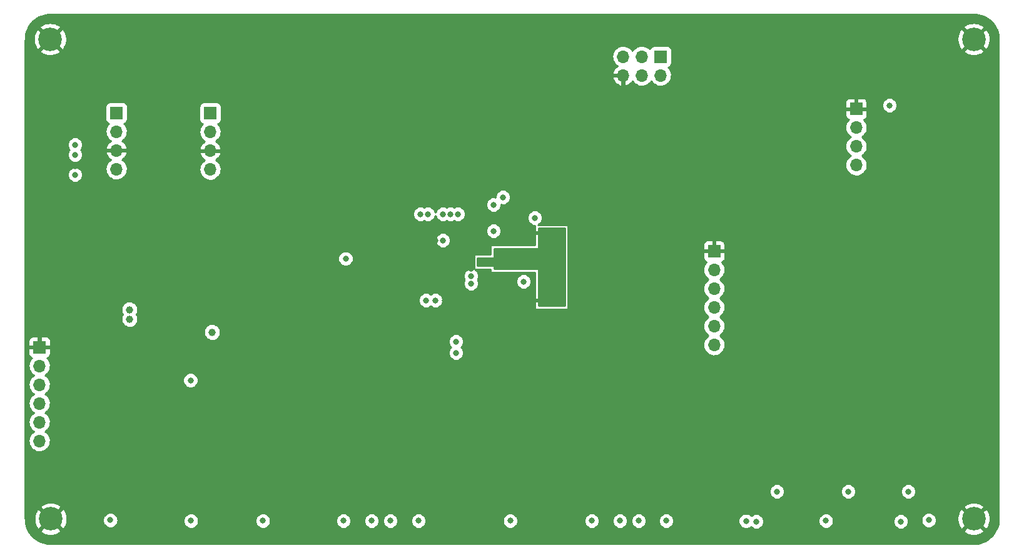
<source format=gbr>
%TF.GenerationSoftware,KiCad,Pcbnew,(5.99.0-2358-g6d8fb94d8)*%
%TF.CreationDate,2020-07-27T20:41:12+08:00*%
%TF.ProjectId,TheSPT_v2,54686553-5054-45f7-9632-2e6b69636164,V3.0*%
%TF.SameCoordinates,Original*%
%TF.FileFunction,Copper,L3,Inr*%
%TF.FilePolarity,Positive*%
%FSLAX46Y46*%
G04 Gerber Fmt 4.6, Leading zero omitted, Abs format (unit mm)*
G04 Created by KiCad (PCBNEW (5.99.0-2358-g6d8fb94d8)) date 2020-07-27 20:41:12*
%MOMM*%
%LPD*%
G01*
G04 APERTURE LIST*
%TA.AperFunction,ComponentPad*%
%ADD10R,1.700000X1.700000*%
%TD*%
%TA.AperFunction,ComponentPad*%
%ADD11O,1.700000X1.700000*%
%TD*%
%TA.AperFunction,ComponentPad*%
%ADD12C,3.200000*%
%TD*%
%TA.AperFunction,ViaPad*%
%ADD13C,0.800000*%
%TD*%
%TA.AperFunction,ViaPad*%
%ADD14C,1.000000*%
%TD*%
%TA.AperFunction,Conductor*%
%ADD15C,0.254000*%
%TD*%
G04 APERTURE END LIST*
D10*
%TO.N,/XCL*%
%TO.C,U4*%
X75654000Y-64014000D03*
D11*
%TO.N,GND*%
X75654000Y-69094000D03*
%TO.N,/XDA*%
X75654000Y-66554000D03*
%TO.N,+3V3*%
X75654000Y-71634000D03*
D10*
%TO.N,SCL*%
X62954000Y-63970000D03*
D11*
%TO.N,SDA*%
X62954000Y-66510000D03*
%TO.N,GND*%
X62954000Y-69050000D03*
%TO.N,+5V*%
X62954000Y-71590000D03*
%TD*%
%TO.N,GND*%
%TO.C,J13*%
X131534000Y-58890000D03*
%TO.N,RESET*%
X131534000Y-56350000D03*
%TO.N,MOSI*%
X134074000Y-58890000D03*
%TO.N,SCK*%
X134074000Y-56350000D03*
%TO.N,+5V*%
X136614000Y-58890000D03*
D10*
%TO.N,MISO*%
X136614000Y-56350000D03*
%TD*%
D12*
%TO.N,GND*%
%TO.C,H4*%
X179000000Y-119000000D03*
%TD*%
%TO.N,GND*%
%TO.C,H3*%
X54064000Y-119000000D03*
%TD*%
%TO.N,GND*%
%TO.C,H2*%
X179000000Y-54000000D03*
%TD*%
%TO.N,GND*%
%TO.C,H1*%
X54000000Y-54000000D03*
%TD*%
D11*
%TO.N,/DTR*%
%TO.C,J12*%
X163090000Y-71050000D03*
%TO.N,TX0*%
X163090000Y-68510000D03*
%TO.N,RX0*%
X163090000Y-65970000D03*
D10*
%TO.N,GND*%
X163090000Y-63430000D03*
%TD*%
D11*
%TO.N,SS*%
%TO.C,J8*%
X143860000Y-95420000D03*
%TO.N,SCK*%
X143860000Y-92880000D03*
%TO.N,MOSI*%
X143860000Y-90340000D03*
%TO.N,MISO*%
X143860000Y-87800000D03*
%TO.N,+5V*%
X143860000Y-85260000D03*
D10*
%TO.N,GND*%
X143860000Y-82720000D03*
%TD*%
D11*
%TO.N,VCC*%
%TO.C,J2*%
X52540000Y-108420000D03*
%TO.N,Net-(J2-Pad5)*%
X52540000Y-105880000D03*
%TO.N,VCC*%
X52540000Y-103340000D03*
%TO.N,Net-(J2-Pad2)*%
X52540000Y-100800000D03*
X52540000Y-98260000D03*
D10*
%TO.N,GND*%
X52540000Y-95720000D03*
%TD*%
D13*
%TO.N,GND*%
X121120000Y-98260000D03*
X116040000Y-98260000D03*
X110960000Y-98260000D03*
D14*
X57366000Y-65748000D03*
D13*
%TO.N,SDA*%
X57366000Y-69655000D03*
%TO.N,SCL*%
X57366000Y-68288000D03*
%TO.N,GND*%
X116040000Y-52540000D03*
X126200000Y-57620000D03*
X115786000Y-62700000D03*
X121120000Y-62700000D03*
X121120000Y-57366000D03*
X121120000Y-52540000D03*
X126200000Y-52540000D03*
X131280000Y-52540000D03*
X136360000Y-52540000D03*
X156934000Y-57874000D03*
X151600000Y-57620000D03*
X146520000Y-57620000D03*
X141440000Y-57620000D03*
X156680000Y-62700000D03*
%TO.N,MOSI*%
X167602000Y-62954000D03*
%TO.N,GND*%
X171920000Y-52286000D03*
X108420000Y-62700000D03*
X77940000Y-62446000D03*
X83020000Y-72860000D03*
X77940000Y-72860000D03*
X77940000Y-67780000D03*
X103594000Y-57620000D03*
X103340000Y-52540000D03*
X103594000Y-62700000D03*
X126200000Y-108420000D03*
X121120000Y-108420000D03*
X121120000Y-113500000D03*
X126200000Y-113500000D03*
X93180000Y-113500000D03*
X88100000Y-113500000D03*
X88100000Y-83020000D03*
X67780000Y-77940000D03*
X62700000Y-77940000D03*
X93180000Y-57620000D03*
X98260000Y-52540000D03*
X93180000Y-52540000D03*
X88100000Y-52540000D03*
X83020000Y-52540000D03*
X88100000Y-72860000D03*
X93434000Y-72860000D03*
X103340000Y-72860000D03*
X98006000Y-72860000D03*
X93180000Y-62446000D03*
X98260000Y-62700000D03*
X98514000Y-57620000D03*
X166840000Y-57620000D03*
X171920000Y-57620000D03*
X166840000Y-52540000D03*
X161760000Y-52540000D03*
X156680000Y-52540000D03*
X72860000Y-52540000D03*
X77940000Y-52540000D03*
X77940000Y-57620000D03*
X72860000Y-57620000D03*
X67780000Y-57620000D03*
X62700000Y-57620000D03*
X57620000Y-88100000D03*
X52540000Y-88100000D03*
X52540000Y-83020000D03*
X57620000Y-83020000D03*
X57620000Y-77940000D03*
X52540000Y-77940000D03*
X93180000Y-108420000D03*
X88100000Y-108420000D03*
X83020000Y-108420000D03*
X88100000Y-103340000D03*
X83020000Y-103340000D03*
X88100000Y-98260000D03*
X83020000Y-98260000D03*
X88100000Y-93180000D03*
X83020000Y-93180000D03*
X88100000Y-88100000D03*
X83020000Y-88100000D03*
X177000000Y-108420000D03*
X177000000Y-103340000D03*
X166840000Y-103340000D03*
X166840000Y-108420000D03*
X159220000Y-108420000D03*
X159220000Y-103340000D03*
X143980000Y-108420000D03*
X149060000Y-108420000D03*
X149060000Y-103340000D03*
X143980000Y-103340000D03*
X138900000Y-103340000D03*
X133820000Y-98260000D03*
X138900000Y-98260000D03*
X121120000Y-103340000D03*
X116040000Y-103340000D03*
X110960000Y-103340000D03*
X151600000Y-62700000D03*
X146520000Y-62700000D03*
X141440000Y-62700000D03*
X141440000Y-52540000D03*
X146520000Y-52540000D03*
X151600000Y-52540000D03*
D14*
X126708000Y-74638000D03*
X137376000Y-74638000D03*
X61430000Y-87846000D03*
X61430000Y-82766000D03*
D13*
%TO.N,BAT*%
X104864000Y-89370000D03*
D14*
%TO.N,GND*%
X74384000Y-103268546D03*
X61430000Y-96228000D03*
X61430000Y-97498000D03*
X61430000Y-92164000D03*
D13*
%TO.N,+5V*%
X118072000Y-86830000D03*
%TO.N,GND*%
X63148000Y-112056000D03*
D14*
%TO.N,+5V*%
X75908000Y-93688000D03*
D13*
%TO.N,SCL*%
X169126000Y-119342000D03*
%TO.N,SDA*%
X170142000Y-115278000D03*
%TO.N,RESET*%
X119596000Y-78194000D03*
%TO.N,AUX3a*%
X152362000Y-115278000D03*
%TO.N,AUX3b*%
X149568000Y-119342000D03*
%TO.N,AUX4*%
X162014000Y-115278000D03*
%TO.N,AUX3b*%
X108166000Y-77686000D03*
%TO.N,AUX3a*%
X109182000Y-77686000D03*
%TO.N,AUX4*%
X107150000Y-77686000D03*
%TO.N,BAT*%
X72987772Y-100220546D03*
%TO.N,GND*%
X171653000Y-115358000D03*
%TO.N,+5V*%
X172923000Y-119168000D03*
%TO.N,SDA*%
X104102000Y-77686000D03*
%TO.N,SCL*%
X105118000Y-77686000D03*
%TO.N,RESET*%
X115278000Y-75400000D03*
X110960000Y-87084000D03*
%TO.N,RX1*%
X114008000Y-76416000D03*
X114008000Y-79972000D03*
%TO.N,+5V*%
X106134000Y-89370000D03*
X107150000Y-81242000D03*
X110960000Y-86068000D03*
X57366000Y-72352000D03*
D14*
%TO.N,GND*%
X57366000Y-71082000D03*
X110198000Y-53302000D03*
D13*
X114750000Y-115443000D03*
X84055000Y-112141000D03*
X64672000Y-112056000D03*
X150969000Y-112170750D03*
X149445000Y-112170750D03*
X160513000Y-112141000D03*
X74567000Y-112141000D03*
%TO.N,+5V*%
X73043000Y-119253000D03*
X158989000Y-119253000D03*
X148175000Y-119282750D03*
X62132000Y-119168000D03*
X82785000Y-119253000D03*
X116274000Y-119253000D03*
X137376000Y-119242750D03*
X133648000Y-119242750D03*
X131108000Y-119242750D03*
X127298000Y-119242750D03*
%TO.N,GND*%
X140932000Y-112130750D03*
X138220000Y-112130750D03*
X136188000Y-112130750D03*
X133566000Y-112130750D03*
X129838000Y-115432750D03*
X126028000Y-115432750D03*
X96228000Y-115443000D03*
%TO.N,+5V*%
X93688000Y-119253000D03*
X97498000Y-119253000D03*
X103848000Y-119253000D03*
X100038000Y-119253000D03*
%TO.N,GND*%
X106134000Y-112395000D03*
X104610000Y-112395000D03*
X102578000Y-112395000D03*
X100292000Y-112395000D03*
X92418000Y-115443000D03*
D14*
X58636000Y-105880000D03*
%TO.N,+5V*%
X64732000Y-90640000D03*
X64732000Y-91910000D03*
%TO.N,GND*%
X65494000Y-82004000D03*
X67526000Y-89370000D03*
X61430000Y-93688000D03*
X61430000Y-86576000D03*
X61430000Y-84036000D03*
X74384000Y-104356000D03*
D13*
X105880000Y-98018750D03*
X107658000Y-98018750D03*
%TO.N,+5V*%
X108928000Y-96482000D03*
X108928000Y-94970750D03*
X93994500Y-83730000D03*
%TO.N,GND*%
X94196000Y-85508000D03*
X94196000Y-87032000D03*
X94196000Y-88582000D03*
X102832000Y-85306000D03*
D14*
X136106000Y-74674000D03*
X127978000Y-74674000D03*
D13*
X110960000Y-85052000D03*
X107404000Y-89370000D03*
X106134000Y-81242000D03*
X119250000Y-80250000D03*
X119250000Y-89370000D03*
%TD*%
%TO.N,GND*%
D15*
X178947248Y-50636569D02*
X178956520Y-50637782D01*
X178967639Y-50638403D01*
X178968024Y-50638424D01*
X179333711Y-50656629D01*
X179664129Y-50706304D01*
X179987962Y-50788547D01*
X180302050Y-50902555D01*
X180603241Y-51047186D01*
X180888592Y-51221022D01*
X181155270Y-51422344D01*
X181400615Y-51649139D01*
X181622230Y-51899190D01*
X181817918Y-52170021D01*
X181985740Y-52458946D01*
X182124040Y-52763120D01*
X182231435Y-53079498D01*
X182306880Y-53404993D01*
X182350055Y-53739711D01*
X182361445Y-54029575D01*
X182362433Y-54038485D01*
X182366000Y-54057921D01*
X182366001Y-118934838D01*
X182363431Y-118947249D01*
X182362218Y-118956520D01*
X182361597Y-118967639D01*
X182361576Y-118968024D01*
X182343371Y-119333709D01*
X182293695Y-119664132D01*
X182211453Y-119987962D01*
X182097445Y-120302049D01*
X181952814Y-120603242D01*
X181778974Y-120888597D01*
X181577666Y-121155258D01*
X181350854Y-121400621D01*
X181100816Y-121622225D01*
X180829968Y-121817926D01*
X180541058Y-121985738D01*
X180236880Y-122124040D01*
X179920505Y-122231434D01*
X179595007Y-122306880D01*
X179260287Y-122350056D01*
X178970424Y-122361445D01*
X178961514Y-122362433D01*
X178942078Y-122366000D01*
X54065157Y-122366000D01*
X54052752Y-122363431D01*
X54043480Y-122362218D01*
X54032361Y-122361597D01*
X54031976Y-122361576D01*
X53666291Y-122343371D01*
X53335868Y-122293695D01*
X53012038Y-122211453D01*
X52697951Y-122097445D01*
X52396758Y-121952814D01*
X52111403Y-121778974D01*
X51844742Y-121577666D01*
X51599379Y-121350854D01*
X51377775Y-121100816D01*
X51182074Y-120829968D01*
X51055655Y-120612320D01*
X52632699Y-120612320D01*
X52641814Y-120728135D01*
X52870604Y-120894363D01*
X52877873Y-120898922D01*
X53138740Y-121038798D01*
X53146560Y-121042329D01*
X53423998Y-121145507D01*
X53432224Y-121147944D01*
X53721098Y-121212514D01*
X53729579Y-121213812D01*
X54024543Y-121238581D01*
X54033122Y-121238716D01*
X54328718Y-121223225D01*
X54337236Y-121222194D01*
X54627996Y-121166728D01*
X54636295Y-121164551D01*
X54916836Y-121070138D01*
X54924762Y-121066855D01*
X55189896Y-120935242D01*
X55197303Y-120930913D01*
X55487477Y-120733712D01*
X55498637Y-120615656D01*
X55495301Y-120612320D01*
X177568699Y-120612320D01*
X177577814Y-120728135D01*
X177806604Y-120894363D01*
X177813873Y-120898922D01*
X178074740Y-121038798D01*
X178082560Y-121042329D01*
X178359998Y-121145507D01*
X178368224Y-121147944D01*
X178657098Y-121212514D01*
X178665579Y-121213812D01*
X178960543Y-121238581D01*
X178969122Y-121238716D01*
X179264718Y-121223225D01*
X179273236Y-121222194D01*
X179563996Y-121166728D01*
X179572295Y-121164551D01*
X179852836Y-121070138D01*
X179860762Y-121066855D01*
X180125896Y-120935242D01*
X180133303Y-120930913D01*
X180423477Y-120733712D01*
X180434637Y-120615656D01*
X179052191Y-119233210D01*
X178947809Y-119233210D01*
X177568699Y-120612320D01*
X55495301Y-120612320D01*
X54116191Y-119233210D01*
X54011809Y-119233210D01*
X52632699Y-120612320D01*
X51055655Y-120612320D01*
X51014262Y-120541058D01*
X50875960Y-120236880D01*
X50768566Y-119920505D01*
X50693120Y-119595007D01*
X50649944Y-119260287D01*
X50644613Y-119124598D01*
X51828541Y-119124598D01*
X51829035Y-119133164D01*
X51866133Y-119426832D01*
X51867785Y-119435252D01*
X51944397Y-119721168D01*
X51947176Y-119729285D01*
X52061881Y-120002159D01*
X52065736Y-120009824D01*
X52216413Y-120264606D01*
X52221273Y-120271677D01*
X52340974Y-120422701D01*
X52453776Y-120429205D01*
X53830790Y-119052191D01*
X53830790Y-118947809D01*
X54297210Y-118947809D01*
X54297210Y-119052191D01*
X55674388Y-120429369D01*
X55784911Y-120424736D01*
X55865873Y-120328930D01*
X55870953Y-120322015D01*
X56029559Y-120072093D01*
X56033653Y-120064553D01*
X56156873Y-119795417D01*
X56159905Y-119787391D01*
X56245459Y-119504022D01*
X56247375Y-119495659D01*
X56293731Y-119202974D01*
X56294505Y-119193766D01*
X56296115Y-119039938D01*
X61096000Y-119039938D01*
X61096000Y-119296062D01*
X61098156Y-119312438D01*
X61164446Y-119559835D01*
X61170767Y-119575095D01*
X61298829Y-119796905D01*
X61308884Y-119810009D01*
X61489991Y-119991116D01*
X61503095Y-120001171D01*
X61724905Y-120129233D01*
X61740165Y-120135554D01*
X61987562Y-120201844D01*
X62003938Y-120204000D01*
X62260062Y-120204000D01*
X62276438Y-120201844D01*
X62523835Y-120135554D01*
X62539095Y-120129233D01*
X62760905Y-120001171D01*
X62774009Y-119991116D01*
X62955116Y-119810009D01*
X62965171Y-119796905D01*
X63093233Y-119575095D01*
X63099554Y-119559835D01*
X63165844Y-119312438D01*
X63168000Y-119296062D01*
X63168000Y-119124938D01*
X72007000Y-119124938D01*
X72007000Y-119381062D01*
X72009156Y-119397438D01*
X72075446Y-119644835D01*
X72081767Y-119660095D01*
X72209829Y-119881905D01*
X72219884Y-119895009D01*
X72400991Y-120076116D01*
X72414095Y-120086171D01*
X72635905Y-120214233D01*
X72651165Y-120220554D01*
X72898562Y-120286844D01*
X72914938Y-120289000D01*
X73171062Y-120289000D01*
X73187438Y-120286844D01*
X73434835Y-120220554D01*
X73450095Y-120214233D01*
X73671905Y-120086171D01*
X73685009Y-120076116D01*
X73866116Y-119895009D01*
X73876171Y-119881905D01*
X74004233Y-119660095D01*
X74010554Y-119644835D01*
X74076844Y-119397438D01*
X74079000Y-119381062D01*
X74079000Y-119124938D01*
X81749000Y-119124938D01*
X81749000Y-119381062D01*
X81751156Y-119397438D01*
X81817446Y-119644835D01*
X81823767Y-119660095D01*
X81951829Y-119881905D01*
X81961884Y-119895009D01*
X82142991Y-120076116D01*
X82156095Y-120086171D01*
X82377905Y-120214233D01*
X82393165Y-120220554D01*
X82640562Y-120286844D01*
X82656938Y-120289000D01*
X82913062Y-120289000D01*
X82929438Y-120286844D01*
X83176835Y-120220554D01*
X83192095Y-120214233D01*
X83413905Y-120086171D01*
X83427009Y-120076116D01*
X83608116Y-119895009D01*
X83618171Y-119881905D01*
X83746233Y-119660095D01*
X83752554Y-119644835D01*
X83818844Y-119397438D01*
X83821000Y-119381062D01*
X83821000Y-119124938D01*
X92652000Y-119124938D01*
X92652000Y-119381062D01*
X92654156Y-119397438D01*
X92720446Y-119644835D01*
X92726767Y-119660095D01*
X92854829Y-119881905D01*
X92864884Y-119895009D01*
X93045991Y-120076116D01*
X93059095Y-120086171D01*
X93280905Y-120214233D01*
X93296165Y-120220554D01*
X93543562Y-120286844D01*
X93559938Y-120289000D01*
X93816062Y-120289000D01*
X93832438Y-120286844D01*
X94079835Y-120220554D01*
X94095095Y-120214233D01*
X94316905Y-120086171D01*
X94330009Y-120076116D01*
X94511116Y-119895009D01*
X94521171Y-119881905D01*
X94649233Y-119660095D01*
X94655554Y-119644835D01*
X94721844Y-119397438D01*
X94724000Y-119381062D01*
X94724000Y-119124938D01*
X96462000Y-119124938D01*
X96462000Y-119381062D01*
X96464156Y-119397438D01*
X96530446Y-119644835D01*
X96536767Y-119660095D01*
X96664829Y-119881905D01*
X96674884Y-119895009D01*
X96855991Y-120076116D01*
X96869095Y-120086171D01*
X97090905Y-120214233D01*
X97106165Y-120220554D01*
X97353562Y-120286844D01*
X97369938Y-120289000D01*
X97626062Y-120289000D01*
X97642438Y-120286844D01*
X97889835Y-120220554D01*
X97905095Y-120214233D01*
X98126905Y-120086171D01*
X98140009Y-120076116D01*
X98321116Y-119895009D01*
X98331171Y-119881905D01*
X98459233Y-119660095D01*
X98465554Y-119644835D01*
X98531844Y-119397438D01*
X98534000Y-119381062D01*
X98534000Y-119124938D01*
X99002000Y-119124938D01*
X99002000Y-119381062D01*
X99004156Y-119397438D01*
X99070446Y-119644835D01*
X99076767Y-119660095D01*
X99204829Y-119881905D01*
X99214884Y-119895009D01*
X99395991Y-120076116D01*
X99409095Y-120086171D01*
X99630905Y-120214233D01*
X99646165Y-120220554D01*
X99893562Y-120286844D01*
X99909938Y-120289000D01*
X100166062Y-120289000D01*
X100182438Y-120286844D01*
X100429835Y-120220554D01*
X100445095Y-120214233D01*
X100666905Y-120086171D01*
X100680009Y-120076116D01*
X100861116Y-119895009D01*
X100871171Y-119881905D01*
X100999233Y-119660095D01*
X101005554Y-119644835D01*
X101071844Y-119397438D01*
X101074000Y-119381062D01*
X101074000Y-119124938D01*
X102812000Y-119124938D01*
X102812000Y-119381062D01*
X102814156Y-119397438D01*
X102880446Y-119644835D01*
X102886767Y-119660095D01*
X103014829Y-119881905D01*
X103024884Y-119895009D01*
X103205991Y-120076116D01*
X103219095Y-120086171D01*
X103440905Y-120214233D01*
X103456165Y-120220554D01*
X103703562Y-120286844D01*
X103719938Y-120289000D01*
X103976062Y-120289000D01*
X103992438Y-120286844D01*
X104239835Y-120220554D01*
X104255095Y-120214233D01*
X104476905Y-120086171D01*
X104490009Y-120076116D01*
X104671116Y-119895009D01*
X104681171Y-119881905D01*
X104809233Y-119660095D01*
X104815554Y-119644835D01*
X104881844Y-119397438D01*
X104884000Y-119381062D01*
X104884000Y-119124938D01*
X115238000Y-119124938D01*
X115238000Y-119381062D01*
X115240156Y-119397438D01*
X115306446Y-119644835D01*
X115312767Y-119660095D01*
X115440829Y-119881905D01*
X115450884Y-119895009D01*
X115631991Y-120076116D01*
X115645095Y-120086171D01*
X115866905Y-120214233D01*
X115882165Y-120220554D01*
X116129562Y-120286844D01*
X116145938Y-120289000D01*
X116402062Y-120289000D01*
X116418438Y-120286844D01*
X116665835Y-120220554D01*
X116681095Y-120214233D01*
X116902905Y-120086171D01*
X116916009Y-120076116D01*
X117097116Y-119895009D01*
X117107171Y-119881905D01*
X117235233Y-119660095D01*
X117241554Y-119644835D01*
X117307844Y-119397438D01*
X117310000Y-119381062D01*
X117310000Y-119124938D01*
X117308651Y-119114688D01*
X126262000Y-119114688D01*
X126262000Y-119370812D01*
X126264156Y-119387188D01*
X126330446Y-119634585D01*
X126336767Y-119649845D01*
X126464829Y-119871655D01*
X126474884Y-119884759D01*
X126655991Y-120065866D01*
X126669095Y-120075921D01*
X126890905Y-120203983D01*
X126906165Y-120210304D01*
X127153562Y-120276594D01*
X127169938Y-120278750D01*
X127426062Y-120278750D01*
X127442438Y-120276594D01*
X127689835Y-120210304D01*
X127705095Y-120203983D01*
X127926905Y-120075921D01*
X127940009Y-120065866D01*
X128121116Y-119884759D01*
X128131171Y-119871655D01*
X128259233Y-119649845D01*
X128265554Y-119634585D01*
X128331844Y-119387188D01*
X128334000Y-119370812D01*
X128334000Y-119114688D01*
X130072000Y-119114688D01*
X130072000Y-119370812D01*
X130074156Y-119387188D01*
X130140446Y-119634585D01*
X130146767Y-119649845D01*
X130274829Y-119871655D01*
X130284884Y-119884759D01*
X130465991Y-120065866D01*
X130479095Y-120075921D01*
X130700905Y-120203983D01*
X130716165Y-120210304D01*
X130963562Y-120276594D01*
X130979938Y-120278750D01*
X131236062Y-120278750D01*
X131252438Y-120276594D01*
X131499835Y-120210304D01*
X131515095Y-120203983D01*
X131736905Y-120075921D01*
X131750009Y-120065866D01*
X131931116Y-119884759D01*
X131941171Y-119871655D01*
X132069233Y-119649845D01*
X132075554Y-119634585D01*
X132141844Y-119387188D01*
X132144000Y-119370812D01*
X132144000Y-119114688D01*
X132612000Y-119114688D01*
X132612000Y-119370812D01*
X132614156Y-119387188D01*
X132680446Y-119634585D01*
X132686767Y-119649845D01*
X132814829Y-119871655D01*
X132824884Y-119884759D01*
X133005991Y-120065866D01*
X133019095Y-120075921D01*
X133240905Y-120203983D01*
X133256165Y-120210304D01*
X133503562Y-120276594D01*
X133519938Y-120278750D01*
X133776062Y-120278750D01*
X133792438Y-120276594D01*
X134039835Y-120210304D01*
X134055095Y-120203983D01*
X134276905Y-120075921D01*
X134290009Y-120065866D01*
X134471116Y-119884759D01*
X134481171Y-119871655D01*
X134609233Y-119649845D01*
X134615554Y-119634585D01*
X134681844Y-119387188D01*
X134684000Y-119370812D01*
X134684000Y-119114688D01*
X136340000Y-119114688D01*
X136340000Y-119370812D01*
X136342156Y-119387188D01*
X136408446Y-119634585D01*
X136414767Y-119649845D01*
X136542829Y-119871655D01*
X136552884Y-119884759D01*
X136733991Y-120065866D01*
X136747095Y-120075921D01*
X136968905Y-120203983D01*
X136984165Y-120210304D01*
X137231562Y-120276594D01*
X137247938Y-120278750D01*
X137504062Y-120278750D01*
X137520438Y-120276594D01*
X137767835Y-120210304D01*
X137783095Y-120203983D01*
X138004905Y-120075921D01*
X138018009Y-120065866D01*
X138199116Y-119884759D01*
X138209171Y-119871655D01*
X138337233Y-119649845D01*
X138343554Y-119634585D01*
X138409844Y-119387188D01*
X138412000Y-119370812D01*
X138412000Y-119154688D01*
X147139000Y-119154688D01*
X147139000Y-119410812D01*
X147141156Y-119427188D01*
X147207446Y-119674585D01*
X147213767Y-119689845D01*
X147341829Y-119911655D01*
X147351884Y-119924759D01*
X147532991Y-120105866D01*
X147546095Y-120115921D01*
X147767905Y-120243983D01*
X147783165Y-120250304D01*
X148030562Y-120316594D01*
X148046938Y-120318750D01*
X148303062Y-120318750D01*
X148319438Y-120316594D01*
X148566835Y-120250304D01*
X148582095Y-120243983D01*
X148803905Y-120115921D01*
X148817009Y-120105866D01*
X148841875Y-120081000D01*
X148925991Y-120165116D01*
X148939095Y-120175171D01*
X149160905Y-120303233D01*
X149176165Y-120309554D01*
X149423562Y-120375844D01*
X149439938Y-120378000D01*
X149696062Y-120378000D01*
X149712438Y-120375844D01*
X149959835Y-120309554D01*
X149975095Y-120303233D01*
X150196905Y-120175171D01*
X150210009Y-120165116D01*
X150391116Y-119984009D01*
X150401171Y-119970905D01*
X150529233Y-119749095D01*
X150535554Y-119733835D01*
X150601844Y-119486438D01*
X150604000Y-119470062D01*
X150604000Y-119213938D01*
X150601844Y-119197562D01*
X150582385Y-119124938D01*
X157953000Y-119124938D01*
X157953000Y-119381062D01*
X157955156Y-119397438D01*
X158021446Y-119644835D01*
X158027767Y-119660095D01*
X158155829Y-119881905D01*
X158165884Y-119895009D01*
X158346991Y-120076116D01*
X158360095Y-120086171D01*
X158581905Y-120214233D01*
X158597165Y-120220554D01*
X158844562Y-120286844D01*
X158860938Y-120289000D01*
X159117062Y-120289000D01*
X159133438Y-120286844D01*
X159380835Y-120220554D01*
X159396095Y-120214233D01*
X159617905Y-120086171D01*
X159631009Y-120076116D01*
X159812116Y-119895009D01*
X159822171Y-119881905D01*
X159950233Y-119660095D01*
X159956554Y-119644835D01*
X160022844Y-119397438D01*
X160025000Y-119381062D01*
X160025000Y-119213938D01*
X168090000Y-119213938D01*
X168090000Y-119470062D01*
X168092156Y-119486438D01*
X168158446Y-119733835D01*
X168164767Y-119749095D01*
X168292829Y-119970905D01*
X168302884Y-119984009D01*
X168483991Y-120165116D01*
X168497095Y-120175171D01*
X168718905Y-120303233D01*
X168734165Y-120309554D01*
X168981562Y-120375844D01*
X168997938Y-120378000D01*
X169254062Y-120378000D01*
X169270438Y-120375844D01*
X169517835Y-120309554D01*
X169533095Y-120303233D01*
X169754905Y-120175171D01*
X169768009Y-120165116D01*
X169949116Y-119984009D01*
X169959171Y-119970905D01*
X170087233Y-119749095D01*
X170093554Y-119733835D01*
X170159844Y-119486438D01*
X170162000Y-119470062D01*
X170162000Y-119213938D01*
X170159844Y-119197562D01*
X170117609Y-119039938D01*
X171887000Y-119039938D01*
X171887000Y-119296062D01*
X171889156Y-119312438D01*
X171955446Y-119559835D01*
X171961767Y-119575095D01*
X172089829Y-119796905D01*
X172099884Y-119810009D01*
X172280991Y-119991116D01*
X172294095Y-120001171D01*
X172515905Y-120129233D01*
X172531165Y-120135554D01*
X172778562Y-120201844D01*
X172794938Y-120204000D01*
X173051062Y-120204000D01*
X173067438Y-120201844D01*
X173314835Y-120135554D01*
X173330095Y-120129233D01*
X173551905Y-120001171D01*
X173565009Y-119991116D01*
X173746116Y-119810009D01*
X173756171Y-119796905D01*
X173884233Y-119575095D01*
X173890554Y-119559835D01*
X173956844Y-119312438D01*
X173959000Y-119296062D01*
X173959000Y-119124598D01*
X176764541Y-119124598D01*
X176765035Y-119133164D01*
X176802133Y-119426832D01*
X176803785Y-119435252D01*
X176880397Y-119721168D01*
X176883176Y-119729285D01*
X176997881Y-120002159D01*
X177001736Y-120009824D01*
X177152413Y-120264606D01*
X177157273Y-120271677D01*
X177276974Y-120422701D01*
X177389776Y-120429205D01*
X178766790Y-119052191D01*
X178766790Y-118947809D01*
X179233210Y-118947809D01*
X179233210Y-119052191D01*
X180610388Y-120429369D01*
X180720911Y-120424736D01*
X180801873Y-120328930D01*
X180806953Y-120322015D01*
X180965559Y-120072093D01*
X180969653Y-120064553D01*
X181092873Y-119795417D01*
X181095905Y-119787391D01*
X181181459Y-119504022D01*
X181183375Y-119495659D01*
X181229731Y-119202974D01*
X181230505Y-119193766D01*
X181234073Y-118852988D01*
X181233493Y-118843766D01*
X181193276Y-118550176D01*
X181191536Y-118541774D01*
X181111936Y-118256675D01*
X181109072Y-118248588D01*
X180991515Y-117976930D01*
X180987580Y-117969306D01*
X180834243Y-117716116D01*
X180829309Y-117709096D01*
X180722158Y-117576777D01*
X180610114Y-117570905D01*
X179233210Y-118947809D01*
X178766790Y-118947809D01*
X177389831Y-117570850D01*
X177278547Y-117576098D01*
X177184309Y-117690011D01*
X177179302Y-117696979D01*
X177023323Y-117948549D01*
X177019308Y-117956131D01*
X176898912Y-118226543D01*
X176895964Y-118234601D01*
X176813382Y-118518850D01*
X176811554Y-118527233D01*
X176768313Y-118820059D01*
X176767640Y-118828613D01*
X176764541Y-119124598D01*
X173959000Y-119124598D01*
X173959000Y-119039938D01*
X173956844Y-119023562D01*
X173890554Y-118776165D01*
X173884233Y-118760905D01*
X173756171Y-118539095D01*
X173746116Y-118525991D01*
X173565009Y-118344884D01*
X173551905Y-118334829D01*
X173330095Y-118206767D01*
X173314835Y-118200446D01*
X173067438Y-118134156D01*
X173051062Y-118132000D01*
X172794938Y-118132000D01*
X172778562Y-118134156D01*
X172531165Y-118200446D01*
X172515905Y-118206767D01*
X172294095Y-118334829D01*
X172280991Y-118344884D01*
X172099884Y-118525991D01*
X172089829Y-118539095D01*
X171961767Y-118760905D01*
X171955446Y-118776165D01*
X171889156Y-119023562D01*
X171887000Y-119039938D01*
X170117609Y-119039938D01*
X170093554Y-118950165D01*
X170087233Y-118934905D01*
X169959171Y-118713095D01*
X169949116Y-118699991D01*
X169768009Y-118518884D01*
X169754905Y-118508829D01*
X169533095Y-118380767D01*
X169517835Y-118374446D01*
X169270438Y-118308156D01*
X169254062Y-118306000D01*
X168997938Y-118306000D01*
X168981562Y-118308156D01*
X168734165Y-118374446D01*
X168718905Y-118380767D01*
X168497095Y-118508829D01*
X168483991Y-118518884D01*
X168302884Y-118699991D01*
X168292829Y-118713095D01*
X168164767Y-118934905D01*
X168158446Y-118950165D01*
X168092156Y-119197562D01*
X168090000Y-119213938D01*
X160025000Y-119213938D01*
X160025000Y-119124938D01*
X160022844Y-119108562D01*
X159956554Y-118861165D01*
X159950233Y-118845905D01*
X159822171Y-118624095D01*
X159812116Y-118610991D01*
X159631009Y-118429884D01*
X159617905Y-118419829D01*
X159396095Y-118291767D01*
X159380835Y-118285446D01*
X159133438Y-118219156D01*
X159117062Y-118217000D01*
X158860938Y-118217000D01*
X158844562Y-118219156D01*
X158597165Y-118285446D01*
X158581905Y-118291767D01*
X158360095Y-118419829D01*
X158346991Y-118429884D01*
X158165884Y-118610991D01*
X158155829Y-118624095D01*
X158027767Y-118845905D01*
X158021446Y-118861165D01*
X157955156Y-119108562D01*
X157953000Y-119124938D01*
X150582385Y-119124938D01*
X150535554Y-118950165D01*
X150529233Y-118934905D01*
X150401171Y-118713095D01*
X150391116Y-118699991D01*
X150210009Y-118518884D01*
X150196905Y-118508829D01*
X149975095Y-118380767D01*
X149959835Y-118374446D01*
X149712438Y-118308156D01*
X149696062Y-118306000D01*
X149439938Y-118306000D01*
X149423562Y-118308156D01*
X149176165Y-118374446D01*
X149160905Y-118380767D01*
X148939095Y-118508829D01*
X148925991Y-118518884D01*
X148901125Y-118543750D01*
X148817009Y-118459634D01*
X148803905Y-118449579D01*
X148582095Y-118321517D01*
X148566835Y-118315196D01*
X148319438Y-118248906D01*
X148303062Y-118246750D01*
X148046938Y-118246750D01*
X148030562Y-118248906D01*
X147783165Y-118315196D01*
X147767905Y-118321517D01*
X147546095Y-118449579D01*
X147532991Y-118459634D01*
X147351884Y-118640741D01*
X147341829Y-118653845D01*
X147213767Y-118875655D01*
X147207446Y-118890915D01*
X147141156Y-119138312D01*
X147139000Y-119154688D01*
X138412000Y-119154688D01*
X138412000Y-119114688D01*
X138409844Y-119098312D01*
X138343554Y-118850915D01*
X138337233Y-118835655D01*
X138209171Y-118613845D01*
X138199116Y-118600741D01*
X138018009Y-118419634D01*
X138004905Y-118409579D01*
X137783095Y-118281517D01*
X137767835Y-118275196D01*
X137520438Y-118208906D01*
X137504062Y-118206750D01*
X137247938Y-118206750D01*
X137231562Y-118208906D01*
X136984165Y-118275196D01*
X136968905Y-118281517D01*
X136747095Y-118409579D01*
X136733991Y-118419634D01*
X136552884Y-118600741D01*
X136542829Y-118613845D01*
X136414767Y-118835655D01*
X136408446Y-118850915D01*
X136342156Y-119098312D01*
X136340000Y-119114688D01*
X134684000Y-119114688D01*
X134681844Y-119098312D01*
X134615554Y-118850915D01*
X134609233Y-118835655D01*
X134481171Y-118613845D01*
X134471116Y-118600741D01*
X134290009Y-118419634D01*
X134276905Y-118409579D01*
X134055095Y-118281517D01*
X134039835Y-118275196D01*
X133792438Y-118208906D01*
X133776062Y-118206750D01*
X133519938Y-118206750D01*
X133503562Y-118208906D01*
X133256165Y-118275196D01*
X133240905Y-118281517D01*
X133019095Y-118409579D01*
X133005991Y-118419634D01*
X132824884Y-118600741D01*
X132814829Y-118613845D01*
X132686767Y-118835655D01*
X132680446Y-118850915D01*
X132614156Y-119098312D01*
X132612000Y-119114688D01*
X132144000Y-119114688D01*
X132141844Y-119098312D01*
X132075554Y-118850915D01*
X132069233Y-118835655D01*
X131941171Y-118613845D01*
X131931116Y-118600741D01*
X131750009Y-118419634D01*
X131736905Y-118409579D01*
X131515095Y-118281517D01*
X131499835Y-118275196D01*
X131252438Y-118208906D01*
X131236062Y-118206750D01*
X130979938Y-118206750D01*
X130963562Y-118208906D01*
X130716165Y-118275196D01*
X130700905Y-118281517D01*
X130479095Y-118409579D01*
X130465991Y-118419634D01*
X130284884Y-118600741D01*
X130274829Y-118613845D01*
X130146767Y-118835655D01*
X130140446Y-118850915D01*
X130074156Y-119098312D01*
X130072000Y-119114688D01*
X128334000Y-119114688D01*
X128331844Y-119098312D01*
X128265554Y-118850915D01*
X128259233Y-118835655D01*
X128131171Y-118613845D01*
X128121116Y-118600741D01*
X127940009Y-118419634D01*
X127926905Y-118409579D01*
X127705095Y-118281517D01*
X127689835Y-118275196D01*
X127442438Y-118208906D01*
X127426062Y-118206750D01*
X127169938Y-118206750D01*
X127153562Y-118208906D01*
X126906165Y-118275196D01*
X126890905Y-118281517D01*
X126669095Y-118409579D01*
X126655991Y-118419634D01*
X126474884Y-118600741D01*
X126464829Y-118613845D01*
X126336767Y-118835655D01*
X126330446Y-118850915D01*
X126264156Y-119098312D01*
X126262000Y-119114688D01*
X117308651Y-119114688D01*
X117307844Y-119108562D01*
X117241554Y-118861165D01*
X117235233Y-118845905D01*
X117107171Y-118624095D01*
X117097116Y-118610991D01*
X116916009Y-118429884D01*
X116902905Y-118419829D01*
X116681095Y-118291767D01*
X116665835Y-118285446D01*
X116418438Y-118219156D01*
X116402062Y-118217000D01*
X116145938Y-118217000D01*
X116129562Y-118219156D01*
X115882165Y-118285446D01*
X115866905Y-118291767D01*
X115645095Y-118419829D01*
X115631991Y-118429884D01*
X115450884Y-118610991D01*
X115440829Y-118624095D01*
X115312767Y-118845905D01*
X115306446Y-118861165D01*
X115240156Y-119108562D01*
X115238000Y-119124938D01*
X104884000Y-119124938D01*
X104881844Y-119108562D01*
X104815554Y-118861165D01*
X104809233Y-118845905D01*
X104681171Y-118624095D01*
X104671116Y-118610991D01*
X104490009Y-118429884D01*
X104476905Y-118419829D01*
X104255095Y-118291767D01*
X104239835Y-118285446D01*
X103992438Y-118219156D01*
X103976062Y-118217000D01*
X103719938Y-118217000D01*
X103703562Y-118219156D01*
X103456165Y-118285446D01*
X103440905Y-118291767D01*
X103219095Y-118419829D01*
X103205991Y-118429884D01*
X103024884Y-118610991D01*
X103014829Y-118624095D01*
X102886767Y-118845905D01*
X102880446Y-118861165D01*
X102814156Y-119108562D01*
X102812000Y-119124938D01*
X101074000Y-119124938D01*
X101071844Y-119108562D01*
X101005554Y-118861165D01*
X100999233Y-118845905D01*
X100871171Y-118624095D01*
X100861116Y-118610991D01*
X100680009Y-118429884D01*
X100666905Y-118419829D01*
X100445095Y-118291767D01*
X100429835Y-118285446D01*
X100182438Y-118219156D01*
X100166062Y-118217000D01*
X99909938Y-118217000D01*
X99893562Y-118219156D01*
X99646165Y-118285446D01*
X99630905Y-118291767D01*
X99409095Y-118419829D01*
X99395991Y-118429884D01*
X99214884Y-118610991D01*
X99204829Y-118624095D01*
X99076767Y-118845905D01*
X99070446Y-118861165D01*
X99004156Y-119108562D01*
X99002000Y-119124938D01*
X98534000Y-119124938D01*
X98531844Y-119108562D01*
X98465554Y-118861165D01*
X98459233Y-118845905D01*
X98331171Y-118624095D01*
X98321116Y-118610991D01*
X98140009Y-118429884D01*
X98126905Y-118419829D01*
X97905095Y-118291767D01*
X97889835Y-118285446D01*
X97642438Y-118219156D01*
X97626062Y-118217000D01*
X97369938Y-118217000D01*
X97353562Y-118219156D01*
X97106165Y-118285446D01*
X97090905Y-118291767D01*
X96869095Y-118419829D01*
X96855991Y-118429884D01*
X96674884Y-118610991D01*
X96664829Y-118624095D01*
X96536767Y-118845905D01*
X96530446Y-118861165D01*
X96464156Y-119108562D01*
X96462000Y-119124938D01*
X94724000Y-119124938D01*
X94721844Y-119108562D01*
X94655554Y-118861165D01*
X94649233Y-118845905D01*
X94521171Y-118624095D01*
X94511116Y-118610991D01*
X94330009Y-118429884D01*
X94316905Y-118419829D01*
X94095095Y-118291767D01*
X94079835Y-118285446D01*
X93832438Y-118219156D01*
X93816062Y-118217000D01*
X93559938Y-118217000D01*
X93543562Y-118219156D01*
X93296165Y-118285446D01*
X93280905Y-118291767D01*
X93059095Y-118419829D01*
X93045991Y-118429884D01*
X92864884Y-118610991D01*
X92854829Y-118624095D01*
X92726767Y-118845905D01*
X92720446Y-118861165D01*
X92654156Y-119108562D01*
X92652000Y-119124938D01*
X83821000Y-119124938D01*
X83818844Y-119108562D01*
X83752554Y-118861165D01*
X83746233Y-118845905D01*
X83618171Y-118624095D01*
X83608116Y-118610991D01*
X83427009Y-118429884D01*
X83413905Y-118419829D01*
X83192095Y-118291767D01*
X83176835Y-118285446D01*
X82929438Y-118219156D01*
X82913062Y-118217000D01*
X82656938Y-118217000D01*
X82640562Y-118219156D01*
X82393165Y-118285446D01*
X82377905Y-118291767D01*
X82156095Y-118419829D01*
X82142991Y-118429884D01*
X81961884Y-118610991D01*
X81951829Y-118624095D01*
X81823767Y-118845905D01*
X81817446Y-118861165D01*
X81751156Y-119108562D01*
X81749000Y-119124938D01*
X74079000Y-119124938D01*
X74076844Y-119108562D01*
X74010554Y-118861165D01*
X74004233Y-118845905D01*
X73876171Y-118624095D01*
X73866116Y-118610991D01*
X73685009Y-118429884D01*
X73671905Y-118419829D01*
X73450095Y-118291767D01*
X73434835Y-118285446D01*
X73187438Y-118219156D01*
X73171062Y-118217000D01*
X72914938Y-118217000D01*
X72898562Y-118219156D01*
X72651165Y-118285446D01*
X72635905Y-118291767D01*
X72414095Y-118419829D01*
X72400991Y-118429884D01*
X72219884Y-118610991D01*
X72209829Y-118624095D01*
X72081767Y-118845905D01*
X72075446Y-118861165D01*
X72009156Y-119108562D01*
X72007000Y-119124938D01*
X63168000Y-119124938D01*
X63168000Y-119039938D01*
X63165844Y-119023562D01*
X63099554Y-118776165D01*
X63093233Y-118760905D01*
X62965171Y-118539095D01*
X62955116Y-118525991D01*
X62774009Y-118344884D01*
X62760905Y-118334829D01*
X62539095Y-118206767D01*
X62523835Y-118200446D01*
X62276438Y-118134156D01*
X62260062Y-118132000D01*
X62003938Y-118132000D01*
X61987562Y-118134156D01*
X61740165Y-118200446D01*
X61724905Y-118206767D01*
X61503095Y-118334829D01*
X61489991Y-118344884D01*
X61308884Y-118525991D01*
X61298829Y-118539095D01*
X61170767Y-118760905D01*
X61164446Y-118776165D01*
X61098156Y-119023562D01*
X61096000Y-119039938D01*
X56296115Y-119039938D01*
X56298073Y-118852988D01*
X56297493Y-118843766D01*
X56257276Y-118550176D01*
X56255536Y-118541774D01*
X56175936Y-118256675D01*
X56173072Y-118248588D01*
X56055515Y-117976930D01*
X56051580Y-117969306D01*
X55898243Y-117716116D01*
X55893309Y-117709096D01*
X55786158Y-117576777D01*
X55674114Y-117570905D01*
X54297210Y-118947809D01*
X53830790Y-118947809D01*
X52453831Y-117570850D01*
X52342547Y-117576098D01*
X52248309Y-117690011D01*
X52243302Y-117696979D01*
X52087323Y-117948549D01*
X52083308Y-117956131D01*
X51962912Y-118226543D01*
X51959964Y-118234601D01*
X51877382Y-118518850D01*
X51875554Y-118527233D01*
X51832313Y-118820059D01*
X51831640Y-118828613D01*
X51828541Y-119124598D01*
X50644613Y-119124598D01*
X50638555Y-118970424D01*
X50637567Y-118961514D01*
X50634000Y-118942078D01*
X50634000Y-117385626D01*
X52630645Y-117385626D01*
X54011809Y-118766790D01*
X54116191Y-118766790D01*
X55496243Y-117386738D01*
X55496150Y-117385626D01*
X177566645Y-117385626D01*
X178947809Y-118766790D01*
X179052191Y-118766790D01*
X180432243Y-117386738D01*
X180422455Y-117270174D01*
X180173493Y-117093244D01*
X180166177Y-117088761D01*
X179903859Y-116951625D01*
X179896003Y-116948176D01*
X179617500Y-116847909D01*
X179609248Y-116845558D01*
X179319715Y-116784016D01*
X179311220Y-116782807D01*
X179016013Y-116761128D01*
X179007433Y-116761083D01*
X178712015Y-116779669D01*
X178703508Y-116780789D01*
X178413346Y-116839297D01*
X178405070Y-116841561D01*
X178125533Y-116938905D01*
X178117641Y-116942272D01*
X177853901Y-117076654D01*
X177846539Y-117081060D01*
X177577115Y-117268315D01*
X177566645Y-117385626D01*
X55496150Y-117385626D01*
X55486455Y-117270174D01*
X55237493Y-117093244D01*
X55230177Y-117088761D01*
X54967859Y-116951625D01*
X54960003Y-116948176D01*
X54681500Y-116847909D01*
X54673248Y-116845558D01*
X54383715Y-116784016D01*
X54375220Y-116782807D01*
X54080013Y-116761128D01*
X54071433Y-116761083D01*
X53776015Y-116779669D01*
X53767508Y-116780789D01*
X53477346Y-116839297D01*
X53469070Y-116841561D01*
X53189533Y-116938905D01*
X53181641Y-116942272D01*
X52917901Y-117076654D01*
X52910539Y-117081060D01*
X52641115Y-117268315D01*
X52630645Y-117385626D01*
X50634000Y-117385626D01*
X50634000Y-115149938D01*
X151326000Y-115149938D01*
X151326000Y-115406062D01*
X151328156Y-115422438D01*
X151394446Y-115669835D01*
X151400767Y-115685095D01*
X151528829Y-115906905D01*
X151538884Y-115920009D01*
X151719991Y-116101116D01*
X151733095Y-116111171D01*
X151954905Y-116239233D01*
X151970165Y-116245554D01*
X152217562Y-116311844D01*
X152233938Y-116314000D01*
X152490062Y-116314000D01*
X152506438Y-116311844D01*
X152753835Y-116245554D01*
X152769095Y-116239233D01*
X152990905Y-116111171D01*
X153004009Y-116101116D01*
X153185116Y-115920009D01*
X153195171Y-115906905D01*
X153323233Y-115685095D01*
X153329554Y-115669835D01*
X153395844Y-115422438D01*
X153398000Y-115406062D01*
X153398000Y-115149938D01*
X160978000Y-115149938D01*
X160978000Y-115406062D01*
X160980156Y-115422438D01*
X161046446Y-115669835D01*
X161052767Y-115685095D01*
X161180829Y-115906905D01*
X161190884Y-115920009D01*
X161371991Y-116101116D01*
X161385095Y-116111171D01*
X161606905Y-116239233D01*
X161622165Y-116245554D01*
X161869562Y-116311844D01*
X161885938Y-116314000D01*
X162142062Y-116314000D01*
X162158438Y-116311844D01*
X162405835Y-116245554D01*
X162421095Y-116239233D01*
X162642905Y-116111171D01*
X162656009Y-116101116D01*
X162837116Y-115920009D01*
X162847171Y-115906905D01*
X162975233Y-115685095D01*
X162981554Y-115669835D01*
X163047844Y-115422438D01*
X163050000Y-115406062D01*
X163050000Y-115149938D01*
X169106000Y-115149938D01*
X169106000Y-115406062D01*
X169108156Y-115422438D01*
X169174446Y-115669835D01*
X169180767Y-115685095D01*
X169308829Y-115906905D01*
X169318884Y-115920009D01*
X169499991Y-116101116D01*
X169513095Y-116111171D01*
X169734905Y-116239233D01*
X169750165Y-116245554D01*
X169997562Y-116311844D01*
X170013938Y-116314000D01*
X170270062Y-116314000D01*
X170286438Y-116311844D01*
X170533835Y-116245554D01*
X170549095Y-116239233D01*
X170770905Y-116111171D01*
X170784009Y-116101116D01*
X170965116Y-115920009D01*
X170975171Y-115906905D01*
X171103233Y-115685095D01*
X171109554Y-115669835D01*
X171175844Y-115422438D01*
X171178000Y-115406062D01*
X171178000Y-115149938D01*
X171175844Y-115133562D01*
X171109554Y-114886165D01*
X171103233Y-114870905D01*
X170975171Y-114649095D01*
X170965116Y-114635991D01*
X170784009Y-114454884D01*
X170770905Y-114444829D01*
X170549095Y-114316767D01*
X170533835Y-114310446D01*
X170286438Y-114244156D01*
X170270062Y-114242000D01*
X170013938Y-114242000D01*
X169997562Y-114244156D01*
X169750165Y-114310446D01*
X169734905Y-114316767D01*
X169513095Y-114444829D01*
X169499991Y-114454884D01*
X169318884Y-114635991D01*
X169308829Y-114649095D01*
X169180767Y-114870905D01*
X169174446Y-114886165D01*
X169108156Y-115133562D01*
X169106000Y-115149938D01*
X163050000Y-115149938D01*
X163047844Y-115133562D01*
X162981554Y-114886165D01*
X162975233Y-114870905D01*
X162847171Y-114649095D01*
X162837116Y-114635991D01*
X162656009Y-114454884D01*
X162642905Y-114444829D01*
X162421095Y-114316767D01*
X162405835Y-114310446D01*
X162158438Y-114244156D01*
X162142062Y-114242000D01*
X161885938Y-114242000D01*
X161869562Y-114244156D01*
X161622165Y-114310446D01*
X161606905Y-114316767D01*
X161385095Y-114444829D01*
X161371991Y-114454884D01*
X161190884Y-114635991D01*
X161180829Y-114649095D01*
X161052767Y-114870905D01*
X161046446Y-114886165D01*
X160980156Y-115133562D01*
X160978000Y-115149938D01*
X153398000Y-115149938D01*
X153395844Y-115133562D01*
X153329554Y-114886165D01*
X153323233Y-114870905D01*
X153195171Y-114649095D01*
X153185116Y-114635991D01*
X153004009Y-114454884D01*
X152990905Y-114444829D01*
X152769095Y-114316767D01*
X152753835Y-114310446D01*
X152506438Y-114244156D01*
X152490062Y-114242000D01*
X152233938Y-114242000D01*
X152217562Y-114244156D01*
X151970165Y-114310446D01*
X151954905Y-114316767D01*
X151733095Y-114444829D01*
X151719991Y-114454884D01*
X151538884Y-114635991D01*
X151528829Y-114649095D01*
X151400767Y-114870905D01*
X151394446Y-114886165D01*
X151328156Y-115133562D01*
X151326000Y-115149938D01*
X50634000Y-115149938D01*
X50634000Y-95921809D01*
X51048163Y-95921809D01*
X51048163Y-96578258D01*
X51050319Y-96594634D01*
X51125137Y-96873859D01*
X51137880Y-96898339D01*
X51268990Y-97054590D01*
X51285879Y-97068761D01*
X51460120Y-97169359D01*
X51480837Y-97176900D01*
X51517029Y-97183282D01*
X51392029Y-97311822D01*
X51385263Y-97320074D01*
X51248683Y-97518798D01*
X51243403Y-97528073D01*
X51142260Y-97746968D01*
X51138618Y-97757000D01*
X51075802Y-97989807D01*
X51073903Y-98000309D01*
X51051211Y-98240372D01*
X51051109Y-98251043D01*
X51069188Y-98491497D01*
X51070885Y-98502034D01*
X51129221Y-98736005D01*
X51132669Y-98746104D01*
X51229591Y-98966900D01*
X51234692Y-98976275D01*
X51367430Y-99177584D01*
X51374038Y-99185965D01*
X51538798Y-99362032D01*
X51546722Y-99369180D01*
X51738792Y-99514968D01*
X51747808Y-99520679D01*
X51764166Y-99529194D01*
X51763032Y-99529882D01*
X51568199Y-99671957D01*
X51560138Y-99678952D01*
X51392029Y-99851822D01*
X51385263Y-99860074D01*
X51248683Y-100058798D01*
X51243403Y-100068073D01*
X51142260Y-100286968D01*
X51138618Y-100297000D01*
X51075802Y-100529807D01*
X51073903Y-100540309D01*
X51051211Y-100780372D01*
X51051109Y-100791043D01*
X51069188Y-101031497D01*
X51070885Y-101042034D01*
X51129221Y-101276005D01*
X51132669Y-101286104D01*
X51229591Y-101506900D01*
X51234692Y-101516275D01*
X51367430Y-101717584D01*
X51374038Y-101725965D01*
X51538798Y-101902032D01*
X51546722Y-101909180D01*
X51738792Y-102054968D01*
X51747808Y-102060679D01*
X51764166Y-102069194D01*
X51763032Y-102069882D01*
X51568199Y-102211957D01*
X51560138Y-102218952D01*
X51392029Y-102391822D01*
X51385263Y-102400074D01*
X51248683Y-102598798D01*
X51243403Y-102608073D01*
X51142260Y-102826968D01*
X51138618Y-102837000D01*
X51075802Y-103069807D01*
X51073903Y-103080309D01*
X51051211Y-103320372D01*
X51051109Y-103331043D01*
X51069188Y-103571497D01*
X51070885Y-103582034D01*
X51129221Y-103816005D01*
X51132669Y-103826104D01*
X51229591Y-104046900D01*
X51234692Y-104056275D01*
X51367430Y-104257584D01*
X51374038Y-104265965D01*
X51538798Y-104442032D01*
X51546722Y-104449180D01*
X51738792Y-104594968D01*
X51747808Y-104600679D01*
X51764166Y-104609194D01*
X51763032Y-104609882D01*
X51568199Y-104751957D01*
X51560138Y-104758952D01*
X51392029Y-104931822D01*
X51385263Y-104940074D01*
X51248683Y-105138798D01*
X51243403Y-105148073D01*
X51142260Y-105366968D01*
X51138618Y-105377000D01*
X51075802Y-105609807D01*
X51073903Y-105620309D01*
X51051211Y-105860372D01*
X51051109Y-105871043D01*
X51069188Y-106111497D01*
X51070885Y-106122034D01*
X51129221Y-106356005D01*
X51132669Y-106366104D01*
X51229591Y-106586900D01*
X51234692Y-106596275D01*
X51367430Y-106797584D01*
X51374038Y-106805965D01*
X51538798Y-106982032D01*
X51546722Y-106989180D01*
X51738792Y-107134968D01*
X51747808Y-107140679D01*
X51764166Y-107149194D01*
X51763032Y-107149882D01*
X51568199Y-107291957D01*
X51560138Y-107298952D01*
X51392029Y-107471822D01*
X51385263Y-107480074D01*
X51248683Y-107678798D01*
X51243403Y-107688073D01*
X51142260Y-107906968D01*
X51138618Y-107917000D01*
X51075802Y-108149807D01*
X51073903Y-108160309D01*
X51051211Y-108400372D01*
X51051109Y-108411043D01*
X51069188Y-108651497D01*
X51070885Y-108662034D01*
X51129221Y-108896005D01*
X51132669Y-108906104D01*
X51229591Y-109126900D01*
X51234692Y-109136275D01*
X51367430Y-109337584D01*
X51374038Y-109345965D01*
X51538798Y-109522032D01*
X51546722Y-109529180D01*
X51738792Y-109674968D01*
X51747808Y-109680679D01*
X51961696Y-109792021D01*
X51971545Y-109796131D01*
X52201134Y-109869844D01*
X52211535Y-109872236D01*
X52450262Y-109906212D01*
X52460917Y-109906817D01*
X52701956Y-109900084D01*
X52712561Y-109898885D01*
X52949019Y-109851636D01*
X52959270Y-109848667D01*
X53184387Y-109762253D01*
X53193991Y-109757600D01*
X53401330Y-109634491D01*
X53410012Y-109628286D01*
X53593645Y-109472004D01*
X53601158Y-109464424D01*
X53755833Y-109279435D01*
X53761962Y-109270698D01*
X53883256Y-109062294D01*
X53887825Y-109052650D01*
X53972272Y-108826787D01*
X53975151Y-108816511D01*
X54020392Y-108579351D01*
X54021507Y-108568128D01*
X54024077Y-108300341D01*
X54023178Y-108289099D01*
X53982499Y-108051114D01*
X53979817Y-108040784D01*
X53899723Y-107813343D01*
X53895339Y-107803612D01*
X53778067Y-107592916D01*
X53772107Y-107584064D01*
X53621013Y-107396140D01*
X53613647Y-107388417D01*
X53433049Y-107228638D01*
X53424486Y-107222267D01*
X53307888Y-107149973D01*
X53401330Y-107094491D01*
X53410012Y-107088286D01*
X53593645Y-106932004D01*
X53601158Y-106924424D01*
X53755833Y-106739435D01*
X53761962Y-106730698D01*
X53883256Y-106522294D01*
X53887825Y-106512650D01*
X53972272Y-106286787D01*
X53975151Y-106276511D01*
X54020392Y-106039351D01*
X54021507Y-106028128D01*
X54024077Y-105760341D01*
X54023178Y-105749099D01*
X53982499Y-105511114D01*
X53979817Y-105500784D01*
X53899723Y-105273343D01*
X53895339Y-105263612D01*
X53778067Y-105052916D01*
X53772107Y-105044064D01*
X53621013Y-104856140D01*
X53613647Y-104848417D01*
X53433049Y-104688638D01*
X53424486Y-104682267D01*
X53307888Y-104609973D01*
X53401330Y-104554491D01*
X53410012Y-104548286D01*
X53593645Y-104392004D01*
X53601158Y-104384424D01*
X53755833Y-104199435D01*
X53761962Y-104190698D01*
X53883256Y-103982294D01*
X53887825Y-103972650D01*
X53972272Y-103746787D01*
X53975151Y-103736511D01*
X54020392Y-103499351D01*
X54021507Y-103488128D01*
X54024077Y-103220341D01*
X54023178Y-103209099D01*
X53982499Y-102971114D01*
X53979817Y-102960784D01*
X53899723Y-102733343D01*
X53895339Y-102723612D01*
X53778067Y-102512916D01*
X53772107Y-102504064D01*
X53621013Y-102316140D01*
X53613647Y-102308417D01*
X53433049Y-102148638D01*
X53424486Y-102142267D01*
X53307888Y-102069973D01*
X53401330Y-102014491D01*
X53410012Y-102008286D01*
X53593645Y-101852004D01*
X53601158Y-101844424D01*
X53755833Y-101659435D01*
X53761962Y-101650698D01*
X53883256Y-101442294D01*
X53887825Y-101432650D01*
X53972272Y-101206787D01*
X53975151Y-101196511D01*
X54020392Y-100959351D01*
X54021507Y-100948128D01*
X54024077Y-100680341D01*
X54023178Y-100669099D01*
X53982499Y-100431114D01*
X53979817Y-100420784D01*
X53899723Y-100193343D01*
X53895339Y-100183612D01*
X53844618Y-100092484D01*
X71951772Y-100092484D01*
X71951772Y-100348608D01*
X71953928Y-100364984D01*
X72020218Y-100612381D01*
X72026539Y-100627641D01*
X72154601Y-100849451D01*
X72164656Y-100862555D01*
X72345763Y-101043662D01*
X72358867Y-101053717D01*
X72580677Y-101181779D01*
X72595937Y-101188100D01*
X72843334Y-101254390D01*
X72859710Y-101256546D01*
X73115834Y-101256546D01*
X73132210Y-101254390D01*
X73379607Y-101188100D01*
X73394867Y-101181779D01*
X73616677Y-101053717D01*
X73629781Y-101043662D01*
X73810888Y-100862555D01*
X73820943Y-100849451D01*
X73949005Y-100627641D01*
X73955326Y-100612381D01*
X74021616Y-100364984D01*
X74023772Y-100348608D01*
X74023772Y-100092484D01*
X74021616Y-100076108D01*
X73955326Y-99828711D01*
X73949005Y-99813451D01*
X73820943Y-99591641D01*
X73810888Y-99578537D01*
X73629781Y-99397430D01*
X73616677Y-99387375D01*
X73394867Y-99259313D01*
X73379607Y-99252992D01*
X73132210Y-99186702D01*
X73115834Y-99184546D01*
X72859710Y-99184546D01*
X72843334Y-99186702D01*
X72595937Y-99252992D01*
X72580677Y-99259313D01*
X72358867Y-99387375D01*
X72345763Y-99397430D01*
X72164656Y-99578537D01*
X72154601Y-99591641D01*
X72026539Y-99813451D01*
X72020218Y-99828711D01*
X71953928Y-100076108D01*
X71951772Y-100092484D01*
X53844618Y-100092484D01*
X53778067Y-99972916D01*
X53772107Y-99964064D01*
X53621013Y-99776140D01*
X53613647Y-99768417D01*
X53433049Y-99608638D01*
X53424486Y-99602267D01*
X53307888Y-99529973D01*
X53401330Y-99474491D01*
X53410012Y-99468286D01*
X53593645Y-99312004D01*
X53601158Y-99304424D01*
X53755833Y-99119435D01*
X53761962Y-99110698D01*
X53883256Y-98902294D01*
X53887825Y-98892650D01*
X53972272Y-98666787D01*
X53975151Y-98656511D01*
X54020392Y-98419351D01*
X54021507Y-98408128D01*
X54024077Y-98140341D01*
X54023178Y-98129099D01*
X53982499Y-97891114D01*
X53979817Y-97880784D01*
X53899723Y-97653343D01*
X53895339Y-97643612D01*
X53778067Y-97432916D01*
X53772107Y-97424064D01*
X53621013Y-97236140D01*
X53613647Y-97228417D01*
X53551130Y-97173107D01*
X53693859Y-97134863D01*
X53718339Y-97122120D01*
X53874590Y-96991010D01*
X53888761Y-96974121D01*
X53989359Y-96799880D01*
X53996900Y-96779163D01*
X54030878Y-96586462D01*
X54031837Y-96575501D01*
X54031837Y-95921809D01*
X53958028Y-95848000D01*
X51121972Y-95848000D01*
X51048163Y-95921809D01*
X50634000Y-95921809D01*
X50634000Y-94864499D01*
X51048163Y-94864499D01*
X51048163Y-95518191D01*
X51121972Y-95592000D01*
X52338191Y-95592000D01*
X52412000Y-95518191D01*
X52412000Y-94301972D01*
X52668000Y-94301972D01*
X52668000Y-95518191D01*
X52741809Y-95592000D01*
X53958028Y-95592000D01*
X54031837Y-95518191D01*
X54031837Y-94861742D01*
X54029681Y-94845366D01*
X54028964Y-94842688D01*
X107892000Y-94842688D01*
X107892000Y-95098812D01*
X107894156Y-95115188D01*
X107960446Y-95362585D01*
X107966767Y-95377845D01*
X108094829Y-95599655D01*
X108104884Y-95612759D01*
X108218500Y-95726375D01*
X108104884Y-95839991D01*
X108094829Y-95853095D01*
X107966767Y-96074905D01*
X107960446Y-96090165D01*
X107894156Y-96337562D01*
X107892000Y-96353938D01*
X107892000Y-96610062D01*
X107894156Y-96626438D01*
X107960446Y-96873835D01*
X107966767Y-96889095D01*
X108094829Y-97110905D01*
X108104884Y-97124009D01*
X108285991Y-97305116D01*
X108299095Y-97315171D01*
X108520905Y-97443233D01*
X108536165Y-97449554D01*
X108783562Y-97515844D01*
X108799938Y-97518000D01*
X109056062Y-97518000D01*
X109072438Y-97515844D01*
X109319835Y-97449554D01*
X109335095Y-97443233D01*
X109556905Y-97315171D01*
X109570009Y-97305116D01*
X109751116Y-97124009D01*
X109761171Y-97110905D01*
X109889233Y-96889095D01*
X109895554Y-96873835D01*
X109961844Y-96626438D01*
X109964000Y-96610062D01*
X109964000Y-96353938D01*
X109961844Y-96337562D01*
X109895554Y-96090165D01*
X109889233Y-96074905D01*
X109761171Y-95853095D01*
X109751116Y-95839991D01*
X109637500Y-95726375D01*
X109751116Y-95612759D01*
X109761171Y-95599655D01*
X109889233Y-95377845D01*
X109895554Y-95362585D01*
X109961844Y-95115188D01*
X109964000Y-95098812D01*
X109964000Y-94842688D01*
X109961844Y-94826312D01*
X109895554Y-94578915D01*
X109889233Y-94563655D01*
X109761171Y-94341845D01*
X109751116Y-94328741D01*
X109570009Y-94147634D01*
X109556905Y-94137579D01*
X109335095Y-94009517D01*
X109319835Y-94003196D01*
X109072438Y-93936906D01*
X109056062Y-93934750D01*
X108799938Y-93934750D01*
X108783562Y-93936906D01*
X108536165Y-94003196D01*
X108520905Y-94009517D01*
X108299095Y-94137579D01*
X108285991Y-94147634D01*
X108104884Y-94328741D01*
X108094829Y-94341845D01*
X107966767Y-94563655D01*
X107960446Y-94578915D01*
X107894156Y-94826312D01*
X107892000Y-94842688D01*
X54028964Y-94842688D01*
X53954863Y-94566142D01*
X53942120Y-94541662D01*
X53811010Y-94385410D01*
X53794121Y-94371239D01*
X53619880Y-94270641D01*
X53599163Y-94263100D01*
X53406462Y-94229122D01*
X53395501Y-94228163D01*
X52741809Y-94228163D01*
X52668000Y-94301972D01*
X52412000Y-94301972D01*
X52338191Y-94228163D01*
X51681742Y-94228163D01*
X51665366Y-94230319D01*
X51386142Y-94305137D01*
X51361662Y-94317880D01*
X51205410Y-94448990D01*
X51191239Y-94465879D01*
X51090641Y-94640120D01*
X51083100Y-94660837D01*
X51049122Y-94853538D01*
X51048163Y-94864499D01*
X50634000Y-94864499D01*
X50634000Y-93805922D01*
X74770653Y-93805922D01*
X74772321Y-93821023D01*
X74831613Y-94073814D01*
X74836834Y-94088081D01*
X74954713Y-94319431D01*
X74963186Y-94332041D01*
X75132847Y-94528595D01*
X75144084Y-94538820D01*
X75355732Y-94689230D01*
X75369083Y-94696479D01*
X75610501Y-94792064D01*
X75625196Y-94795919D01*
X75882445Y-94831157D01*
X75897635Y-94831396D01*
X76155864Y-94804256D01*
X76170673Y-94800864D01*
X76414973Y-94712910D01*
X76428545Y-94706084D01*
X76644814Y-94562395D01*
X76656367Y-94552529D01*
X76832118Y-94361400D01*
X76840983Y-94349062D01*
X76966071Y-94121528D01*
X76971738Y-94107433D01*
X77039026Y-93856309D01*
X77041178Y-93840601D01*
X77044125Y-93559164D01*
X77042303Y-93543414D01*
X76980289Y-93290936D01*
X76974919Y-93276724D01*
X76854623Y-93046621D01*
X76846018Y-93034100D01*
X76674307Y-92839334D01*
X76662964Y-92829227D01*
X76449752Y-92681041D01*
X76436326Y-92673932D01*
X76193921Y-92580882D01*
X76179186Y-92577181D01*
X75921583Y-92544638D01*
X75906391Y-92544558D01*
X75648460Y-92574401D01*
X75633687Y-92577948D01*
X75390322Y-92668455D01*
X75376822Y-92675423D01*
X75162070Y-92821368D01*
X75150622Y-92831355D01*
X74976881Y-93024314D01*
X74968145Y-93036743D01*
X74845447Y-93265575D01*
X74839929Y-93279729D01*
X74775355Y-93531222D01*
X74773372Y-93546285D01*
X74770653Y-93805922D01*
X50634000Y-93805922D01*
X50634000Y-90757922D01*
X63594653Y-90757922D01*
X63596321Y-90773023D01*
X63655613Y-91025814D01*
X63660834Y-91040081D01*
X63778713Y-91271431D01*
X63782400Y-91276918D01*
X63669447Y-91487575D01*
X63663929Y-91501729D01*
X63599355Y-91753222D01*
X63597372Y-91768285D01*
X63594653Y-92027922D01*
X63596321Y-92043023D01*
X63655613Y-92295814D01*
X63660834Y-92310081D01*
X63778713Y-92541431D01*
X63787186Y-92554041D01*
X63956847Y-92750595D01*
X63968084Y-92760820D01*
X64179732Y-92911230D01*
X64193083Y-92918479D01*
X64434501Y-93014064D01*
X64449196Y-93017919D01*
X64706445Y-93053157D01*
X64721635Y-93053396D01*
X64979864Y-93026256D01*
X64994673Y-93022864D01*
X65238973Y-92934910D01*
X65252545Y-92928084D01*
X65468814Y-92784395D01*
X65480367Y-92774529D01*
X65656118Y-92583400D01*
X65664983Y-92571062D01*
X65790071Y-92343528D01*
X65795738Y-92329433D01*
X65863026Y-92078309D01*
X65865178Y-92062601D01*
X65868125Y-91781164D01*
X65866303Y-91765414D01*
X65804289Y-91512936D01*
X65798919Y-91498724D01*
X65680668Y-91272532D01*
X65790071Y-91073528D01*
X65795738Y-91059433D01*
X65863026Y-90808309D01*
X65865178Y-90792601D01*
X65868125Y-90511164D01*
X65866303Y-90495414D01*
X65804289Y-90242936D01*
X65798919Y-90228724D01*
X65678623Y-89998621D01*
X65670018Y-89986100D01*
X65498307Y-89791334D01*
X65486964Y-89781227D01*
X65273752Y-89633041D01*
X65260326Y-89625932D01*
X65017921Y-89532882D01*
X65003186Y-89529181D01*
X64745583Y-89496638D01*
X64730391Y-89496558D01*
X64472460Y-89526401D01*
X64457687Y-89529948D01*
X64214322Y-89620455D01*
X64200822Y-89627423D01*
X63986070Y-89773368D01*
X63974622Y-89783355D01*
X63800881Y-89976314D01*
X63792145Y-89988743D01*
X63669447Y-90217575D01*
X63663929Y-90231729D01*
X63599355Y-90483222D01*
X63597372Y-90498285D01*
X63594653Y-90757922D01*
X50634000Y-90757922D01*
X50634000Y-89241938D01*
X103828000Y-89241938D01*
X103828000Y-89498062D01*
X103830156Y-89514438D01*
X103896446Y-89761835D01*
X103902767Y-89777095D01*
X104030829Y-89998905D01*
X104040884Y-90012009D01*
X104221991Y-90193116D01*
X104235095Y-90203171D01*
X104456905Y-90331233D01*
X104472165Y-90337554D01*
X104719562Y-90403844D01*
X104735938Y-90406000D01*
X104992062Y-90406000D01*
X105008438Y-90403844D01*
X105255835Y-90337554D01*
X105271095Y-90331233D01*
X105492905Y-90203171D01*
X105499000Y-90198494D01*
X105505095Y-90203171D01*
X105726905Y-90331233D01*
X105742165Y-90337554D01*
X105989562Y-90403844D01*
X106005938Y-90406000D01*
X106262062Y-90406000D01*
X106278438Y-90403844D01*
X106525835Y-90337554D01*
X106541095Y-90331233D01*
X106762905Y-90203171D01*
X106776009Y-90193116D01*
X106957116Y-90012009D01*
X106967171Y-89998905D01*
X107095233Y-89777095D01*
X107101554Y-89761835D01*
X107167844Y-89514438D01*
X107170000Y-89498062D01*
X107170000Y-89241938D01*
X107167844Y-89225562D01*
X107101554Y-88978165D01*
X107095233Y-88962905D01*
X106967171Y-88741095D01*
X106957116Y-88727991D01*
X106776009Y-88546884D01*
X106762905Y-88536829D01*
X106541095Y-88408767D01*
X106525835Y-88402446D01*
X106278438Y-88336156D01*
X106262062Y-88334000D01*
X106005938Y-88334000D01*
X105989562Y-88336156D01*
X105742165Y-88402446D01*
X105726905Y-88408767D01*
X105505095Y-88536829D01*
X105499000Y-88541506D01*
X105492905Y-88536829D01*
X105271095Y-88408767D01*
X105255835Y-88402446D01*
X105008438Y-88336156D01*
X104992062Y-88334000D01*
X104735938Y-88334000D01*
X104719562Y-88336156D01*
X104472165Y-88402446D01*
X104456905Y-88408767D01*
X104235095Y-88536829D01*
X104221991Y-88546884D01*
X104040884Y-88727991D01*
X104030829Y-88741095D01*
X103902767Y-88962905D01*
X103896446Y-88978165D01*
X103830156Y-89225562D01*
X103828000Y-89241938D01*
X50634000Y-89241938D01*
X50634000Y-85939938D01*
X109924000Y-85939938D01*
X109924000Y-86196062D01*
X109926156Y-86212438D01*
X109992446Y-86459835D01*
X109998767Y-86475095D01*
X110057025Y-86576000D01*
X109998767Y-86676905D01*
X109992446Y-86692165D01*
X109926156Y-86939562D01*
X109924000Y-86955938D01*
X109924000Y-87212062D01*
X109926156Y-87228438D01*
X109992446Y-87475835D01*
X109998767Y-87491095D01*
X110126829Y-87712905D01*
X110136884Y-87726009D01*
X110317991Y-87907116D01*
X110331095Y-87917171D01*
X110552905Y-88045233D01*
X110568165Y-88051554D01*
X110815562Y-88117844D01*
X110831938Y-88120000D01*
X111088062Y-88120000D01*
X111104438Y-88117844D01*
X111351835Y-88051554D01*
X111367095Y-88045233D01*
X111588905Y-87917171D01*
X111602009Y-87907116D01*
X111783116Y-87726009D01*
X111793171Y-87712905D01*
X111921233Y-87491095D01*
X111927554Y-87475835D01*
X111993844Y-87228438D01*
X111996000Y-87212062D01*
X111996000Y-86955938D01*
X111993844Y-86939562D01*
X111930173Y-86701938D01*
X117036000Y-86701938D01*
X117036000Y-86958062D01*
X117038156Y-86974438D01*
X117104446Y-87221835D01*
X117110767Y-87237095D01*
X117238829Y-87458905D01*
X117248884Y-87472009D01*
X117429991Y-87653116D01*
X117443095Y-87663171D01*
X117664905Y-87791233D01*
X117680165Y-87797554D01*
X117927562Y-87863844D01*
X117943938Y-87866000D01*
X118200062Y-87866000D01*
X118216438Y-87863844D01*
X118463835Y-87797554D01*
X118479095Y-87791233D01*
X118700905Y-87663171D01*
X118714009Y-87653116D01*
X118895116Y-87472009D01*
X118905171Y-87458905D01*
X119033233Y-87237095D01*
X119039554Y-87221835D01*
X119105844Y-86974438D01*
X119108000Y-86958062D01*
X119108000Y-86701938D01*
X119105844Y-86685562D01*
X119039554Y-86438165D01*
X119033233Y-86422905D01*
X118905171Y-86201095D01*
X118895116Y-86187991D01*
X118714009Y-86006884D01*
X118700905Y-85996829D01*
X118479095Y-85868767D01*
X118463835Y-85862446D01*
X118216438Y-85796156D01*
X118200062Y-85794000D01*
X117943938Y-85794000D01*
X117927562Y-85796156D01*
X117680165Y-85862446D01*
X117664905Y-85868767D01*
X117443095Y-85996829D01*
X117429991Y-86006884D01*
X117248884Y-86187991D01*
X117238829Y-86201095D01*
X117110767Y-86422905D01*
X117104446Y-86438165D01*
X117038156Y-86685562D01*
X117036000Y-86701938D01*
X111930173Y-86701938D01*
X111927554Y-86692165D01*
X111921233Y-86676905D01*
X111862975Y-86576000D01*
X111921233Y-86475095D01*
X111927554Y-86459835D01*
X111993844Y-86212438D01*
X111996000Y-86196062D01*
X111996000Y-85939938D01*
X111993844Y-85923562D01*
X111927554Y-85676165D01*
X111921233Y-85660905D01*
X111793171Y-85439095D01*
X111783116Y-85425991D01*
X111602009Y-85244884D01*
X111588905Y-85234829D01*
X111490474Y-85178000D01*
X113624000Y-85178000D01*
X113624000Y-85552191D01*
X113697809Y-85626000D01*
X119624000Y-85626000D01*
X119624000Y-89168191D01*
X119697809Y-89242000D01*
X120052191Y-89242000D01*
X120126000Y-89168191D01*
X120126000Y-85197809D01*
X120052191Y-85124000D01*
X114126000Y-85124000D01*
X114126000Y-84745809D01*
X114052191Y-84672000D01*
X111848000Y-84672000D01*
X111848000Y-83626000D01*
X114052191Y-83626000D01*
X114126000Y-83552191D01*
X114126000Y-82376000D01*
X120052191Y-82376000D01*
X120126000Y-82302191D01*
X120126000Y-80427809D01*
X120052191Y-80354000D01*
X119697809Y-80354000D01*
X119624000Y-80427809D01*
X119624000Y-81874000D01*
X113697809Y-81874000D01*
X113624000Y-81947809D01*
X113624000Y-83124000D01*
X111447809Y-83124000D01*
X111374000Y-83197809D01*
X111374000Y-85104191D01*
X111389527Y-85119718D01*
X111367095Y-85106767D01*
X111351835Y-85100446D01*
X111104438Y-85034156D01*
X111088062Y-85032000D01*
X110831938Y-85032000D01*
X110815562Y-85034156D01*
X110568165Y-85100446D01*
X110552905Y-85106767D01*
X110331095Y-85234829D01*
X110317991Y-85244884D01*
X110136884Y-85425991D01*
X110126829Y-85439095D01*
X109998767Y-85660905D01*
X109992446Y-85676165D01*
X109926156Y-85923562D01*
X109924000Y-85939938D01*
X50634000Y-85939938D01*
X50634000Y-83601938D01*
X92958500Y-83601938D01*
X92958500Y-83858062D01*
X92960656Y-83874438D01*
X93026946Y-84121835D01*
X93033267Y-84137095D01*
X93161329Y-84358905D01*
X93171384Y-84372009D01*
X93352491Y-84553116D01*
X93365595Y-84563171D01*
X93587405Y-84691233D01*
X93602665Y-84697554D01*
X93850062Y-84763844D01*
X93866438Y-84766000D01*
X94122562Y-84766000D01*
X94138938Y-84763844D01*
X94386335Y-84697554D01*
X94401595Y-84691233D01*
X94623405Y-84563171D01*
X94636509Y-84553116D01*
X94817616Y-84372009D01*
X94827671Y-84358905D01*
X94955733Y-84137095D01*
X94962054Y-84121835D01*
X95028344Y-83874438D01*
X95030500Y-83858062D01*
X95030500Y-83601938D01*
X95028344Y-83585562D01*
X94962054Y-83338165D01*
X94955733Y-83322905D01*
X94827671Y-83101095D01*
X94817616Y-83087991D01*
X94636509Y-82906884D01*
X94623405Y-82896829D01*
X94401595Y-82768767D01*
X94386335Y-82762446D01*
X94138938Y-82696156D01*
X94122562Y-82694000D01*
X93866438Y-82694000D01*
X93850062Y-82696156D01*
X93602665Y-82762446D01*
X93587405Y-82768767D01*
X93365595Y-82896829D01*
X93352491Y-82906884D01*
X93171384Y-83087991D01*
X93161329Y-83101095D01*
X93033267Y-83322905D01*
X93026946Y-83338165D01*
X92960656Y-83585562D01*
X92958500Y-83601938D01*
X50634000Y-83601938D01*
X50634000Y-81113938D01*
X106114000Y-81113938D01*
X106114000Y-81370062D01*
X106116156Y-81386438D01*
X106182446Y-81633835D01*
X106188767Y-81649095D01*
X106316829Y-81870905D01*
X106326884Y-81884009D01*
X106507991Y-82065116D01*
X106521095Y-82075171D01*
X106742905Y-82203233D01*
X106758165Y-82209554D01*
X107005562Y-82275844D01*
X107021938Y-82278000D01*
X107278062Y-82278000D01*
X107294438Y-82275844D01*
X107541835Y-82209554D01*
X107557095Y-82203233D01*
X107778905Y-82075171D01*
X107792009Y-82065116D01*
X107973116Y-81884009D01*
X107983171Y-81870905D01*
X108111233Y-81649095D01*
X108117554Y-81633835D01*
X108183844Y-81386438D01*
X108186000Y-81370062D01*
X108186000Y-81113938D01*
X108183844Y-81097562D01*
X108117554Y-80850165D01*
X108111233Y-80834905D01*
X107983171Y-80613095D01*
X107973116Y-80599991D01*
X107792009Y-80418884D01*
X107778905Y-80408829D01*
X107557095Y-80280767D01*
X107541835Y-80274446D01*
X107294438Y-80208156D01*
X107278062Y-80206000D01*
X107021938Y-80206000D01*
X107005562Y-80208156D01*
X106758165Y-80274446D01*
X106742905Y-80280767D01*
X106521095Y-80408829D01*
X106507991Y-80418884D01*
X106326884Y-80599991D01*
X106316829Y-80613095D01*
X106188767Y-80834905D01*
X106182446Y-80850165D01*
X106116156Y-81097562D01*
X106114000Y-81113938D01*
X50634000Y-81113938D01*
X50634000Y-79843938D01*
X112972000Y-79843938D01*
X112972000Y-80100062D01*
X112974156Y-80116438D01*
X113040446Y-80363835D01*
X113046767Y-80379095D01*
X113174829Y-80600905D01*
X113184884Y-80614009D01*
X113365991Y-80795116D01*
X113379095Y-80805171D01*
X113600905Y-80933233D01*
X113616165Y-80939554D01*
X113863562Y-81005844D01*
X113879938Y-81008000D01*
X114136062Y-81008000D01*
X114152438Y-81005844D01*
X114399835Y-80939554D01*
X114415095Y-80933233D01*
X114636905Y-80805171D01*
X114650009Y-80795116D01*
X114831116Y-80614009D01*
X114841171Y-80600905D01*
X114969233Y-80379095D01*
X114975554Y-80363835D01*
X115041844Y-80116438D01*
X115044000Y-80100062D01*
X115044000Y-79843938D01*
X115041844Y-79827562D01*
X114975554Y-79580165D01*
X114969233Y-79564905D01*
X114841171Y-79343095D01*
X114831116Y-79329991D01*
X114650009Y-79148884D01*
X114636905Y-79138829D01*
X114415095Y-79010767D01*
X114399835Y-79004446D01*
X114152438Y-78938156D01*
X114136062Y-78936000D01*
X113879938Y-78936000D01*
X113863562Y-78938156D01*
X113616165Y-79004446D01*
X113600905Y-79010767D01*
X113379095Y-79138829D01*
X113365991Y-79148884D01*
X113184884Y-79329991D01*
X113174829Y-79343095D01*
X113046767Y-79564905D01*
X113040446Y-79580165D01*
X112974156Y-79827562D01*
X112972000Y-79843938D01*
X50634000Y-79843938D01*
X50634000Y-77557938D01*
X103066000Y-77557938D01*
X103066000Y-77814062D01*
X103068156Y-77830438D01*
X103134446Y-78077835D01*
X103140767Y-78093095D01*
X103268829Y-78314905D01*
X103278884Y-78328009D01*
X103459991Y-78509116D01*
X103473095Y-78519171D01*
X103694905Y-78647233D01*
X103710165Y-78653554D01*
X103957562Y-78719844D01*
X103973938Y-78722000D01*
X104230062Y-78722000D01*
X104246438Y-78719844D01*
X104493835Y-78653554D01*
X104509095Y-78647233D01*
X104610000Y-78588975D01*
X104710905Y-78647233D01*
X104726165Y-78653554D01*
X104973562Y-78719844D01*
X104989938Y-78722000D01*
X105246062Y-78722000D01*
X105262438Y-78719844D01*
X105509835Y-78653554D01*
X105525095Y-78647233D01*
X105746905Y-78519171D01*
X105760009Y-78509116D01*
X105941116Y-78328009D01*
X105951171Y-78314905D01*
X106079233Y-78093095D01*
X106085554Y-78077835D01*
X106134000Y-77897033D01*
X106182446Y-78077835D01*
X106188767Y-78093095D01*
X106316829Y-78314905D01*
X106326884Y-78328009D01*
X106507991Y-78509116D01*
X106521095Y-78519171D01*
X106742905Y-78647233D01*
X106758165Y-78653554D01*
X107005562Y-78719844D01*
X107021938Y-78722000D01*
X107278062Y-78722000D01*
X107294438Y-78719844D01*
X107541835Y-78653554D01*
X107557095Y-78647233D01*
X107658000Y-78588975D01*
X107758905Y-78647233D01*
X107774165Y-78653554D01*
X108021562Y-78719844D01*
X108037938Y-78722000D01*
X108294062Y-78722000D01*
X108310438Y-78719844D01*
X108557835Y-78653554D01*
X108573095Y-78647233D01*
X108674000Y-78588975D01*
X108774905Y-78647233D01*
X108790165Y-78653554D01*
X109037562Y-78719844D01*
X109053938Y-78722000D01*
X109310062Y-78722000D01*
X109326438Y-78719844D01*
X109573835Y-78653554D01*
X109589095Y-78647233D01*
X109810905Y-78519171D01*
X109824009Y-78509116D01*
X110005116Y-78328009D01*
X110015171Y-78314905D01*
X110143233Y-78093095D01*
X110149554Y-78077835D01*
X110152741Y-78065938D01*
X118560000Y-78065938D01*
X118560000Y-78322062D01*
X118562156Y-78338438D01*
X118628446Y-78585835D01*
X118634767Y-78601095D01*
X118762829Y-78822905D01*
X118772884Y-78836009D01*
X118953991Y-79017116D01*
X118967095Y-79027171D01*
X119188905Y-79155233D01*
X119204165Y-79161554D01*
X119451562Y-79227844D01*
X119467938Y-79230000D01*
X119624000Y-79230000D01*
X119624000Y-80024191D01*
X119697809Y-80098000D01*
X120052191Y-80098000D01*
X120126000Y-80024191D01*
X120126000Y-79626000D01*
X123624000Y-79626000D01*
X123624000Y-90124000D01*
X120126000Y-90124000D01*
X120126000Y-89571809D01*
X120052191Y-89498000D01*
X119697809Y-89498000D01*
X119624000Y-89571809D01*
X119624000Y-90552191D01*
X119697809Y-90626000D01*
X124052191Y-90626000D01*
X124126000Y-90552191D01*
X124126000Y-82921809D01*
X142368163Y-82921809D01*
X142368163Y-83578258D01*
X142370319Y-83594634D01*
X142445137Y-83873859D01*
X142457880Y-83898339D01*
X142588990Y-84054590D01*
X142605879Y-84068761D01*
X142780120Y-84169359D01*
X142800837Y-84176900D01*
X142837029Y-84183282D01*
X142712029Y-84311822D01*
X142705263Y-84320074D01*
X142568683Y-84518798D01*
X142563403Y-84528073D01*
X142462260Y-84746968D01*
X142458618Y-84757000D01*
X142395802Y-84989807D01*
X142393903Y-85000309D01*
X142371211Y-85240372D01*
X142371109Y-85251043D01*
X142389188Y-85491497D01*
X142390885Y-85502034D01*
X142449221Y-85736005D01*
X142452669Y-85746104D01*
X142549591Y-85966900D01*
X142554692Y-85976275D01*
X142687430Y-86177584D01*
X142694038Y-86185965D01*
X142858798Y-86362032D01*
X142866722Y-86369180D01*
X143058792Y-86514968D01*
X143067808Y-86520679D01*
X143084166Y-86529194D01*
X143083032Y-86529882D01*
X142888199Y-86671957D01*
X142880138Y-86678952D01*
X142712029Y-86851822D01*
X142705263Y-86860074D01*
X142568683Y-87058798D01*
X142563403Y-87068073D01*
X142462260Y-87286968D01*
X142458618Y-87297000D01*
X142395802Y-87529807D01*
X142393903Y-87540309D01*
X142371211Y-87780372D01*
X142371109Y-87791043D01*
X142389188Y-88031497D01*
X142390885Y-88042034D01*
X142449221Y-88276005D01*
X142452669Y-88286104D01*
X142549591Y-88506900D01*
X142554692Y-88516275D01*
X142687430Y-88717584D01*
X142694038Y-88725965D01*
X142858798Y-88902032D01*
X142866722Y-88909180D01*
X143058792Y-89054968D01*
X143067808Y-89060679D01*
X143084166Y-89069194D01*
X143083032Y-89069882D01*
X142888199Y-89211957D01*
X142880138Y-89218952D01*
X142712029Y-89391822D01*
X142705263Y-89400074D01*
X142568683Y-89598798D01*
X142563403Y-89608073D01*
X142462260Y-89826968D01*
X142458618Y-89837000D01*
X142395802Y-90069807D01*
X142393903Y-90080309D01*
X142371211Y-90320372D01*
X142371109Y-90331043D01*
X142389188Y-90571497D01*
X142390885Y-90582034D01*
X142449221Y-90816005D01*
X142452669Y-90826104D01*
X142549591Y-91046900D01*
X142554692Y-91056275D01*
X142687430Y-91257584D01*
X142694038Y-91265965D01*
X142858798Y-91442032D01*
X142866722Y-91449180D01*
X143058792Y-91594968D01*
X143067808Y-91600679D01*
X143084166Y-91609194D01*
X143083032Y-91609882D01*
X142888199Y-91751957D01*
X142880138Y-91758952D01*
X142712029Y-91931822D01*
X142705263Y-91940074D01*
X142568683Y-92138798D01*
X142563403Y-92148073D01*
X142462260Y-92366968D01*
X142458618Y-92377000D01*
X142395802Y-92609807D01*
X142393903Y-92620309D01*
X142371211Y-92860372D01*
X142371109Y-92871043D01*
X142389188Y-93111497D01*
X142390885Y-93122034D01*
X142449221Y-93356005D01*
X142452669Y-93366104D01*
X142549591Y-93586900D01*
X142554692Y-93596275D01*
X142687430Y-93797584D01*
X142694038Y-93805965D01*
X142858798Y-93982032D01*
X142866722Y-93989180D01*
X143058792Y-94134968D01*
X143067808Y-94140679D01*
X143084166Y-94149194D01*
X143083032Y-94149882D01*
X142888199Y-94291957D01*
X142880138Y-94298952D01*
X142712029Y-94471822D01*
X142705263Y-94480074D01*
X142568683Y-94678798D01*
X142563403Y-94688073D01*
X142462260Y-94906968D01*
X142458618Y-94917000D01*
X142395802Y-95149807D01*
X142393903Y-95160309D01*
X142371211Y-95400372D01*
X142371109Y-95411043D01*
X142389188Y-95651497D01*
X142390885Y-95662034D01*
X142449221Y-95896005D01*
X142452669Y-95906104D01*
X142549591Y-96126900D01*
X142554692Y-96136275D01*
X142687430Y-96337584D01*
X142694038Y-96345965D01*
X142858798Y-96522032D01*
X142866722Y-96529180D01*
X143058792Y-96674968D01*
X143067808Y-96680679D01*
X143281696Y-96792021D01*
X143291545Y-96796131D01*
X143521134Y-96869844D01*
X143531535Y-96872236D01*
X143770262Y-96906212D01*
X143780917Y-96906817D01*
X144021956Y-96900084D01*
X144032561Y-96898885D01*
X144269019Y-96851636D01*
X144279270Y-96848667D01*
X144504387Y-96762253D01*
X144513991Y-96757600D01*
X144721330Y-96634491D01*
X144730012Y-96628286D01*
X144913645Y-96472004D01*
X144921158Y-96464424D01*
X145075833Y-96279435D01*
X145081962Y-96270698D01*
X145203256Y-96062294D01*
X145207825Y-96052650D01*
X145292272Y-95826787D01*
X145295151Y-95816511D01*
X145340392Y-95579351D01*
X145341507Y-95568128D01*
X145344077Y-95300341D01*
X145343178Y-95289099D01*
X145302499Y-95051114D01*
X145299817Y-95040784D01*
X145219723Y-94813343D01*
X145215339Y-94803612D01*
X145098067Y-94592916D01*
X145092107Y-94584064D01*
X144941013Y-94396140D01*
X144933647Y-94388417D01*
X144753049Y-94228638D01*
X144744486Y-94222267D01*
X144627888Y-94149973D01*
X144721330Y-94094491D01*
X144730012Y-94088286D01*
X144913645Y-93932004D01*
X144921158Y-93924424D01*
X145075833Y-93739435D01*
X145081962Y-93730698D01*
X145203256Y-93522294D01*
X145207825Y-93512650D01*
X145292272Y-93286787D01*
X145295151Y-93276511D01*
X145340392Y-93039351D01*
X145341507Y-93028128D01*
X145344077Y-92760341D01*
X145343178Y-92749099D01*
X145302499Y-92511114D01*
X145299817Y-92500784D01*
X145219723Y-92273343D01*
X145215339Y-92263612D01*
X145098067Y-92052916D01*
X145092107Y-92044064D01*
X144941013Y-91856140D01*
X144933647Y-91848417D01*
X144753049Y-91688638D01*
X144744486Y-91682267D01*
X144627888Y-91609973D01*
X144721330Y-91554491D01*
X144730012Y-91548286D01*
X144913645Y-91392004D01*
X144921158Y-91384424D01*
X145075833Y-91199435D01*
X145081962Y-91190698D01*
X145203256Y-90982294D01*
X145207825Y-90972650D01*
X145292272Y-90746787D01*
X145295151Y-90736511D01*
X145340392Y-90499351D01*
X145341507Y-90488128D01*
X145344077Y-90220341D01*
X145343178Y-90209099D01*
X145302499Y-89971114D01*
X145299817Y-89960784D01*
X145219723Y-89733343D01*
X145215339Y-89723612D01*
X145098067Y-89512916D01*
X145092107Y-89504064D01*
X144941013Y-89316140D01*
X144933647Y-89308417D01*
X144753049Y-89148638D01*
X144744486Y-89142267D01*
X144627888Y-89069973D01*
X144721330Y-89014491D01*
X144730012Y-89008286D01*
X144913645Y-88852004D01*
X144921158Y-88844424D01*
X145075833Y-88659435D01*
X145081962Y-88650698D01*
X145203256Y-88442294D01*
X145207825Y-88432650D01*
X145292272Y-88206787D01*
X145295151Y-88196511D01*
X145340392Y-87959351D01*
X145341507Y-87948128D01*
X145344077Y-87680341D01*
X145343178Y-87669099D01*
X145302499Y-87431114D01*
X145299817Y-87420784D01*
X145219723Y-87193343D01*
X145215339Y-87183612D01*
X145098067Y-86972916D01*
X145092107Y-86964064D01*
X144941013Y-86776140D01*
X144933647Y-86768417D01*
X144753049Y-86608638D01*
X144744486Y-86602267D01*
X144627888Y-86529973D01*
X144721330Y-86474491D01*
X144730012Y-86468286D01*
X144913645Y-86312004D01*
X144921158Y-86304424D01*
X145075833Y-86119435D01*
X145081962Y-86110698D01*
X145203256Y-85902294D01*
X145207825Y-85892650D01*
X145292272Y-85666787D01*
X145295151Y-85656511D01*
X145340392Y-85419351D01*
X145341507Y-85408128D01*
X145344077Y-85140341D01*
X145343178Y-85129099D01*
X145302499Y-84891114D01*
X145299817Y-84880784D01*
X145219723Y-84653343D01*
X145215339Y-84643612D01*
X145098067Y-84432916D01*
X145092107Y-84424064D01*
X144941013Y-84236140D01*
X144933647Y-84228417D01*
X144871130Y-84173107D01*
X145013859Y-84134863D01*
X145038339Y-84122120D01*
X145194590Y-83991010D01*
X145208761Y-83974121D01*
X145309359Y-83799880D01*
X145316900Y-83779163D01*
X145350878Y-83586462D01*
X145351837Y-83575501D01*
X145351837Y-82921809D01*
X145278028Y-82848000D01*
X142441972Y-82848000D01*
X142368163Y-82921809D01*
X124126000Y-82921809D01*
X124126000Y-81864499D01*
X142368163Y-81864499D01*
X142368163Y-82518191D01*
X142441972Y-82592000D01*
X143658191Y-82592000D01*
X143732000Y-82518191D01*
X143732000Y-81301972D01*
X143988000Y-81301972D01*
X143988000Y-82518191D01*
X144061809Y-82592000D01*
X145278028Y-82592000D01*
X145351837Y-82518191D01*
X145351837Y-81861742D01*
X145349681Y-81845366D01*
X145274863Y-81566142D01*
X145262120Y-81541662D01*
X145131010Y-81385410D01*
X145114121Y-81371239D01*
X144939880Y-81270641D01*
X144919163Y-81263100D01*
X144726462Y-81229122D01*
X144715501Y-81228163D01*
X144061809Y-81228163D01*
X143988000Y-81301972D01*
X143732000Y-81301972D01*
X143658191Y-81228163D01*
X143001742Y-81228163D01*
X142985366Y-81230319D01*
X142706142Y-81305137D01*
X142681662Y-81317880D01*
X142525410Y-81448990D01*
X142511239Y-81465879D01*
X142410641Y-81640120D01*
X142403100Y-81660837D01*
X142369122Y-81853538D01*
X142368163Y-81864499D01*
X124126000Y-81864499D01*
X124126000Y-79197809D01*
X124052191Y-79124000D01*
X120057192Y-79124000D01*
X120224905Y-79027171D01*
X120238009Y-79017116D01*
X120419116Y-78836009D01*
X120429171Y-78822905D01*
X120557233Y-78601095D01*
X120563554Y-78585835D01*
X120629844Y-78338438D01*
X120632000Y-78322062D01*
X120632000Y-78065938D01*
X120629844Y-78049562D01*
X120563554Y-77802165D01*
X120557233Y-77786905D01*
X120429171Y-77565095D01*
X120419116Y-77551991D01*
X120238009Y-77370884D01*
X120224905Y-77360829D01*
X120003095Y-77232767D01*
X119987835Y-77226446D01*
X119740438Y-77160156D01*
X119724062Y-77158000D01*
X119467938Y-77158000D01*
X119451562Y-77160156D01*
X119204165Y-77226446D01*
X119188905Y-77232767D01*
X118967095Y-77360829D01*
X118953991Y-77370884D01*
X118772884Y-77551991D01*
X118762829Y-77565095D01*
X118634767Y-77786905D01*
X118628446Y-77802165D01*
X118562156Y-78049562D01*
X118560000Y-78065938D01*
X110152741Y-78065938D01*
X110215844Y-77830438D01*
X110218000Y-77814062D01*
X110218000Y-77557938D01*
X110215844Y-77541562D01*
X110149554Y-77294165D01*
X110143233Y-77278905D01*
X110015171Y-77057095D01*
X110005116Y-77043991D01*
X109824009Y-76862884D01*
X109810905Y-76852829D01*
X109589095Y-76724767D01*
X109573835Y-76718446D01*
X109326438Y-76652156D01*
X109310062Y-76650000D01*
X109053938Y-76650000D01*
X109037562Y-76652156D01*
X108790165Y-76718446D01*
X108774905Y-76724767D01*
X108674000Y-76783025D01*
X108573095Y-76724767D01*
X108557835Y-76718446D01*
X108310438Y-76652156D01*
X108294062Y-76650000D01*
X108037938Y-76650000D01*
X108021562Y-76652156D01*
X107774165Y-76718446D01*
X107758905Y-76724767D01*
X107658000Y-76783025D01*
X107557095Y-76724767D01*
X107541835Y-76718446D01*
X107294438Y-76652156D01*
X107278062Y-76650000D01*
X107021938Y-76650000D01*
X107005562Y-76652156D01*
X106758165Y-76718446D01*
X106742905Y-76724767D01*
X106521095Y-76852829D01*
X106507991Y-76862884D01*
X106326884Y-77043991D01*
X106316829Y-77057095D01*
X106188767Y-77278905D01*
X106182446Y-77294165D01*
X106134000Y-77474967D01*
X106085554Y-77294165D01*
X106079233Y-77278905D01*
X105951171Y-77057095D01*
X105941116Y-77043991D01*
X105760009Y-76862884D01*
X105746905Y-76852829D01*
X105525095Y-76724767D01*
X105509835Y-76718446D01*
X105262438Y-76652156D01*
X105246062Y-76650000D01*
X104989938Y-76650000D01*
X104973562Y-76652156D01*
X104726165Y-76718446D01*
X104710905Y-76724767D01*
X104610000Y-76783025D01*
X104509095Y-76724767D01*
X104493835Y-76718446D01*
X104246438Y-76652156D01*
X104230062Y-76650000D01*
X103973938Y-76650000D01*
X103957562Y-76652156D01*
X103710165Y-76718446D01*
X103694905Y-76724767D01*
X103473095Y-76852829D01*
X103459991Y-76862884D01*
X103278884Y-77043991D01*
X103268829Y-77057095D01*
X103140767Y-77278905D01*
X103134446Y-77294165D01*
X103068156Y-77541562D01*
X103066000Y-77557938D01*
X50634000Y-77557938D01*
X50634000Y-76287938D01*
X112972000Y-76287938D01*
X112972000Y-76544062D01*
X112974156Y-76560438D01*
X113040446Y-76807835D01*
X113046767Y-76823095D01*
X113174829Y-77044905D01*
X113184884Y-77058009D01*
X113365991Y-77239116D01*
X113379095Y-77249171D01*
X113600905Y-77377233D01*
X113616165Y-77383554D01*
X113863562Y-77449844D01*
X113879938Y-77452000D01*
X114136062Y-77452000D01*
X114152438Y-77449844D01*
X114399835Y-77383554D01*
X114415095Y-77377233D01*
X114636905Y-77249171D01*
X114650009Y-77239116D01*
X114831116Y-77058009D01*
X114841171Y-77044905D01*
X114969233Y-76823095D01*
X114975554Y-76807835D01*
X115041844Y-76560438D01*
X115044000Y-76544062D01*
X115044000Y-76409846D01*
X115133562Y-76433844D01*
X115149938Y-76436000D01*
X115406062Y-76436000D01*
X115422438Y-76433844D01*
X115669835Y-76367554D01*
X115685095Y-76361233D01*
X115906905Y-76233171D01*
X115920009Y-76223116D01*
X116101116Y-76042009D01*
X116111171Y-76028905D01*
X116239233Y-75807095D01*
X116245554Y-75791835D01*
X116311844Y-75544438D01*
X116314000Y-75528062D01*
X116314000Y-75271938D01*
X116311844Y-75255562D01*
X116245554Y-75008165D01*
X116239233Y-74992905D01*
X116111171Y-74771095D01*
X116101116Y-74757991D01*
X115920009Y-74576884D01*
X115906905Y-74566829D01*
X115685095Y-74438767D01*
X115669835Y-74432446D01*
X115422438Y-74366156D01*
X115406062Y-74364000D01*
X115149938Y-74364000D01*
X115133562Y-74366156D01*
X114886165Y-74432446D01*
X114870905Y-74438767D01*
X114649095Y-74566829D01*
X114635991Y-74576884D01*
X114454884Y-74757991D01*
X114444829Y-74771095D01*
X114316767Y-74992905D01*
X114310446Y-75008165D01*
X114244156Y-75255562D01*
X114242000Y-75271938D01*
X114242000Y-75406154D01*
X114152438Y-75382156D01*
X114136062Y-75380000D01*
X113879938Y-75380000D01*
X113863562Y-75382156D01*
X113616165Y-75448446D01*
X113600905Y-75454767D01*
X113379095Y-75582829D01*
X113365991Y-75592884D01*
X113184884Y-75773991D01*
X113174829Y-75787095D01*
X113046767Y-76008905D01*
X113040446Y-76024165D01*
X112974156Y-76271562D01*
X112972000Y-76287938D01*
X50634000Y-76287938D01*
X50634000Y-72223938D01*
X56330000Y-72223938D01*
X56330000Y-72480062D01*
X56332156Y-72496438D01*
X56398446Y-72743835D01*
X56404767Y-72759095D01*
X56532829Y-72980905D01*
X56542884Y-72994009D01*
X56723991Y-73175116D01*
X56737095Y-73185171D01*
X56958905Y-73313233D01*
X56974165Y-73319554D01*
X57221562Y-73385844D01*
X57237938Y-73388000D01*
X57494062Y-73388000D01*
X57510438Y-73385844D01*
X57757835Y-73319554D01*
X57773095Y-73313233D01*
X57994905Y-73185171D01*
X58008009Y-73175116D01*
X58189116Y-72994009D01*
X58199171Y-72980905D01*
X58327233Y-72759095D01*
X58333554Y-72743835D01*
X58399844Y-72496438D01*
X58402000Y-72480062D01*
X58402000Y-72223938D01*
X58399844Y-72207562D01*
X58333554Y-71960165D01*
X58327233Y-71944905D01*
X58199171Y-71723095D01*
X58189116Y-71709991D01*
X58060168Y-71581043D01*
X61465109Y-71581043D01*
X61483188Y-71821497D01*
X61484885Y-71832034D01*
X61543221Y-72066005D01*
X61546669Y-72076104D01*
X61643591Y-72296900D01*
X61648692Y-72306275D01*
X61781430Y-72507584D01*
X61788038Y-72515965D01*
X61952798Y-72692032D01*
X61960722Y-72699180D01*
X62152792Y-72844968D01*
X62161808Y-72850679D01*
X62375696Y-72962021D01*
X62385545Y-72966131D01*
X62615134Y-73039844D01*
X62625535Y-73042236D01*
X62864262Y-73076212D01*
X62874917Y-73076817D01*
X63115956Y-73070084D01*
X63126561Y-73068885D01*
X63363019Y-73021636D01*
X63373270Y-73018667D01*
X63598387Y-72932253D01*
X63607991Y-72927600D01*
X63815330Y-72804491D01*
X63824012Y-72798286D01*
X64007645Y-72642004D01*
X64015158Y-72634424D01*
X64169833Y-72449435D01*
X64175962Y-72440698D01*
X64297256Y-72232294D01*
X64301825Y-72222650D01*
X64386272Y-71996787D01*
X64389151Y-71986511D01*
X64434392Y-71749351D01*
X64435507Y-71738128D01*
X64436592Y-71625043D01*
X74165109Y-71625043D01*
X74183188Y-71865497D01*
X74184885Y-71876034D01*
X74243221Y-72110005D01*
X74246669Y-72120104D01*
X74343591Y-72340900D01*
X74348692Y-72350275D01*
X74481430Y-72551584D01*
X74488038Y-72559965D01*
X74652798Y-72736032D01*
X74660722Y-72743180D01*
X74852792Y-72888968D01*
X74861808Y-72894679D01*
X75075696Y-73006021D01*
X75085545Y-73010131D01*
X75315134Y-73083844D01*
X75325535Y-73086236D01*
X75564262Y-73120212D01*
X75574917Y-73120817D01*
X75815956Y-73114084D01*
X75826561Y-73112885D01*
X76063019Y-73065636D01*
X76073270Y-73062667D01*
X76298387Y-72976253D01*
X76307991Y-72971600D01*
X76515330Y-72848491D01*
X76524012Y-72842286D01*
X76707645Y-72686004D01*
X76715158Y-72678424D01*
X76869833Y-72493435D01*
X76875962Y-72484698D01*
X76997256Y-72276294D01*
X77001825Y-72266650D01*
X77086272Y-72040787D01*
X77089151Y-72030511D01*
X77134392Y-71793351D01*
X77135507Y-71782128D01*
X77138077Y-71514341D01*
X77137178Y-71503099D01*
X77096499Y-71265114D01*
X77093817Y-71254784D01*
X77013723Y-71027343D01*
X77009339Y-71017612D01*
X76892067Y-70806916D01*
X76886107Y-70798064D01*
X76735013Y-70610140D01*
X76727647Y-70602417D01*
X76547049Y-70442638D01*
X76538486Y-70436267D01*
X76421888Y-70363973D01*
X76515330Y-70308491D01*
X76524012Y-70302286D01*
X76707645Y-70146004D01*
X76715158Y-70138424D01*
X76869833Y-69953435D01*
X76875962Y-69944698D01*
X76997256Y-69736294D01*
X77001825Y-69726650D01*
X77086272Y-69500787D01*
X77089151Y-69490511D01*
X77122943Y-69313369D01*
X77047356Y-69222000D01*
X74256272Y-69222000D01*
X74180602Y-69318853D01*
X74243221Y-69570005D01*
X74246669Y-69580104D01*
X74343591Y-69800900D01*
X74348692Y-69810275D01*
X74481430Y-70011584D01*
X74488038Y-70019965D01*
X74652798Y-70196032D01*
X74660722Y-70203180D01*
X74852792Y-70348968D01*
X74861808Y-70354679D01*
X74878166Y-70363194D01*
X74877032Y-70363882D01*
X74682199Y-70505957D01*
X74674138Y-70512952D01*
X74506029Y-70685822D01*
X74499263Y-70694074D01*
X74362683Y-70892798D01*
X74357403Y-70902073D01*
X74256260Y-71120968D01*
X74252618Y-71131000D01*
X74189802Y-71363807D01*
X74187903Y-71374309D01*
X74165211Y-71614372D01*
X74165109Y-71625043D01*
X64436592Y-71625043D01*
X64438077Y-71470341D01*
X64437178Y-71459099D01*
X64396499Y-71221114D01*
X64393817Y-71210784D01*
X64313723Y-70983343D01*
X64309339Y-70973612D01*
X64192067Y-70762916D01*
X64186107Y-70754064D01*
X64035013Y-70566140D01*
X64027647Y-70558417D01*
X63847049Y-70398638D01*
X63838486Y-70392267D01*
X63721888Y-70319973D01*
X63815330Y-70264491D01*
X63824012Y-70258286D01*
X64007645Y-70102004D01*
X64015158Y-70094424D01*
X64169833Y-69909435D01*
X64175962Y-69900698D01*
X64297256Y-69692294D01*
X64301825Y-69682650D01*
X64386272Y-69456787D01*
X64389151Y-69446511D01*
X64422943Y-69269369D01*
X64347356Y-69178000D01*
X61556272Y-69178000D01*
X61480602Y-69274853D01*
X61543221Y-69526005D01*
X61546669Y-69536104D01*
X61643591Y-69756900D01*
X61648692Y-69766275D01*
X61781430Y-69967584D01*
X61788038Y-69975965D01*
X61952798Y-70152032D01*
X61960722Y-70159180D01*
X62152792Y-70304968D01*
X62161808Y-70310679D01*
X62178166Y-70319194D01*
X62177032Y-70319882D01*
X61982199Y-70461957D01*
X61974138Y-70468952D01*
X61806029Y-70641822D01*
X61799263Y-70650074D01*
X61662683Y-70848798D01*
X61657403Y-70858073D01*
X61556260Y-71076968D01*
X61552618Y-71087000D01*
X61489802Y-71319807D01*
X61487903Y-71330309D01*
X61465211Y-71570372D01*
X61465109Y-71581043D01*
X58060168Y-71581043D01*
X58008009Y-71528884D01*
X57994905Y-71518829D01*
X57773095Y-71390767D01*
X57757835Y-71384446D01*
X57510438Y-71318156D01*
X57494062Y-71316000D01*
X57237938Y-71316000D01*
X57221562Y-71318156D01*
X56974165Y-71384446D01*
X56958905Y-71390767D01*
X56737095Y-71518829D01*
X56723991Y-71528884D01*
X56542884Y-71709991D01*
X56532829Y-71723095D01*
X56404767Y-71944905D01*
X56398446Y-71960165D01*
X56332156Y-72207562D01*
X56330000Y-72223938D01*
X50634000Y-72223938D01*
X50634000Y-68159938D01*
X56330000Y-68159938D01*
X56330000Y-68416062D01*
X56332156Y-68432438D01*
X56398446Y-68679835D01*
X56404767Y-68695095D01*
X56532829Y-68916905D01*
X56542884Y-68930009D01*
X56584375Y-68971500D01*
X56542884Y-69012991D01*
X56532829Y-69026095D01*
X56404767Y-69247905D01*
X56398446Y-69263165D01*
X56332156Y-69510562D01*
X56330000Y-69526938D01*
X56330000Y-69783062D01*
X56332156Y-69799438D01*
X56398446Y-70046835D01*
X56404767Y-70062095D01*
X56532829Y-70283905D01*
X56542884Y-70297009D01*
X56723991Y-70478116D01*
X56737095Y-70488171D01*
X56958905Y-70616233D01*
X56974165Y-70622554D01*
X57221562Y-70688844D01*
X57237938Y-70691000D01*
X57494062Y-70691000D01*
X57510438Y-70688844D01*
X57757835Y-70622554D01*
X57773095Y-70616233D01*
X57994905Y-70488171D01*
X58008009Y-70478116D01*
X58189116Y-70297009D01*
X58199171Y-70283905D01*
X58327233Y-70062095D01*
X58333554Y-70046835D01*
X58399844Y-69799438D01*
X58402000Y-69783062D01*
X58402000Y-69526938D01*
X58399844Y-69510562D01*
X58333554Y-69263165D01*
X58327233Y-69247905D01*
X58199171Y-69026095D01*
X58189116Y-69012991D01*
X58147625Y-68971500D01*
X58189116Y-68930009D01*
X58199171Y-68916905D01*
X58327233Y-68695095D01*
X58333554Y-68679835D01*
X58399844Y-68432438D01*
X58402000Y-68416062D01*
X58402000Y-68159938D01*
X58399844Y-68143562D01*
X58333554Y-67896165D01*
X58327233Y-67880905D01*
X58199171Y-67659095D01*
X58189116Y-67645991D01*
X58008009Y-67464884D01*
X57994905Y-67454829D01*
X57773095Y-67326767D01*
X57757835Y-67320446D01*
X57510438Y-67254156D01*
X57494062Y-67252000D01*
X57237938Y-67252000D01*
X57221562Y-67254156D01*
X56974165Y-67320446D01*
X56958905Y-67326767D01*
X56737095Y-67454829D01*
X56723991Y-67464884D01*
X56542884Y-67645991D01*
X56532829Y-67659095D01*
X56404767Y-67880905D01*
X56398446Y-67896165D01*
X56332156Y-68143562D01*
X56330000Y-68159938D01*
X50634000Y-68159938D01*
X50634000Y-63114499D01*
X61462163Y-63114499D01*
X61462163Y-64828258D01*
X61464319Y-64844634D01*
X61539137Y-65123859D01*
X61551880Y-65148339D01*
X61682990Y-65304590D01*
X61699879Y-65318761D01*
X61874120Y-65419359D01*
X61894837Y-65426900D01*
X61931029Y-65433282D01*
X61806029Y-65561822D01*
X61799263Y-65570074D01*
X61662683Y-65768798D01*
X61657403Y-65778073D01*
X61556260Y-65996968D01*
X61552618Y-66007000D01*
X61489802Y-66239807D01*
X61487903Y-66250309D01*
X61465211Y-66490372D01*
X61465109Y-66501043D01*
X61483188Y-66741497D01*
X61484885Y-66752034D01*
X61543221Y-66986005D01*
X61546669Y-66996104D01*
X61643591Y-67216900D01*
X61648692Y-67226275D01*
X61781430Y-67427584D01*
X61788038Y-67435965D01*
X61952798Y-67612032D01*
X61960722Y-67619180D01*
X62152792Y-67764968D01*
X62161808Y-67770679D01*
X62178166Y-67779194D01*
X62177032Y-67779882D01*
X61982199Y-67921957D01*
X61974138Y-67928952D01*
X61806029Y-68101822D01*
X61799263Y-68110074D01*
X61662683Y-68308798D01*
X61657403Y-68318073D01*
X61556260Y-68536968D01*
X61552619Y-68547000D01*
X61478085Y-68823233D01*
X61553734Y-68922000D01*
X64346863Y-68922000D01*
X64422373Y-68832487D01*
X64396499Y-68681114D01*
X64393817Y-68670784D01*
X64313723Y-68443343D01*
X64309339Y-68433612D01*
X64192067Y-68222916D01*
X64186107Y-68214064D01*
X64035013Y-68026140D01*
X64027647Y-68018417D01*
X63847049Y-67858638D01*
X63838486Y-67852267D01*
X63721888Y-67779973D01*
X63815330Y-67724491D01*
X63824012Y-67718286D01*
X64007645Y-67562004D01*
X64015158Y-67554424D01*
X64169833Y-67369435D01*
X64175962Y-67360698D01*
X64297256Y-67152294D01*
X64301825Y-67142650D01*
X64386272Y-66916787D01*
X64389151Y-66906511D01*
X64434392Y-66669351D01*
X64435507Y-66658128D01*
X64438077Y-66390341D01*
X64437178Y-66379099D01*
X64396499Y-66141114D01*
X64393817Y-66130784D01*
X64313723Y-65903343D01*
X64309339Y-65893612D01*
X64192067Y-65682916D01*
X64186107Y-65674064D01*
X64035013Y-65486140D01*
X64027647Y-65478417D01*
X63965130Y-65423107D01*
X64107859Y-65384863D01*
X64132339Y-65372120D01*
X64288590Y-65241010D01*
X64302761Y-65224121D01*
X64403359Y-65049880D01*
X64410900Y-65029163D01*
X64444878Y-64836462D01*
X64445837Y-64825501D01*
X64445837Y-63158499D01*
X74162163Y-63158499D01*
X74162163Y-64872258D01*
X74164319Y-64888634D01*
X74239137Y-65167859D01*
X74251880Y-65192339D01*
X74382990Y-65348590D01*
X74399879Y-65362761D01*
X74574120Y-65463359D01*
X74594837Y-65470900D01*
X74631029Y-65477282D01*
X74506029Y-65605822D01*
X74499263Y-65614074D01*
X74362683Y-65812798D01*
X74357403Y-65822073D01*
X74256260Y-66040968D01*
X74252618Y-66051000D01*
X74189802Y-66283807D01*
X74187903Y-66294309D01*
X74165211Y-66534372D01*
X74165109Y-66545043D01*
X74183188Y-66785497D01*
X74184885Y-66796034D01*
X74243221Y-67030005D01*
X74246669Y-67040104D01*
X74343591Y-67260900D01*
X74348692Y-67270275D01*
X74481430Y-67471584D01*
X74488038Y-67479965D01*
X74652798Y-67656032D01*
X74660722Y-67663180D01*
X74852792Y-67808968D01*
X74861808Y-67814679D01*
X74878166Y-67823194D01*
X74877032Y-67823882D01*
X74682199Y-67965957D01*
X74674138Y-67972952D01*
X74506029Y-68145822D01*
X74499263Y-68154074D01*
X74362683Y-68352798D01*
X74357403Y-68362073D01*
X74256260Y-68580968D01*
X74252619Y-68591000D01*
X74178085Y-68867233D01*
X74253734Y-68966000D01*
X77046863Y-68966000D01*
X77122373Y-68876487D01*
X77096499Y-68725114D01*
X77093817Y-68714784D01*
X77013723Y-68487343D01*
X77009339Y-68477612D01*
X76892067Y-68266916D01*
X76886107Y-68258064D01*
X76735013Y-68070140D01*
X76727647Y-68062417D01*
X76547049Y-67902638D01*
X76538486Y-67896267D01*
X76421888Y-67823973D01*
X76515330Y-67768491D01*
X76524012Y-67762286D01*
X76707645Y-67606004D01*
X76715158Y-67598424D01*
X76869833Y-67413435D01*
X76875962Y-67404698D01*
X76997256Y-67196294D01*
X77001825Y-67186650D01*
X77086272Y-66960787D01*
X77089151Y-66950511D01*
X77134392Y-66713351D01*
X77135507Y-66702128D01*
X77138077Y-66434341D01*
X77137178Y-66423099D01*
X77096499Y-66185114D01*
X77093817Y-66174784D01*
X77013723Y-65947343D01*
X77009339Y-65937612D01*
X76892067Y-65726916D01*
X76886107Y-65718064D01*
X76735013Y-65530140D01*
X76727647Y-65522417D01*
X76665130Y-65467107D01*
X76807859Y-65428863D01*
X76832339Y-65416120D01*
X76988590Y-65285010D01*
X77002761Y-65268121D01*
X77103359Y-65093880D01*
X77110900Y-65073163D01*
X77144878Y-64880462D01*
X77145837Y-64869501D01*
X77145837Y-63631809D01*
X161598163Y-63631809D01*
X161598163Y-64288258D01*
X161600319Y-64304634D01*
X161675137Y-64583859D01*
X161687880Y-64608339D01*
X161818990Y-64764590D01*
X161835879Y-64778761D01*
X162010120Y-64879359D01*
X162030837Y-64886900D01*
X162067029Y-64893282D01*
X161942029Y-65021822D01*
X161935263Y-65030074D01*
X161798683Y-65228798D01*
X161793403Y-65238073D01*
X161692260Y-65456968D01*
X161688618Y-65467000D01*
X161625802Y-65699807D01*
X161623903Y-65710309D01*
X161601211Y-65950372D01*
X161601109Y-65961043D01*
X161619188Y-66201497D01*
X161620885Y-66212034D01*
X161679221Y-66446005D01*
X161682669Y-66456104D01*
X161779591Y-66676900D01*
X161784692Y-66686275D01*
X161917430Y-66887584D01*
X161924038Y-66895965D01*
X162088798Y-67072032D01*
X162096722Y-67079180D01*
X162288792Y-67224968D01*
X162297808Y-67230679D01*
X162314166Y-67239194D01*
X162313032Y-67239882D01*
X162118199Y-67381957D01*
X162110138Y-67388952D01*
X161942029Y-67561822D01*
X161935263Y-67570074D01*
X161798683Y-67768798D01*
X161793403Y-67778073D01*
X161692260Y-67996968D01*
X161688618Y-68007000D01*
X161625802Y-68239807D01*
X161623903Y-68250309D01*
X161601211Y-68490372D01*
X161601109Y-68501043D01*
X161619188Y-68741497D01*
X161620885Y-68752034D01*
X161679221Y-68986005D01*
X161682669Y-68996104D01*
X161779591Y-69216900D01*
X161784692Y-69226275D01*
X161917430Y-69427584D01*
X161924038Y-69435965D01*
X162088798Y-69612032D01*
X162096722Y-69619180D01*
X162288792Y-69764968D01*
X162297808Y-69770679D01*
X162314166Y-69779194D01*
X162313032Y-69779882D01*
X162118199Y-69921957D01*
X162110138Y-69928952D01*
X161942029Y-70101822D01*
X161935263Y-70110074D01*
X161798683Y-70308798D01*
X161793403Y-70318073D01*
X161692260Y-70536968D01*
X161688618Y-70547000D01*
X161625802Y-70779807D01*
X161623903Y-70790309D01*
X161601211Y-71030372D01*
X161601109Y-71041043D01*
X161619188Y-71281497D01*
X161620885Y-71292034D01*
X161679221Y-71526005D01*
X161682669Y-71536104D01*
X161779591Y-71756900D01*
X161784692Y-71766275D01*
X161917430Y-71967584D01*
X161924038Y-71975965D01*
X162088798Y-72152032D01*
X162096722Y-72159180D01*
X162288792Y-72304968D01*
X162297808Y-72310679D01*
X162511696Y-72422021D01*
X162521545Y-72426131D01*
X162751134Y-72499844D01*
X162761535Y-72502236D01*
X163000262Y-72536212D01*
X163010917Y-72536817D01*
X163251956Y-72530084D01*
X163262561Y-72528885D01*
X163499019Y-72481636D01*
X163509270Y-72478667D01*
X163734387Y-72392253D01*
X163743991Y-72387600D01*
X163951330Y-72264491D01*
X163960012Y-72258286D01*
X164143645Y-72102004D01*
X164151158Y-72094424D01*
X164305833Y-71909435D01*
X164311962Y-71900698D01*
X164433256Y-71692294D01*
X164437825Y-71682650D01*
X164522272Y-71456787D01*
X164525151Y-71446511D01*
X164570392Y-71209351D01*
X164571507Y-71198128D01*
X164574077Y-70930341D01*
X164573178Y-70919099D01*
X164532499Y-70681114D01*
X164529817Y-70670784D01*
X164449723Y-70443343D01*
X164445339Y-70433612D01*
X164328067Y-70222916D01*
X164322107Y-70214064D01*
X164171013Y-70026140D01*
X164163647Y-70018417D01*
X163983049Y-69858638D01*
X163974486Y-69852267D01*
X163857888Y-69779973D01*
X163951330Y-69724491D01*
X163960012Y-69718286D01*
X164143645Y-69562004D01*
X164151158Y-69554424D01*
X164305833Y-69369435D01*
X164311962Y-69360698D01*
X164433256Y-69152294D01*
X164437825Y-69142650D01*
X164522272Y-68916787D01*
X164525151Y-68906511D01*
X164570392Y-68669351D01*
X164571507Y-68658128D01*
X164574077Y-68390341D01*
X164573178Y-68379099D01*
X164532499Y-68141114D01*
X164529817Y-68130784D01*
X164449723Y-67903343D01*
X164445339Y-67893612D01*
X164328067Y-67682916D01*
X164322107Y-67674064D01*
X164171013Y-67486140D01*
X164163647Y-67478417D01*
X163983049Y-67318638D01*
X163974486Y-67312267D01*
X163857888Y-67239973D01*
X163951330Y-67184491D01*
X163960012Y-67178286D01*
X164143645Y-67022004D01*
X164151158Y-67014424D01*
X164305833Y-66829435D01*
X164311962Y-66820698D01*
X164433256Y-66612294D01*
X164437825Y-66602650D01*
X164522272Y-66376787D01*
X164525151Y-66366511D01*
X164570392Y-66129351D01*
X164571507Y-66118128D01*
X164574077Y-65850341D01*
X164573178Y-65839099D01*
X164532499Y-65601114D01*
X164529817Y-65590784D01*
X164449723Y-65363343D01*
X164445339Y-65353612D01*
X164328067Y-65142916D01*
X164322107Y-65134064D01*
X164171013Y-64946140D01*
X164163647Y-64938417D01*
X164101130Y-64883107D01*
X164243859Y-64844863D01*
X164268339Y-64832120D01*
X164424590Y-64701010D01*
X164438761Y-64684121D01*
X164539359Y-64509880D01*
X164546900Y-64489163D01*
X164580878Y-64296462D01*
X164581837Y-64285501D01*
X164581837Y-63631809D01*
X164508028Y-63558000D01*
X161671972Y-63558000D01*
X161598163Y-63631809D01*
X77145837Y-63631809D01*
X77145837Y-63155742D01*
X77143681Y-63139366D01*
X77068863Y-62860142D01*
X77056120Y-62835662D01*
X76925010Y-62679410D01*
X76908121Y-62665239D01*
X76750955Y-62574499D01*
X161598163Y-62574499D01*
X161598163Y-63228191D01*
X161671972Y-63302000D01*
X162888191Y-63302000D01*
X162962000Y-63228191D01*
X162962000Y-62011972D01*
X163218000Y-62011972D01*
X163218000Y-63228191D01*
X163291809Y-63302000D01*
X164508028Y-63302000D01*
X164581837Y-63228191D01*
X164581837Y-62825938D01*
X166566000Y-62825938D01*
X166566000Y-63082062D01*
X166568156Y-63098438D01*
X166634446Y-63345835D01*
X166640767Y-63361095D01*
X166768829Y-63582905D01*
X166778884Y-63596009D01*
X166959991Y-63777116D01*
X166973095Y-63787171D01*
X167194905Y-63915233D01*
X167210165Y-63921554D01*
X167457562Y-63987844D01*
X167473938Y-63990000D01*
X167730062Y-63990000D01*
X167746438Y-63987844D01*
X167993835Y-63921554D01*
X168009095Y-63915233D01*
X168230905Y-63787171D01*
X168244009Y-63777116D01*
X168425116Y-63596009D01*
X168435171Y-63582905D01*
X168563233Y-63361095D01*
X168569554Y-63345835D01*
X168635844Y-63098438D01*
X168638000Y-63082062D01*
X168638000Y-62825938D01*
X168635844Y-62809562D01*
X168569554Y-62562165D01*
X168563233Y-62546905D01*
X168435171Y-62325095D01*
X168425116Y-62311991D01*
X168244009Y-62130884D01*
X168230905Y-62120829D01*
X168009095Y-61992767D01*
X167993835Y-61986446D01*
X167746438Y-61920156D01*
X167730062Y-61918000D01*
X167473938Y-61918000D01*
X167457562Y-61920156D01*
X167210165Y-61986446D01*
X167194905Y-61992767D01*
X166973095Y-62120829D01*
X166959991Y-62130884D01*
X166778884Y-62311991D01*
X166768829Y-62325095D01*
X166640767Y-62546905D01*
X166634446Y-62562165D01*
X166568156Y-62809562D01*
X166566000Y-62825938D01*
X164581837Y-62825938D01*
X164581837Y-62571742D01*
X164579681Y-62555366D01*
X164504863Y-62276142D01*
X164492120Y-62251662D01*
X164361010Y-62095410D01*
X164344121Y-62081239D01*
X164169880Y-61980641D01*
X164149163Y-61973100D01*
X163956462Y-61939122D01*
X163945501Y-61938163D01*
X163291809Y-61938163D01*
X163218000Y-62011972D01*
X162962000Y-62011972D01*
X162888191Y-61938163D01*
X162231742Y-61938163D01*
X162215366Y-61940319D01*
X161936142Y-62015137D01*
X161911662Y-62027880D01*
X161755410Y-62158990D01*
X161741239Y-62175879D01*
X161640641Y-62350120D01*
X161633100Y-62370837D01*
X161599122Y-62563538D01*
X161598163Y-62574499D01*
X76750955Y-62574499D01*
X76733880Y-62564641D01*
X76713163Y-62557100D01*
X76520462Y-62523122D01*
X76509501Y-62522163D01*
X74795742Y-62522163D01*
X74779366Y-62524319D01*
X74500142Y-62599137D01*
X74475662Y-62611880D01*
X74319410Y-62742990D01*
X74305239Y-62759879D01*
X74204641Y-62934120D01*
X74197100Y-62954837D01*
X74163122Y-63147538D01*
X74162163Y-63158499D01*
X64445837Y-63158499D01*
X64445837Y-63111742D01*
X64443681Y-63095366D01*
X64368863Y-62816142D01*
X64356120Y-62791662D01*
X64225010Y-62635410D01*
X64208121Y-62621239D01*
X64033880Y-62520641D01*
X64013163Y-62513100D01*
X63820462Y-62479122D01*
X63809501Y-62478163D01*
X62095742Y-62478163D01*
X62079366Y-62480319D01*
X61800142Y-62555137D01*
X61775662Y-62567880D01*
X61619410Y-62698990D01*
X61605239Y-62715879D01*
X61504641Y-62890120D01*
X61497100Y-62910837D01*
X61463122Y-63103538D01*
X61462163Y-63114499D01*
X50634000Y-63114499D01*
X50634000Y-59114852D01*
X130060602Y-59114852D01*
X130123221Y-59366005D01*
X130126669Y-59376104D01*
X130223591Y-59596900D01*
X130228692Y-59606275D01*
X130361430Y-59807584D01*
X130368038Y-59815965D01*
X130532798Y-59992032D01*
X130540722Y-59999180D01*
X130732792Y-60144968D01*
X130741808Y-60150679D01*
X130955696Y-60262021D01*
X130965545Y-60266131D01*
X131195134Y-60339845D01*
X131205535Y-60342236D01*
X131319162Y-60358407D01*
X131406000Y-60283052D01*
X131406001Y-59091809D01*
X131332192Y-59018000D01*
X130136272Y-59017999D01*
X130060602Y-59114852D01*
X50634000Y-59114852D01*
X50634000Y-56341043D01*
X130045109Y-56341043D01*
X130063188Y-56581497D01*
X130064885Y-56592034D01*
X130123221Y-56826005D01*
X130126669Y-56836104D01*
X130223591Y-57056900D01*
X130228692Y-57066275D01*
X130361430Y-57267584D01*
X130368038Y-57275965D01*
X130532798Y-57452032D01*
X130540722Y-57459180D01*
X130732792Y-57604968D01*
X130741808Y-57610679D01*
X130758166Y-57619194D01*
X130757032Y-57619882D01*
X130562199Y-57761957D01*
X130554138Y-57768952D01*
X130386029Y-57941822D01*
X130379263Y-57950074D01*
X130242683Y-58148798D01*
X130237403Y-58158073D01*
X130136260Y-58376968D01*
X130132619Y-58387000D01*
X130058085Y-58663233D01*
X130133734Y-58762000D01*
X131332192Y-58762001D01*
X131332193Y-58762000D01*
X131662000Y-58762001D01*
X131661999Y-60283748D01*
X131754217Y-60359362D01*
X131943019Y-60321636D01*
X131953270Y-60318667D01*
X132178387Y-60232253D01*
X132187991Y-60227600D01*
X132395330Y-60104491D01*
X132404012Y-60098286D01*
X132587645Y-59942004D01*
X132595158Y-59934424D01*
X132749833Y-59749435D01*
X132755962Y-59740698D01*
X132803486Y-59659043D01*
X132901430Y-59807584D01*
X132908038Y-59815965D01*
X133072798Y-59992032D01*
X133080722Y-59999180D01*
X133272792Y-60144968D01*
X133281808Y-60150679D01*
X133495696Y-60262021D01*
X133505545Y-60266131D01*
X133735134Y-60339844D01*
X133745535Y-60342236D01*
X133984262Y-60376212D01*
X133994917Y-60376817D01*
X134235956Y-60370084D01*
X134246561Y-60368885D01*
X134483019Y-60321636D01*
X134493270Y-60318667D01*
X134718387Y-60232253D01*
X134727991Y-60227600D01*
X134935330Y-60104491D01*
X134944012Y-60098286D01*
X135127645Y-59942004D01*
X135135158Y-59934424D01*
X135289833Y-59749435D01*
X135295962Y-59740698D01*
X135343486Y-59659043D01*
X135441430Y-59807584D01*
X135448038Y-59815965D01*
X135612798Y-59992032D01*
X135620722Y-59999180D01*
X135812792Y-60144968D01*
X135821808Y-60150679D01*
X136035696Y-60262021D01*
X136045545Y-60266131D01*
X136275134Y-60339844D01*
X136285535Y-60342236D01*
X136524262Y-60376212D01*
X136534917Y-60376817D01*
X136775956Y-60370084D01*
X136786561Y-60368885D01*
X137023019Y-60321636D01*
X137033270Y-60318667D01*
X137258387Y-60232253D01*
X137267991Y-60227600D01*
X137475330Y-60104491D01*
X137484012Y-60098286D01*
X137667645Y-59942004D01*
X137675158Y-59934424D01*
X137829833Y-59749435D01*
X137835962Y-59740698D01*
X137957256Y-59532294D01*
X137961825Y-59522650D01*
X138046272Y-59296787D01*
X138049151Y-59286511D01*
X138094392Y-59049351D01*
X138095507Y-59038128D01*
X138098077Y-58770341D01*
X138097178Y-58759099D01*
X138056499Y-58521114D01*
X138053817Y-58510784D01*
X137973723Y-58283343D01*
X137969339Y-58273612D01*
X137852067Y-58062916D01*
X137846107Y-58054064D01*
X137695013Y-57866140D01*
X137687647Y-57858417D01*
X137625130Y-57803107D01*
X137767859Y-57764863D01*
X137792339Y-57752120D01*
X137948590Y-57621010D01*
X137962761Y-57604121D01*
X138063359Y-57429880D01*
X138070900Y-57409163D01*
X138104878Y-57216462D01*
X138105837Y-57205501D01*
X138105837Y-55612320D01*
X177568699Y-55612320D01*
X177577814Y-55728135D01*
X177806604Y-55894363D01*
X177813873Y-55898922D01*
X178074740Y-56038798D01*
X178082560Y-56042329D01*
X178359998Y-56145507D01*
X178368224Y-56147944D01*
X178657098Y-56212514D01*
X178665579Y-56213812D01*
X178960543Y-56238581D01*
X178969122Y-56238716D01*
X179264718Y-56223225D01*
X179273236Y-56222194D01*
X179563996Y-56166728D01*
X179572295Y-56164551D01*
X179852836Y-56070138D01*
X179860762Y-56066855D01*
X180125896Y-55935242D01*
X180133303Y-55930913D01*
X180423477Y-55733712D01*
X180434637Y-55615656D01*
X179052191Y-54233210D01*
X178947809Y-54233210D01*
X177568699Y-55612320D01*
X138105837Y-55612320D01*
X138105837Y-55491742D01*
X138103681Y-55475366D01*
X138028863Y-55196142D01*
X138016120Y-55171662D01*
X137885010Y-55015410D01*
X137868121Y-55001239D01*
X137693880Y-54900641D01*
X137673163Y-54893100D01*
X137480462Y-54859122D01*
X137469501Y-54858163D01*
X135755742Y-54858163D01*
X135739366Y-54860319D01*
X135460142Y-54935137D01*
X135435662Y-54947880D01*
X135279410Y-55078990D01*
X135265239Y-55095879D01*
X135164641Y-55270120D01*
X135157100Y-55290837D01*
X135151521Y-55322479D01*
X135147647Y-55318417D01*
X134967049Y-55158638D01*
X134958486Y-55152267D01*
X134753549Y-55025202D01*
X134744036Y-55020365D01*
X134520619Y-54929645D01*
X134510427Y-54926480D01*
X134274919Y-54874700D01*
X134264340Y-54873298D01*
X134023475Y-54861939D01*
X134012809Y-54862339D01*
X133773474Y-54891727D01*
X133763030Y-54893918D01*
X133532068Y-54963210D01*
X133522142Y-54967130D01*
X133306155Y-55074346D01*
X133297032Y-55079882D01*
X133102199Y-55221957D01*
X133094138Y-55228952D01*
X132926029Y-55401822D01*
X132919263Y-55410074D01*
X132803229Y-55578903D01*
X132772067Y-55522916D01*
X132766107Y-55514064D01*
X132615013Y-55326140D01*
X132607647Y-55318417D01*
X132427049Y-55158638D01*
X132418486Y-55152267D01*
X132213549Y-55025202D01*
X132204036Y-55020365D01*
X131980619Y-54929645D01*
X131970427Y-54926480D01*
X131734919Y-54874700D01*
X131724340Y-54873298D01*
X131483475Y-54861939D01*
X131472809Y-54862339D01*
X131233474Y-54891727D01*
X131223030Y-54893918D01*
X130992068Y-54963210D01*
X130982142Y-54967130D01*
X130766155Y-55074346D01*
X130757032Y-55079882D01*
X130562199Y-55221957D01*
X130554138Y-55228952D01*
X130386029Y-55401822D01*
X130379263Y-55410074D01*
X130242683Y-55608798D01*
X130237403Y-55618073D01*
X130136260Y-55836968D01*
X130132618Y-55847000D01*
X130069802Y-56079807D01*
X130067903Y-56090309D01*
X130045211Y-56330372D01*
X130045109Y-56341043D01*
X50634000Y-56341043D01*
X50634000Y-55612320D01*
X52568699Y-55612320D01*
X52577814Y-55728135D01*
X52806604Y-55894363D01*
X52813873Y-55898922D01*
X53074740Y-56038798D01*
X53082560Y-56042329D01*
X53359998Y-56145507D01*
X53368224Y-56147944D01*
X53657098Y-56212514D01*
X53665579Y-56213812D01*
X53960543Y-56238581D01*
X53969122Y-56238716D01*
X54264718Y-56223225D01*
X54273236Y-56222194D01*
X54563996Y-56166728D01*
X54572295Y-56164551D01*
X54852836Y-56070138D01*
X54860762Y-56066855D01*
X55125896Y-55935242D01*
X55133303Y-55930913D01*
X55423477Y-55733712D01*
X55434637Y-55615656D01*
X54052191Y-54233210D01*
X53947809Y-54233210D01*
X52568699Y-55612320D01*
X50634000Y-55612320D01*
X50634000Y-54124598D01*
X51764541Y-54124598D01*
X51765035Y-54133164D01*
X51802133Y-54426832D01*
X51803785Y-54435252D01*
X51880397Y-54721168D01*
X51883176Y-54729285D01*
X51997881Y-55002159D01*
X52001736Y-55009824D01*
X52152413Y-55264606D01*
X52157273Y-55271677D01*
X52276974Y-55422701D01*
X52389776Y-55429205D01*
X53766790Y-54052191D01*
X53766790Y-53947809D01*
X54233210Y-53947809D01*
X54233210Y-54052191D01*
X55610388Y-55429369D01*
X55720911Y-55424736D01*
X55801873Y-55328930D01*
X55806953Y-55322015D01*
X55965559Y-55072093D01*
X55969653Y-55064553D01*
X56092873Y-54795417D01*
X56095905Y-54787391D01*
X56181459Y-54504022D01*
X56183375Y-54495659D01*
X56229731Y-54202974D01*
X56230505Y-54193766D01*
X56231229Y-54124598D01*
X176764541Y-54124598D01*
X176765035Y-54133164D01*
X176802133Y-54426832D01*
X176803785Y-54435252D01*
X176880397Y-54721168D01*
X176883176Y-54729285D01*
X176997881Y-55002159D01*
X177001736Y-55009824D01*
X177152413Y-55264606D01*
X177157273Y-55271677D01*
X177276974Y-55422701D01*
X177389776Y-55429205D01*
X178766790Y-54052191D01*
X178766790Y-53947809D01*
X179233210Y-53947809D01*
X179233210Y-54052191D01*
X180610388Y-55429369D01*
X180720911Y-55424736D01*
X180801873Y-55328930D01*
X180806953Y-55322015D01*
X180965559Y-55072093D01*
X180969653Y-55064553D01*
X181092873Y-54795417D01*
X181095905Y-54787391D01*
X181181459Y-54504022D01*
X181183375Y-54495659D01*
X181229731Y-54202974D01*
X181230505Y-54193766D01*
X181234073Y-53852988D01*
X181233493Y-53843766D01*
X181193276Y-53550176D01*
X181191536Y-53541774D01*
X181111936Y-53256675D01*
X181109072Y-53248588D01*
X180991515Y-52976930D01*
X180987580Y-52969306D01*
X180834243Y-52716116D01*
X180829309Y-52709096D01*
X180722158Y-52576777D01*
X180610114Y-52570905D01*
X179233210Y-53947809D01*
X178766790Y-53947809D01*
X177389831Y-52570850D01*
X177278547Y-52576098D01*
X177184309Y-52690011D01*
X177179302Y-52696979D01*
X177023323Y-52948549D01*
X177019308Y-52956131D01*
X176898912Y-53226543D01*
X176895964Y-53234601D01*
X176813382Y-53518850D01*
X176811554Y-53527233D01*
X176768313Y-53820059D01*
X176767640Y-53828613D01*
X176764541Y-54124598D01*
X56231229Y-54124598D01*
X56234073Y-53852988D01*
X56233493Y-53843766D01*
X56193276Y-53550176D01*
X56191536Y-53541774D01*
X56111936Y-53256675D01*
X56109072Y-53248588D01*
X55991515Y-52976930D01*
X55987580Y-52969306D01*
X55834243Y-52716116D01*
X55829309Y-52709096D01*
X55722158Y-52576777D01*
X55610114Y-52570905D01*
X54233210Y-53947809D01*
X53766790Y-53947809D01*
X52389831Y-52570850D01*
X52278547Y-52576098D01*
X52184309Y-52690011D01*
X52179302Y-52696979D01*
X52023323Y-52948549D01*
X52019308Y-52956131D01*
X51898912Y-53226543D01*
X51895964Y-53234601D01*
X51813382Y-53518850D01*
X51811554Y-53527233D01*
X51768313Y-53820059D01*
X51767640Y-53828613D01*
X51764541Y-54124598D01*
X50634000Y-54124598D01*
X50634000Y-54065157D01*
X50636569Y-54052752D01*
X50637782Y-54043480D01*
X50638403Y-54032361D01*
X50638424Y-54031976D01*
X50656629Y-53666289D01*
X50706304Y-53335871D01*
X50788547Y-53012038D01*
X50902555Y-52697950D01*
X51047186Y-52396759D01*
X51053968Y-52385626D01*
X52566645Y-52385626D01*
X53947809Y-53766790D01*
X54052191Y-53766790D01*
X55432243Y-52386738D01*
X55432150Y-52385626D01*
X177566645Y-52385626D01*
X178947809Y-53766790D01*
X179052191Y-53766790D01*
X180432243Y-52386738D01*
X180422455Y-52270174D01*
X180173493Y-52093244D01*
X180166177Y-52088761D01*
X179903859Y-51951625D01*
X179896003Y-51948176D01*
X179617500Y-51847909D01*
X179609248Y-51845558D01*
X179319715Y-51784016D01*
X179311220Y-51782807D01*
X179016013Y-51761128D01*
X179007433Y-51761083D01*
X178712015Y-51779669D01*
X178703508Y-51780789D01*
X178413346Y-51839297D01*
X178405070Y-51841561D01*
X178125533Y-51938905D01*
X178117641Y-51942272D01*
X177853901Y-52076654D01*
X177846539Y-52081060D01*
X177577115Y-52268315D01*
X177566645Y-52385626D01*
X55432150Y-52385626D01*
X55422455Y-52270174D01*
X55173493Y-52093244D01*
X55166177Y-52088761D01*
X54903859Y-51951625D01*
X54896003Y-51948176D01*
X54617500Y-51847909D01*
X54609248Y-51845558D01*
X54319715Y-51784016D01*
X54311220Y-51782807D01*
X54016013Y-51761128D01*
X54007433Y-51761083D01*
X53712015Y-51779669D01*
X53703508Y-51780789D01*
X53413346Y-51839297D01*
X53405070Y-51841561D01*
X53125533Y-51938905D01*
X53117641Y-51942272D01*
X52853901Y-52076654D01*
X52846539Y-52081060D01*
X52577115Y-52268315D01*
X52566645Y-52385626D01*
X51053968Y-52385626D01*
X51221022Y-52111408D01*
X51422344Y-51844730D01*
X51649139Y-51599385D01*
X51899190Y-51377770D01*
X52170021Y-51182082D01*
X52458946Y-51014260D01*
X52763120Y-50875960D01*
X53079498Y-50768565D01*
X53404993Y-50693120D01*
X53739711Y-50649945D01*
X54029575Y-50638555D01*
X54038485Y-50637567D01*
X54057921Y-50634000D01*
X178934843Y-50634000D01*
X178947248Y-50636569D01*
%TA.AperFunction,Conductor*%
G36*
X178947248Y-50636569D02*
G01*
X178956520Y-50637782D01*
X178967639Y-50638403D01*
X178968024Y-50638424D01*
X179333711Y-50656629D01*
X179664129Y-50706304D01*
X179987962Y-50788547D01*
X180302050Y-50902555D01*
X180603241Y-51047186D01*
X180888592Y-51221022D01*
X181155270Y-51422344D01*
X181400615Y-51649139D01*
X181622230Y-51899190D01*
X181817918Y-52170021D01*
X181985740Y-52458946D01*
X182124040Y-52763120D01*
X182231435Y-53079498D01*
X182306880Y-53404993D01*
X182350055Y-53739711D01*
X182361445Y-54029575D01*
X182362433Y-54038485D01*
X182366000Y-54057921D01*
X182366001Y-118934838D01*
X182363431Y-118947249D01*
X182362218Y-118956520D01*
X182361597Y-118967639D01*
X182361576Y-118968024D01*
X182343371Y-119333709D01*
X182293695Y-119664132D01*
X182211453Y-119987962D01*
X182097445Y-120302049D01*
X181952814Y-120603242D01*
X181778974Y-120888597D01*
X181577666Y-121155258D01*
X181350854Y-121400621D01*
X181100816Y-121622225D01*
X180829968Y-121817926D01*
X180541058Y-121985738D01*
X180236880Y-122124040D01*
X179920505Y-122231434D01*
X179595007Y-122306880D01*
X179260287Y-122350056D01*
X178970424Y-122361445D01*
X178961514Y-122362433D01*
X178942078Y-122366000D01*
X54065157Y-122366000D01*
X54052752Y-122363431D01*
X54043480Y-122362218D01*
X54032361Y-122361597D01*
X54031976Y-122361576D01*
X53666291Y-122343371D01*
X53335868Y-122293695D01*
X53012038Y-122211453D01*
X52697951Y-122097445D01*
X52396758Y-121952814D01*
X52111403Y-121778974D01*
X51844742Y-121577666D01*
X51599379Y-121350854D01*
X51377775Y-121100816D01*
X51182074Y-120829968D01*
X51055655Y-120612320D01*
X52632699Y-120612320D01*
X52641814Y-120728135D01*
X52870604Y-120894363D01*
X52877873Y-120898922D01*
X53138740Y-121038798D01*
X53146560Y-121042329D01*
X53423998Y-121145507D01*
X53432224Y-121147944D01*
X53721098Y-121212514D01*
X53729579Y-121213812D01*
X54024543Y-121238581D01*
X54033122Y-121238716D01*
X54328718Y-121223225D01*
X54337236Y-121222194D01*
X54627996Y-121166728D01*
X54636295Y-121164551D01*
X54916836Y-121070138D01*
X54924762Y-121066855D01*
X55189896Y-120935242D01*
X55197303Y-120930913D01*
X55487477Y-120733712D01*
X55498637Y-120615656D01*
X55495301Y-120612320D01*
X177568699Y-120612320D01*
X177577814Y-120728135D01*
X177806604Y-120894363D01*
X177813873Y-120898922D01*
X178074740Y-121038798D01*
X178082560Y-121042329D01*
X178359998Y-121145507D01*
X178368224Y-121147944D01*
X178657098Y-121212514D01*
X178665579Y-121213812D01*
X178960543Y-121238581D01*
X178969122Y-121238716D01*
X179264718Y-121223225D01*
X179273236Y-121222194D01*
X179563996Y-121166728D01*
X179572295Y-121164551D01*
X179852836Y-121070138D01*
X179860762Y-121066855D01*
X180125896Y-120935242D01*
X180133303Y-120930913D01*
X180423477Y-120733712D01*
X180434637Y-120615656D01*
X179052191Y-119233210D01*
X178947809Y-119233210D01*
X177568699Y-120612320D01*
X55495301Y-120612320D01*
X54116191Y-119233210D01*
X54011809Y-119233210D01*
X52632699Y-120612320D01*
X51055655Y-120612320D01*
X51014262Y-120541058D01*
X50875960Y-120236880D01*
X50768566Y-119920505D01*
X50693120Y-119595007D01*
X50649944Y-119260287D01*
X50644613Y-119124598D01*
X51828541Y-119124598D01*
X51829035Y-119133164D01*
X51866133Y-119426832D01*
X51867785Y-119435252D01*
X51944397Y-119721168D01*
X51947176Y-119729285D01*
X52061881Y-120002159D01*
X52065736Y-120009824D01*
X52216413Y-120264606D01*
X52221273Y-120271677D01*
X52340974Y-120422701D01*
X52453776Y-120429205D01*
X53830790Y-119052191D01*
X53830790Y-118947809D01*
X54297210Y-118947809D01*
X54297210Y-119052191D01*
X55674388Y-120429369D01*
X55784911Y-120424736D01*
X55865873Y-120328930D01*
X55870953Y-120322015D01*
X56029559Y-120072093D01*
X56033653Y-120064553D01*
X56156873Y-119795417D01*
X56159905Y-119787391D01*
X56245459Y-119504022D01*
X56247375Y-119495659D01*
X56293731Y-119202974D01*
X56294505Y-119193766D01*
X56296115Y-119039938D01*
X61096000Y-119039938D01*
X61096000Y-119296062D01*
X61098156Y-119312438D01*
X61164446Y-119559835D01*
X61170767Y-119575095D01*
X61298829Y-119796905D01*
X61308884Y-119810009D01*
X61489991Y-119991116D01*
X61503095Y-120001171D01*
X61724905Y-120129233D01*
X61740165Y-120135554D01*
X61987562Y-120201844D01*
X62003938Y-120204000D01*
X62260062Y-120204000D01*
X62276438Y-120201844D01*
X62523835Y-120135554D01*
X62539095Y-120129233D01*
X62760905Y-120001171D01*
X62774009Y-119991116D01*
X62955116Y-119810009D01*
X62965171Y-119796905D01*
X63093233Y-119575095D01*
X63099554Y-119559835D01*
X63165844Y-119312438D01*
X63168000Y-119296062D01*
X63168000Y-119124938D01*
X72007000Y-119124938D01*
X72007000Y-119381062D01*
X72009156Y-119397438D01*
X72075446Y-119644835D01*
X72081767Y-119660095D01*
X72209829Y-119881905D01*
X72219884Y-119895009D01*
X72400991Y-120076116D01*
X72414095Y-120086171D01*
X72635905Y-120214233D01*
X72651165Y-120220554D01*
X72898562Y-120286844D01*
X72914938Y-120289000D01*
X73171062Y-120289000D01*
X73187438Y-120286844D01*
X73434835Y-120220554D01*
X73450095Y-120214233D01*
X73671905Y-120086171D01*
X73685009Y-120076116D01*
X73866116Y-119895009D01*
X73876171Y-119881905D01*
X74004233Y-119660095D01*
X74010554Y-119644835D01*
X74076844Y-119397438D01*
X74079000Y-119381062D01*
X74079000Y-119124938D01*
X81749000Y-119124938D01*
X81749000Y-119381062D01*
X81751156Y-119397438D01*
X81817446Y-119644835D01*
X81823767Y-119660095D01*
X81951829Y-119881905D01*
X81961884Y-119895009D01*
X82142991Y-120076116D01*
X82156095Y-120086171D01*
X82377905Y-120214233D01*
X82393165Y-120220554D01*
X82640562Y-120286844D01*
X82656938Y-120289000D01*
X82913062Y-120289000D01*
X82929438Y-120286844D01*
X83176835Y-120220554D01*
X83192095Y-120214233D01*
X83413905Y-120086171D01*
X83427009Y-120076116D01*
X83608116Y-119895009D01*
X83618171Y-119881905D01*
X83746233Y-119660095D01*
X83752554Y-119644835D01*
X83818844Y-119397438D01*
X83821000Y-119381062D01*
X83821000Y-119124938D01*
X92652000Y-119124938D01*
X92652000Y-119381062D01*
X92654156Y-119397438D01*
X92720446Y-119644835D01*
X92726767Y-119660095D01*
X92854829Y-119881905D01*
X92864884Y-119895009D01*
X93045991Y-120076116D01*
X93059095Y-120086171D01*
X93280905Y-120214233D01*
X93296165Y-120220554D01*
X93543562Y-120286844D01*
X93559938Y-120289000D01*
X93816062Y-120289000D01*
X93832438Y-120286844D01*
X94079835Y-120220554D01*
X94095095Y-120214233D01*
X94316905Y-120086171D01*
X94330009Y-120076116D01*
X94511116Y-119895009D01*
X94521171Y-119881905D01*
X94649233Y-119660095D01*
X94655554Y-119644835D01*
X94721844Y-119397438D01*
X94724000Y-119381062D01*
X94724000Y-119124938D01*
X96462000Y-119124938D01*
X96462000Y-119381062D01*
X96464156Y-119397438D01*
X96530446Y-119644835D01*
X96536767Y-119660095D01*
X96664829Y-119881905D01*
X96674884Y-119895009D01*
X96855991Y-120076116D01*
X96869095Y-120086171D01*
X97090905Y-120214233D01*
X97106165Y-120220554D01*
X97353562Y-120286844D01*
X97369938Y-120289000D01*
X97626062Y-120289000D01*
X97642438Y-120286844D01*
X97889835Y-120220554D01*
X97905095Y-120214233D01*
X98126905Y-120086171D01*
X98140009Y-120076116D01*
X98321116Y-119895009D01*
X98331171Y-119881905D01*
X98459233Y-119660095D01*
X98465554Y-119644835D01*
X98531844Y-119397438D01*
X98534000Y-119381062D01*
X98534000Y-119124938D01*
X99002000Y-119124938D01*
X99002000Y-119381062D01*
X99004156Y-119397438D01*
X99070446Y-119644835D01*
X99076767Y-119660095D01*
X99204829Y-119881905D01*
X99214884Y-119895009D01*
X99395991Y-120076116D01*
X99409095Y-120086171D01*
X99630905Y-120214233D01*
X99646165Y-120220554D01*
X99893562Y-120286844D01*
X99909938Y-120289000D01*
X100166062Y-120289000D01*
X100182438Y-120286844D01*
X100429835Y-120220554D01*
X100445095Y-120214233D01*
X100666905Y-120086171D01*
X100680009Y-120076116D01*
X100861116Y-119895009D01*
X100871171Y-119881905D01*
X100999233Y-119660095D01*
X101005554Y-119644835D01*
X101071844Y-119397438D01*
X101074000Y-119381062D01*
X101074000Y-119124938D01*
X102812000Y-119124938D01*
X102812000Y-119381062D01*
X102814156Y-119397438D01*
X102880446Y-119644835D01*
X102886767Y-119660095D01*
X103014829Y-119881905D01*
X103024884Y-119895009D01*
X103205991Y-120076116D01*
X103219095Y-120086171D01*
X103440905Y-120214233D01*
X103456165Y-120220554D01*
X103703562Y-120286844D01*
X103719938Y-120289000D01*
X103976062Y-120289000D01*
X103992438Y-120286844D01*
X104239835Y-120220554D01*
X104255095Y-120214233D01*
X104476905Y-120086171D01*
X104490009Y-120076116D01*
X104671116Y-119895009D01*
X104681171Y-119881905D01*
X104809233Y-119660095D01*
X104815554Y-119644835D01*
X104881844Y-119397438D01*
X104884000Y-119381062D01*
X104884000Y-119124938D01*
X115238000Y-119124938D01*
X115238000Y-119381062D01*
X115240156Y-119397438D01*
X115306446Y-119644835D01*
X115312767Y-119660095D01*
X115440829Y-119881905D01*
X115450884Y-119895009D01*
X115631991Y-120076116D01*
X115645095Y-120086171D01*
X115866905Y-120214233D01*
X115882165Y-120220554D01*
X116129562Y-120286844D01*
X116145938Y-120289000D01*
X116402062Y-120289000D01*
X116418438Y-120286844D01*
X116665835Y-120220554D01*
X116681095Y-120214233D01*
X116902905Y-120086171D01*
X116916009Y-120076116D01*
X117097116Y-119895009D01*
X117107171Y-119881905D01*
X117235233Y-119660095D01*
X117241554Y-119644835D01*
X117307844Y-119397438D01*
X117310000Y-119381062D01*
X117310000Y-119124938D01*
X117308651Y-119114688D01*
X126262000Y-119114688D01*
X126262000Y-119370812D01*
X126264156Y-119387188D01*
X126330446Y-119634585D01*
X126336767Y-119649845D01*
X126464829Y-119871655D01*
X126474884Y-119884759D01*
X126655991Y-120065866D01*
X126669095Y-120075921D01*
X126890905Y-120203983D01*
X126906165Y-120210304D01*
X127153562Y-120276594D01*
X127169938Y-120278750D01*
X127426062Y-120278750D01*
X127442438Y-120276594D01*
X127689835Y-120210304D01*
X127705095Y-120203983D01*
X127926905Y-120075921D01*
X127940009Y-120065866D01*
X128121116Y-119884759D01*
X128131171Y-119871655D01*
X128259233Y-119649845D01*
X128265554Y-119634585D01*
X128331844Y-119387188D01*
X128334000Y-119370812D01*
X128334000Y-119114688D01*
X130072000Y-119114688D01*
X130072000Y-119370812D01*
X130074156Y-119387188D01*
X130140446Y-119634585D01*
X130146767Y-119649845D01*
X130274829Y-119871655D01*
X130284884Y-119884759D01*
X130465991Y-120065866D01*
X130479095Y-120075921D01*
X130700905Y-120203983D01*
X130716165Y-120210304D01*
X130963562Y-120276594D01*
X130979938Y-120278750D01*
X131236062Y-120278750D01*
X131252438Y-120276594D01*
X131499835Y-120210304D01*
X131515095Y-120203983D01*
X131736905Y-120075921D01*
X131750009Y-120065866D01*
X131931116Y-119884759D01*
X131941171Y-119871655D01*
X132069233Y-119649845D01*
X132075554Y-119634585D01*
X132141844Y-119387188D01*
X132144000Y-119370812D01*
X132144000Y-119114688D01*
X132612000Y-119114688D01*
X132612000Y-119370812D01*
X132614156Y-119387188D01*
X132680446Y-119634585D01*
X132686767Y-119649845D01*
X132814829Y-119871655D01*
X132824884Y-119884759D01*
X133005991Y-120065866D01*
X133019095Y-120075921D01*
X133240905Y-120203983D01*
X133256165Y-120210304D01*
X133503562Y-120276594D01*
X133519938Y-120278750D01*
X133776062Y-120278750D01*
X133792438Y-120276594D01*
X134039835Y-120210304D01*
X134055095Y-120203983D01*
X134276905Y-120075921D01*
X134290009Y-120065866D01*
X134471116Y-119884759D01*
X134481171Y-119871655D01*
X134609233Y-119649845D01*
X134615554Y-119634585D01*
X134681844Y-119387188D01*
X134684000Y-119370812D01*
X134684000Y-119114688D01*
X136340000Y-119114688D01*
X136340000Y-119370812D01*
X136342156Y-119387188D01*
X136408446Y-119634585D01*
X136414767Y-119649845D01*
X136542829Y-119871655D01*
X136552884Y-119884759D01*
X136733991Y-120065866D01*
X136747095Y-120075921D01*
X136968905Y-120203983D01*
X136984165Y-120210304D01*
X137231562Y-120276594D01*
X137247938Y-120278750D01*
X137504062Y-120278750D01*
X137520438Y-120276594D01*
X137767835Y-120210304D01*
X137783095Y-120203983D01*
X138004905Y-120075921D01*
X138018009Y-120065866D01*
X138199116Y-119884759D01*
X138209171Y-119871655D01*
X138337233Y-119649845D01*
X138343554Y-119634585D01*
X138409844Y-119387188D01*
X138412000Y-119370812D01*
X138412000Y-119154688D01*
X147139000Y-119154688D01*
X147139000Y-119410812D01*
X147141156Y-119427188D01*
X147207446Y-119674585D01*
X147213767Y-119689845D01*
X147341829Y-119911655D01*
X147351884Y-119924759D01*
X147532991Y-120105866D01*
X147546095Y-120115921D01*
X147767905Y-120243983D01*
X147783165Y-120250304D01*
X148030562Y-120316594D01*
X148046938Y-120318750D01*
X148303062Y-120318750D01*
X148319438Y-120316594D01*
X148566835Y-120250304D01*
X148582095Y-120243983D01*
X148803905Y-120115921D01*
X148817009Y-120105866D01*
X148841875Y-120081000D01*
X148925991Y-120165116D01*
X148939095Y-120175171D01*
X149160905Y-120303233D01*
X149176165Y-120309554D01*
X149423562Y-120375844D01*
X149439938Y-120378000D01*
X149696062Y-120378000D01*
X149712438Y-120375844D01*
X149959835Y-120309554D01*
X149975095Y-120303233D01*
X150196905Y-120175171D01*
X150210009Y-120165116D01*
X150391116Y-119984009D01*
X150401171Y-119970905D01*
X150529233Y-119749095D01*
X150535554Y-119733835D01*
X150601844Y-119486438D01*
X150604000Y-119470062D01*
X150604000Y-119213938D01*
X150601844Y-119197562D01*
X150582385Y-119124938D01*
X157953000Y-119124938D01*
X157953000Y-119381062D01*
X157955156Y-119397438D01*
X158021446Y-119644835D01*
X158027767Y-119660095D01*
X158155829Y-119881905D01*
X158165884Y-119895009D01*
X158346991Y-120076116D01*
X158360095Y-120086171D01*
X158581905Y-120214233D01*
X158597165Y-120220554D01*
X158844562Y-120286844D01*
X158860938Y-120289000D01*
X159117062Y-120289000D01*
X159133438Y-120286844D01*
X159380835Y-120220554D01*
X159396095Y-120214233D01*
X159617905Y-120086171D01*
X159631009Y-120076116D01*
X159812116Y-119895009D01*
X159822171Y-119881905D01*
X159950233Y-119660095D01*
X159956554Y-119644835D01*
X160022844Y-119397438D01*
X160025000Y-119381062D01*
X160025000Y-119213938D01*
X168090000Y-119213938D01*
X168090000Y-119470062D01*
X168092156Y-119486438D01*
X168158446Y-119733835D01*
X168164767Y-119749095D01*
X168292829Y-119970905D01*
X168302884Y-119984009D01*
X168483991Y-120165116D01*
X168497095Y-120175171D01*
X168718905Y-120303233D01*
X168734165Y-120309554D01*
X168981562Y-120375844D01*
X168997938Y-120378000D01*
X169254062Y-120378000D01*
X169270438Y-120375844D01*
X169517835Y-120309554D01*
X169533095Y-120303233D01*
X169754905Y-120175171D01*
X169768009Y-120165116D01*
X169949116Y-119984009D01*
X169959171Y-119970905D01*
X170087233Y-119749095D01*
X170093554Y-119733835D01*
X170159844Y-119486438D01*
X170162000Y-119470062D01*
X170162000Y-119213938D01*
X170159844Y-119197562D01*
X170117609Y-119039938D01*
X171887000Y-119039938D01*
X171887000Y-119296062D01*
X171889156Y-119312438D01*
X171955446Y-119559835D01*
X171961767Y-119575095D01*
X172089829Y-119796905D01*
X172099884Y-119810009D01*
X172280991Y-119991116D01*
X172294095Y-120001171D01*
X172515905Y-120129233D01*
X172531165Y-120135554D01*
X172778562Y-120201844D01*
X172794938Y-120204000D01*
X173051062Y-120204000D01*
X173067438Y-120201844D01*
X173314835Y-120135554D01*
X173330095Y-120129233D01*
X173551905Y-120001171D01*
X173565009Y-119991116D01*
X173746116Y-119810009D01*
X173756171Y-119796905D01*
X173884233Y-119575095D01*
X173890554Y-119559835D01*
X173956844Y-119312438D01*
X173959000Y-119296062D01*
X173959000Y-119124598D01*
X176764541Y-119124598D01*
X176765035Y-119133164D01*
X176802133Y-119426832D01*
X176803785Y-119435252D01*
X176880397Y-119721168D01*
X176883176Y-119729285D01*
X176997881Y-120002159D01*
X177001736Y-120009824D01*
X177152413Y-120264606D01*
X177157273Y-120271677D01*
X177276974Y-120422701D01*
X177389776Y-120429205D01*
X178766790Y-119052191D01*
X178766790Y-118947809D01*
X179233210Y-118947809D01*
X179233210Y-119052191D01*
X180610388Y-120429369D01*
X180720911Y-120424736D01*
X180801873Y-120328930D01*
X180806953Y-120322015D01*
X180965559Y-120072093D01*
X180969653Y-120064553D01*
X181092873Y-119795417D01*
X181095905Y-119787391D01*
X181181459Y-119504022D01*
X181183375Y-119495659D01*
X181229731Y-119202974D01*
X181230505Y-119193766D01*
X181234073Y-118852988D01*
X181233493Y-118843766D01*
X181193276Y-118550176D01*
X181191536Y-118541774D01*
X181111936Y-118256675D01*
X181109072Y-118248588D01*
X180991515Y-117976930D01*
X180987580Y-117969306D01*
X180834243Y-117716116D01*
X180829309Y-117709096D01*
X180722158Y-117576777D01*
X180610114Y-117570905D01*
X179233210Y-118947809D01*
X178766790Y-118947809D01*
X177389831Y-117570850D01*
X177278547Y-117576098D01*
X177184309Y-117690011D01*
X177179302Y-117696979D01*
X177023323Y-117948549D01*
X177019308Y-117956131D01*
X176898912Y-118226543D01*
X176895964Y-118234601D01*
X176813382Y-118518850D01*
X176811554Y-118527233D01*
X176768313Y-118820059D01*
X176767640Y-118828613D01*
X176764541Y-119124598D01*
X173959000Y-119124598D01*
X173959000Y-119039938D01*
X173956844Y-119023562D01*
X173890554Y-118776165D01*
X173884233Y-118760905D01*
X173756171Y-118539095D01*
X173746116Y-118525991D01*
X173565009Y-118344884D01*
X173551905Y-118334829D01*
X173330095Y-118206767D01*
X173314835Y-118200446D01*
X173067438Y-118134156D01*
X173051062Y-118132000D01*
X172794938Y-118132000D01*
X172778562Y-118134156D01*
X172531165Y-118200446D01*
X172515905Y-118206767D01*
X172294095Y-118334829D01*
X172280991Y-118344884D01*
X172099884Y-118525991D01*
X172089829Y-118539095D01*
X171961767Y-118760905D01*
X171955446Y-118776165D01*
X171889156Y-119023562D01*
X171887000Y-119039938D01*
X170117609Y-119039938D01*
X170093554Y-118950165D01*
X170087233Y-118934905D01*
X169959171Y-118713095D01*
X169949116Y-118699991D01*
X169768009Y-118518884D01*
X169754905Y-118508829D01*
X169533095Y-118380767D01*
X169517835Y-118374446D01*
X169270438Y-118308156D01*
X169254062Y-118306000D01*
X168997938Y-118306000D01*
X168981562Y-118308156D01*
X168734165Y-118374446D01*
X168718905Y-118380767D01*
X168497095Y-118508829D01*
X168483991Y-118518884D01*
X168302884Y-118699991D01*
X168292829Y-118713095D01*
X168164767Y-118934905D01*
X168158446Y-118950165D01*
X168092156Y-119197562D01*
X168090000Y-119213938D01*
X160025000Y-119213938D01*
X160025000Y-119124938D01*
X160022844Y-119108562D01*
X159956554Y-118861165D01*
X159950233Y-118845905D01*
X159822171Y-118624095D01*
X159812116Y-118610991D01*
X159631009Y-118429884D01*
X159617905Y-118419829D01*
X159396095Y-118291767D01*
X159380835Y-118285446D01*
X159133438Y-118219156D01*
X159117062Y-118217000D01*
X158860938Y-118217000D01*
X158844562Y-118219156D01*
X158597165Y-118285446D01*
X158581905Y-118291767D01*
X158360095Y-118419829D01*
X158346991Y-118429884D01*
X158165884Y-118610991D01*
X158155829Y-118624095D01*
X158027767Y-118845905D01*
X158021446Y-118861165D01*
X157955156Y-119108562D01*
X157953000Y-119124938D01*
X150582385Y-119124938D01*
X150535554Y-118950165D01*
X150529233Y-118934905D01*
X150401171Y-118713095D01*
X150391116Y-118699991D01*
X150210009Y-118518884D01*
X150196905Y-118508829D01*
X149975095Y-118380767D01*
X149959835Y-118374446D01*
X149712438Y-118308156D01*
X149696062Y-118306000D01*
X149439938Y-118306000D01*
X149423562Y-118308156D01*
X149176165Y-118374446D01*
X149160905Y-118380767D01*
X148939095Y-118508829D01*
X148925991Y-118518884D01*
X148901125Y-118543750D01*
X148817009Y-118459634D01*
X148803905Y-118449579D01*
X148582095Y-118321517D01*
X148566835Y-118315196D01*
X148319438Y-118248906D01*
X148303062Y-118246750D01*
X148046938Y-118246750D01*
X148030562Y-118248906D01*
X147783165Y-118315196D01*
X147767905Y-118321517D01*
X147546095Y-118449579D01*
X147532991Y-118459634D01*
X147351884Y-118640741D01*
X147341829Y-118653845D01*
X147213767Y-118875655D01*
X147207446Y-118890915D01*
X147141156Y-119138312D01*
X147139000Y-119154688D01*
X138412000Y-119154688D01*
X138412000Y-119114688D01*
X138409844Y-119098312D01*
X138343554Y-118850915D01*
X138337233Y-118835655D01*
X138209171Y-118613845D01*
X138199116Y-118600741D01*
X138018009Y-118419634D01*
X138004905Y-118409579D01*
X137783095Y-118281517D01*
X137767835Y-118275196D01*
X137520438Y-118208906D01*
X137504062Y-118206750D01*
X137247938Y-118206750D01*
X137231562Y-118208906D01*
X136984165Y-118275196D01*
X136968905Y-118281517D01*
X136747095Y-118409579D01*
X136733991Y-118419634D01*
X136552884Y-118600741D01*
X136542829Y-118613845D01*
X136414767Y-118835655D01*
X136408446Y-118850915D01*
X136342156Y-119098312D01*
X136340000Y-119114688D01*
X134684000Y-119114688D01*
X134681844Y-119098312D01*
X134615554Y-118850915D01*
X134609233Y-118835655D01*
X134481171Y-118613845D01*
X134471116Y-118600741D01*
X134290009Y-118419634D01*
X134276905Y-118409579D01*
X134055095Y-118281517D01*
X134039835Y-118275196D01*
X133792438Y-118208906D01*
X133776062Y-118206750D01*
X133519938Y-118206750D01*
X133503562Y-118208906D01*
X133256165Y-118275196D01*
X133240905Y-118281517D01*
X133019095Y-118409579D01*
X133005991Y-118419634D01*
X132824884Y-118600741D01*
X132814829Y-118613845D01*
X132686767Y-118835655D01*
X132680446Y-118850915D01*
X132614156Y-119098312D01*
X132612000Y-119114688D01*
X132144000Y-119114688D01*
X132141844Y-119098312D01*
X132075554Y-118850915D01*
X132069233Y-118835655D01*
X131941171Y-118613845D01*
X131931116Y-118600741D01*
X131750009Y-118419634D01*
X131736905Y-118409579D01*
X131515095Y-118281517D01*
X131499835Y-118275196D01*
X131252438Y-118208906D01*
X131236062Y-118206750D01*
X130979938Y-118206750D01*
X130963562Y-118208906D01*
X130716165Y-118275196D01*
X130700905Y-118281517D01*
X130479095Y-118409579D01*
X130465991Y-118419634D01*
X130284884Y-118600741D01*
X130274829Y-118613845D01*
X130146767Y-118835655D01*
X130140446Y-118850915D01*
X130074156Y-119098312D01*
X130072000Y-119114688D01*
X128334000Y-119114688D01*
X128331844Y-119098312D01*
X128265554Y-118850915D01*
X128259233Y-118835655D01*
X128131171Y-118613845D01*
X128121116Y-118600741D01*
X127940009Y-118419634D01*
X127926905Y-118409579D01*
X127705095Y-118281517D01*
X127689835Y-118275196D01*
X127442438Y-118208906D01*
X127426062Y-118206750D01*
X127169938Y-118206750D01*
X127153562Y-118208906D01*
X126906165Y-118275196D01*
X126890905Y-118281517D01*
X126669095Y-118409579D01*
X126655991Y-118419634D01*
X126474884Y-118600741D01*
X126464829Y-118613845D01*
X126336767Y-118835655D01*
X126330446Y-118850915D01*
X126264156Y-119098312D01*
X126262000Y-119114688D01*
X117308651Y-119114688D01*
X117307844Y-119108562D01*
X117241554Y-118861165D01*
X117235233Y-118845905D01*
X117107171Y-118624095D01*
X117097116Y-118610991D01*
X116916009Y-118429884D01*
X116902905Y-118419829D01*
X116681095Y-118291767D01*
X116665835Y-118285446D01*
X116418438Y-118219156D01*
X116402062Y-118217000D01*
X116145938Y-118217000D01*
X116129562Y-118219156D01*
X115882165Y-118285446D01*
X115866905Y-118291767D01*
X115645095Y-118419829D01*
X115631991Y-118429884D01*
X115450884Y-118610991D01*
X115440829Y-118624095D01*
X115312767Y-118845905D01*
X115306446Y-118861165D01*
X115240156Y-119108562D01*
X115238000Y-119124938D01*
X104884000Y-119124938D01*
X104881844Y-119108562D01*
X104815554Y-118861165D01*
X104809233Y-118845905D01*
X104681171Y-118624095D01*
X104671116Y-118610991D01*
X104490009Y-118429884D01*
X104476905Y-118419829D01*
X104255095Y-118291767D01*
X104239835Y-118285446D01*
X103992438Y-118219156D01*
X103976062Y-118217000D01*
X103719938Y-118217000D01*
X103703562Y-118219156D01*
X103456165Y-118285446D01*
X103440905Y-118291767D01*
X103219095Y-118419829D01*
X103205991Y-118429884D01*
X103024884Y-118610991D01*
X103014829Y-118624095D01*
X102886767Y-118845905D01*
X102880446Y-118861165D01*
X102814156Y-119108562D01*
X102812000Y-119124938D01*
X101074000Y-119124938D01*
X101071844Y-119108562D01*
X101005554Y-118861165D01*
X100999233Y-118845905D01*
X100871171Y-118624095D01*
X100861116Y-118610991D01*
X100680009Y-118429884D01*
X100666905Y-118419829D01*
X100445095Y-118291767D01*
X100429835Y-118285446D01*
X100182438Y-118219156D01*
X100166062Y-118217000D01*
X99909938Y-118217000D01*
X99893562Y-118219156D01*
X99646165Y-118285446D01*
X99630905Y-118291767D01*
X99409095Y-118419829D01*
X99395991Y-118429884D01*
X99214884Y-118610991D01*
X99204829Y-118624095D01*
X99076767Y-118845905D01*
X99070446Y-118861165D01*
X99004156Y-119108562D01*
X99002000Y-119124938D01*
X98534000Y-119124938D01*
X98531844Y-119108562D01*
X98465554Y-118861165D01*
X98459233Y-118845905D01*
X98331171Y-118624095D01*
X98321116Y-118610991D01*
X98140009Y-118429884D01*
X98126905Y-118419829D01*
X97905095Y-118291767D01*
X97889835Y-118285446D01*
X97642438Y-118219156D01*
X97626062Y-118217000D01*
X97369938Y-118217000D01*
X97353562Y-118219156D01*
X97106165Y-118285446D01*
X97090905Y-118291767D01*
X96869095Y-118419829D01*
X96855991Y-118429884D01*
X96674884Y-118610991D01*
X96664829Y-118624095D01*
X96536767Y-118845905D01*
X96530446Y-118861165D01*
X96464156Y-119108562D01*
X96462000Y-119124938D01*
X94724000Y-119124938D01*
X94721844Y-119108562D01*
X94655554Y-118861165D01*
X94649233Y-118845905D01*
X94521171Y-118624095D01*
X94511116Y-118610991D01*
X94330009Y-118429884D01*
X94316905Y-118419829D01*
X94095095Y-118291767D01*
X94079835Y-118285446D01*
X93832438Y-118219156D01*
X93816062Y-118217000D01*
X93559938Y-118217000D01*
X93543562Y-118219156D01*
X93296165Y-118285446D01*
X93280905Y-118291767D01*
X93059095Y-118419829D01*
X93045991Y-118429884D01*
X92864884Y-118610991D01*
X92854829Y-118624095D01*
X92726767Y-118845905D01*
X92720446Y-118861165D01*
X92654156Y-119108562D01*
X92652000Y-119124938D01*
X83821000Y-119124938D01*
X83818844Y-119108562D01*
X83752554Y-118861165D01*
X83746233Y-118845905D01*
X83618171Y-118624095D01*
X83608116Y-118610991D01*
X83427009Y-118429884D01*
X83413905Y-118419829D01*
X83192095Y-118291767D01*
X83176835Y-118285446D01*
X82929438Y-118219156D01*
X82913062Y-118217000D01*
X82656938Y-118217000D01*
X82640562Y-118219156D01*
X82393165Y-118285446D01*
X82377905Y-118291767D01*
X82156095Y-118419829D01*
X82142991Y-118429884D01*
X81961884Y-118610991D01*
X81951829Y-118624095D01*
X81823767Y-118845905D01*
X81817446Y-118861165D01*
X81751156Y-119108562D01*
X81749000Y-119124938D01*
X74079000Y-119124938D01*
X74076844Y-119108562D01*
X74010554Y-118861165D01*
X74004233Y-118845905D01*
X73876171Y-118624095D01*
X73866116Y-118610991D01*
X73685009Y-118429884D01*
X73671905Y-118419829D01*
X73450095Y-118291767D01*
X73434835Y-118285446D01*
X73187438Y-118219156D01*
X73171062Y-118217000D01*
X72914938Y-118217000D01*
X72898562Y-118219156D01*
X72651165Y-118285446D01*
X72635905Y-118291767D01*
X72414095Y-118419829D01*
X72400991Y-118429884D01*
X72219884Y-118610991D01*
X72209829Y-118624095D01*
X72081767Y-118845905D01*
X72075446Y-118861165D01*
X72009156Y-119108562D01*
X72007000Y-119124938D01*
X63168000Y-119124938D01*
X63168000Y-119039938D01*
X63165844Y-119023562D01*
X63099554Y-118776165D01*
X63093233Y-118760905D01*
X62965171Y-118539095D01*
X62955116Y-118525991D01*
X62774009Y-118344884D01*
X62760905Y-118334829D01*
X62539095Y-118206767D01*
X62523835Y-118200446D01*
X62276438Y-118134156D01*
X62260062Y-118132000D01*
X62003938Y-118132000D01*
X61987562Y-118134156D01*
X61740165Y-118200446D01*
X61724905Y-118206767D01*
X61503095Y-118334829D01*
X61489991Y-118344884D01*
X61308884Y-118525991D01*
X61298829Y-118539095D01*
X61170767Y-118760905D01*
X61164446Y-118776165D01*
X61098156Y-119023562D01*
X61096000Y-119039938D01*
X56296115Y-119039938D01*
X56298073Y-118852988D01*
X56297493Y-118843766D01*
X56257276Y-118550176D01*
X56255536Y-118541774D01*
X56175936Y-118256675D01*
X56173072Y-118248588D01*
X56055515Y-117976930D01*
X56051580Y-117969306D01*
X55898243Y-117716116D01*
X55893309Y-117709096D01*
X55786158Y-117576777D01*
X55674114Y-117570905D01*
X54297210Y-118947809D01*
X53830790Y-118947809D01*
X52453831Y-117570850D01*
X52342547Y-117576098D01*
X52248309Y-117690011D01*
X52243302Y-117696979D01*
X52087323Y-117948549D01*
X52083308Y-117956131D01*
X51962912Y-118226543D01*
X51959964Y-118234601D01*
X51877382Y-118518850D01*
X51875554Y-118527233D01*
X51832313Y-118820059D01*
X51831640Y-118828613D01*
X51828541Y-119124598D01*
X50644613Y-119124598D01*
X50638555Y-118970424D01*
X50637567Y-118961514D01*
X50634000Y-118942078D01*
X50634000Y-117385626D01*
X52630645Y-117385626D01*
X54011809Y-118766790D01*
X54116191Y-118766790D01*
X55496243Y-117386738D01*
X55496150Y-117385626D01*
X177566645Y-117385626D01*
X178947809Y-118766790D01*
X179052191Y-118766790D01*
X180432243Y-117386738D01*
X180422455Y-117270174D01*
X180173493Y-117093244D01*
X180166177Y-117088761D01*
X179903859Y-116951625D01*
X179896003Y-116948176D01*
X179617500Y-116847909D01*
X179609248Y-116845558D01*
X179319715Y-116784016D01*
X179311220Y-116782807D01*
X179016013Y-116761128D01*
X179007433Y-116761083D01*
X178712015Y-116779669D01*
X178703508Y-116780789D01*
X178413346Y-116839297D01*
X178405070Y-116841561D01*
X178125533Y-116938905D01*
X178117641Y-116942272D01*
X177853901Y-117076654D01*
X177846539Y-117081060D01*
X177577115Y-117268315D01*
X177566645Y-117385626D01*
X55496150Y-117385626D01*
X55486455Y-117270174D01*
X55237493Y-117093244D01*
X55230177Y-117088761D01*
X54967859Y-116951625D01*
X54960003Y-116948176D01*
X54681500Y-116847909D01*
X54673248Y-116845558D01*
X54383715Y-116784016D01*
X54375220Y-116782807D01*
X54080013Y-116761128D01*
X54071433Y-116761083D01*
X53776015Y-116779669D01*
X53767508Y-116780789D01*
X53477346Y-116839297D01*
X53469070Y-116841561D01*
X53189533Y-116938905D01*
X53181641Y-116942272D01*
X52917901Y-117076654D01*
X52910539Y-117081060D01*
X52641115Y-117268315D01*
X52630645Y-117385626D01*
X50634000Y-117385626D01*
X50634000Y-115149938D01*
X151326000Y-115149938D01*
X151326000Y-115406062D01*
X151328156Y-115422438D01*
X151394446Y-115669835D01*
X151400767Y-115685095D01*
X151528829Y-115906905D01*
X151538884Y-115920009D01*
X151719991Y-116101116D01*
X151733095Y-116111171D01*
X151954905Y-116239233D01*
X151970165Y-116245554D01*
X152217562Y-116311844D01*
X152233938Y-116314000D01*
X152490062Y-116314000D01*
X152506438Y-116311844D01*
X152753835Y-116245554D01*
X152769095Y-116239233D01*
X152990905Y-116111171D01*
X153004009Y-116101116D01*
X153185116Y-115920009D01*
X153195171Y-115906905D01*
X153323233Y-115685095D01*
X153329554Y-115669835D01*
X153395844Y-115422438D01*
X153398000Y-115406062D01*
X153398000Y-115149938D01*
X160978000Y-115149938D01*
X160978000Y-115406062D01*
X160980156Y-115422438D01*
X161046446Y-115669835D01*
X161052767Y-115685095D01*
X161180829Y-115906905D01*
X161190884Y-115920009D01*
X161371991Y-116101116D01*
X161385095Y-116111171D01*
X161606905Y-116239233D01*
X161622165Y-116245554D01*
X161869562Y-116311844D01*
X161885938Y-116314000D01*
X162142062Y-116314000D01*
X162158438Y-116311844D01*
X162405835Y-116245554D01*
X162421095Y-116239233D01*
X162642905Y-116111171D01*
X162656009Y-116101116D01*
X162837116Y-115920009D01*
X162847171Y-115906905D01*
X162975233Y-115685095D01*
X162981554Y-115669835D01*
X163047844Y-115422438D01*
X163050000Y-115406062D01*
X163050000Y-115149938D01*
X169106000Y-115149938D01*
X169106000Y-115406062D01*
X169108156Y-115422438D01*
X169174446Y-115669835D01*
X169180767Y-115685095D01*
X169308829Y-115906905D01*
X169318884Y-115920009D01*
X169499991Y-116101116D01*
X169513095Y-116111171D01*
X169734905Y-116239233D01*
X169750165Y-116245554D01*
X169997562Y-116311844D01*
X170013938Y-116314000D01*
X170270062Y-116314000D01*
X170286438Y-116311844D01*
X170533835Y-116245554D01*
X170549095Y-116239233D01*
X170770905Y-116111171D01*
X170784009Y-116101116D01*
X170965116Y-115920009D01*
X170975171Y-115906905D01*
X171103233Y-115685095D01*
X171109554Y-115669835D01*
X171175844Y-115422438D01*
X171178000Y-115406062D01*
X171178000Y-115149938D01*
X171175844Y-115133562D01*
X171109554Y-114886165D01*
X171103233Y-114870905D01*
X170975171Y-114649095D01*
X170965116Y-114635991D01*
X170784009Y-114454884D01*
X170770905Y-114444829D01*
X170549095Y-114316767D01*
X170533835Y-114310446D01*
X170286438Y-114244156D01*
X170270062Y-114242000D01*
X170013938Y-114242000D01*
X169997562Y-114244156D01*
X169750165Y-114310446D01*
X169734905Y-114316767D01*
X169513095Y-114444829D01*
X169499991Y-114454884D01*
X169318884Y-114635991D01*
X169308829Y-114649095D01*
X169180767Y-114870905D01*
X169174446Y-114886165D01*
X169108156Y-115133562D01*
X169106000Y-115149938D01*
X163050000Y-115149938D01*
X163047844Y-115133562D01*
X162981554Y-114886165D01*
X162975233Y-114870905D01*
X162847171Y-114649095D01*
X162837116Y-114635991D01*
X162656009Y-114454884D01*
X162642905Y-114444829D01*
X162421095Y-114316767D01*
X162405835Y-114310446D01*
X162158438Y-114244156D01*
X162142062Y-114242000D01*
X161885938Y-114242000D01*
X161869562Y-114244156D01*
X161622165Y-114310446D01*
X161606905Y-114316767D01*
X161385095Y-114444829D01*
X161371991Y-114454884D01*
X161190884Y-114635991D01*
X161180829Y-114649095D01*
X161052767Y-114870905D01*
X161046446Y-114886165D01*
X160980156Y-115133562D01*
X160978000Y-115149938D01*
X153398000Y-115149938D01*
X153395844Y-115133562D01*
X153329554Y-114886165D01*
X153323233Y-114870905D01*
X153195171Y-114649095D01*
X153185116Y-114635991D01*
X153004009Y-114454884D01*
X152990905Y-114444829D01*
X152769095Y-114316767D01*
X152753835Y-114310446D01*
X152506438Y-114244156D01*
X152490062Y-114242000D01*
X152233938Y-114242000D01*
X152217562Y-114244156D01*
X151970165Y-114310446D01*
X151954905Y-114316767D01*
X151733095Y-114444829D01*
X151719991Y-114454884D01*
X151538884Y-114635991D01*
X151528829Y-114649095D01*
X151400767Y-114870905D01*
X151394446Y-114886165D01*
X151328156Y-115133562D01*
X151326000Y-115149938D01*
X50634000Y-115149938D01*
X50634000Y-95921809D01*
X51048163Y-95921809D01*
X51048163Y-96578258D01*
X51050319Y-96594634D01*
X51125137Y-96873859D01*
X51137880Y-96898339D01*
X51268990Y-97054590D01*
X51285879Y-97068761D01*
X51460120Y-97169359D01*
X51480837Y-97176900D01*
X51517029Y-97183282D01*
X51392029Y-97311822D01*
X51385263Y-97320074D01*
X51248683Y-97518798D01*
X51243403Y-97528073D01*
X51142260Y-97746968D01*
X51138618Y-97757000D01*
X51075802Y-97989807D01*
X51073903Y-98000309D01*
X51051211Y-98240372D01*
X51051109Y-98251043D01*
X51069188Y-98491497D01*
X51070885Y-98502034D01*
X51129221Y-98736005D01*
X51132669Y-98746104D01*
X51229591Y-98966900D01*
X51234692Y-98976275D01*
X51367430Y-99177584D01*
X51374038Y-99185965D01*
X51538798Y-99362032D01*
X51546722Y-99369180D01*
X51738792Y-99514968D01*
X51747808Y-99520679D01*
X51764166Y-99529194D01*
X51763032Y-99529882D01*
X51568199Y-99671957D01*
X51560138Y-99678952D01*
X51392029Y-99851822D01*
X51385263Y-99860074D01*
X51248683Y-100058798D01*
X51243403Y-100068073D01*
X51142260Y-100286968D01*
X51138618Y-100297000D01*
X51075802Y-100529807D01*
X51073903Y-100540309D01*
X51051211Y-100780372D01*
X51051109Y-100791043D01*
X51069188Y-101031497D01*
X51070885Y-101042034D01*
X51129221Y-101276005D01*
X51132669Y-101286104D01*
X51229591Y-101506900D01*
X51234692Y-101516275D01*
X51367430Y-101717584D01*
X51374038Y-101725965D01*
X51538798Y-101902032D01*
X51546722Y-101909180D01*
X51738792Y-102054968D01*
X51747808Y-102060679D01*
X51764166Y-102069194D01*
X51763032Y-102069882D01*
X51568199Y-102211957D01*
X51560138Y-102218952D01*
X51392029Y-102391822D01*
X51385263Y-102400074D01*
X51248683Y-102598798D01*
X51243403Y-102608073D01*
X51142260Y-102826968D01*
X51138618Y-102837000D01*
X51075802Y-103069807D01*
X51073903Y-103080309D01*
X51051211Y-103320372D01*
X51051109Y-103331043D01*
X51069188Y-103571497D01*
X51070885Y-103582034D01*
X51129221Y-103816005D01*
X51132669Y-103826104D01*
X51229591Y-104046900D01*
X51234692Y-104056275D01*
X51367430Y-104257584D01*
X51374038Y-104265965D01*
X51538798Y-104442032D01*
X51546722Y-104449180D01*
X51738792Y-104594968D01*
X51747808Y-104600679D01*
X51764166Y-104609194D01*
X51763032Y-104609882D01*
X51568199Y-104751957D01*
X51560138Y-104758952D01*
X51392029Y-104931822D01*
X51385263Y-104940074D01*
X51248683Y-105138798D01*
X51243403Y-105148073D01*
X51142260Y-105366968D01*
X51138618Y-105377000D01*
X51075802Y-105609807D01*
X51073903Y-105620309D01*
X51051211Y-105860372D01*
X51051109Y-105871043D01*
X51069188Y-106111497D01*
X51070885Y-106122034D01*
X51129221Y-106356005D01*
X51132669Y-106366104D01*
X51229591Y-106586900D01*
X51234692Y-106596275D01*
X51367430Y-106797584D01*
X51374038Y-106805965D01*
X51538798Y-106982032D01*
X51546722Y-106989180D01*
X51738792Y-107134968D01*
X51747808Y-107140679D01*
X51764166Y-107149194D01*
X51763032Y-107149882D01*
X51568199Y-107291957D01*
X51560138Y-107298952D01*
X51392029Y-107471822D01*
X51385263Y-107480074D01*
X51248683Y-107678798D01*
X51243403Y-107688073D01*
X51142260Y-107906968D01*
X51138618Y-107917000D01*
X51075802Y-108149807D01*
X51073903Y-108160309D01*
X51051211Y-108400372D01*
X51051109Y-108411043D01*
X51069188Y-108651497D01*
X51070885Y-108662034D01*
X51129221Y-108896005D01*
X51132669Y-108906104D01*
X51229591Y-109126900D01*
X51234692Y-109136275D01*
X51367430Y-109337584D01*
X51374038Y-109345965D01*
X51538798Y-109522032D01*
X51546722Y-109529180D01*
X51738792Y-109674968D01*
X51747808Y-109680679D01*
X51961696Y-109792021D01*
X51971545Y-109796131D01*
X52201134Y-109869844D01*
X52211535Y-109872236D01*
X52450262Y-109906212D01*
X52460917Y-109906817D01*
X52701956Y-109900084D01*
X52712561Y-109898885D01*
X52949019Y-109851636D01*
X52959270Y-109848667D01*
X53184387Y-109762253D01*
X53193991Y-109757600D01*
X53401330Y-109634491D01*
X53410012Y-109628286D01*
X53593645Y-109472004D01*
X53601158Y-109464424D01*
X53755833Y-109279435D01*
X53761962Y-109270698D01*
X53883256Y-109062294D01*
X53887825Y-109052650D01*
X53972272Y-108826787D01*
X53975151Y-108816511D01*
X54020392Y-108579351D01*
X54021507Y-108568128D01*
X54024077Y-108300341D01*
X54023178Y-108289099D01*
X53982499Y-108051114D01*
X53979817Y-108040784D01*
X53899723Y-107813343D01*
X53895339Y-107803612D01*
X53778067Y-107592916D01*
X53772107Y-107584064D01*
X53621013Y-107396140D01*
X53613647Y-107388417D01*
X53433049Y-107228638D01*
X53424486Y-107222267D01*
X53307888Y-107149973D01*
X53401330Y-107094491D01*
X53410012Y-107088286D01*
X53593645Y-106932004D01*
X53601158Y-106924424D01*
X53755833Y-106739435D01*
X53761962Y-106730698D01*
X53883256Y-106522294D01*
X53887825Y-106512650D01*
X53972272Y-106286787D01*
X53975151Y-106276511D01*
X54020392Y-106039351D01*
X54021507Y-106028128D01*
X54024077Y-105760341D01*
X54023178Y-105749099D01*
X53982499Y-105511114D01*
X53979817Y-105500784D01*
X53899723Y-105273343D01*
X53895339Y-105263612D01*
X53778067Y-105052916D01*
X53772107Y-105044064D01*
X53621013Y-104856140D01*
X53613647Y-104848417D01*
X53433049Y-104688638D01*
X53424486Y-104682267D01*
X53307888Y-104609973D01*
X53401330Y-104554491D01*
X53410012Y-104548286D01*
X53593645Y-104392004D01*
X53601158Y-104384424D01*
X53755833Y-104199435D01*
X53761962Y-104190698D01*
X53883256Y-103982294D01*
X53887825Y-103972650D01*
X53972272Y-103746787D01*
X53975151Y-103736511D01*
X54020392Y-103499351D01*
X54021507Y-103488128D01*
X54024077Y-103220341D01*
X54023178Y-103209099D01*
X53982499Y-102971114D01*
X53979817Y-102960784D01*
X53899723Y-102733343D01*
X53895339Y-102723612D01*
X53778067Y-102512916D01*
X53772107Y-102504064D01*
X53621013Y-102316140D01*
X53613647Y-102308417D01*
X53433049Y-102148638D01*
X53424486Y-102142267D01*
X53307888Y-102069973D01*
X53401330Y-102014491D01*
X53410012Y-102008286D01*
X53593645Y-101852004D01*
X53601158Y-101844424D01*
X53755833Y-101659435D01*
X53761962Y-101650698D01*
X53883256Y-101442294D01*
X53887825Y-101432650D01*
X53972272Y-101206787D01*
X53975151Y-101196511D01*
X54020392Y-100959351D01*
X54021507Y-100948128D01*
X54024077Y-100680341D01*
X54023178Y-100669099D01*
X53982499Y-100431114D01*
X53979817Y-100420784D01*
X53899723Y-100193343D01*
X53895339Y-100183612D01*
X53844618Y-100092484D01*
X71951772Y-100092484D01*
X71951772Y-100348608D01*
X71953928Y-100364984D01*
X72020218Y-100612381D01*
X72026539Y-100627641D01*
X72154601Y-100849451D01*
X72164656Y-100862555D01*
X72345763Y-101043662D01*
X72358867Y-101053717D01*
X72580677Y-101181779D01*
X72595937Y-101188100D01*
X72843334Y-101254390D01*
X72859710Y-101256546D01*
X73115834Y-101256546D01*
X73132210Y-101254390D01*
X73379607Y-101188100D01*
X73394867Y-101181779D01*
X73616677Y-101053717D01*
X73629781Y-101043662D01*
X73810888Y-100862555D01*
X73820943Y-100849451D01*
X73949005Y-100627641D01*
X73955326Y-100612381D01*
X74021616Y-100364984D01*
X74023772Y-100348608D01*
X74023772Y-100092484D01*
X74021616Y-100076108D01*
X73955326Y-99828711D01*
X73949005Y-99813451D01*
X73820943Y-99591641D01*
X73810888Y-99578537D01*
X73629781Y-99397430D01*
X73616677Y-99387375D01*
X73394867Y-99259313D01*
X73379607Y-99252992D01*
X73132210Y-99186702D01*
X73115834Y-99184546D01*
X72859710Y-99184546D01*
X72843334Y-99186702D01*
X72595937Y-99252992D01*
X72580677Y-99259313D01*
X72358867Y-99387375D01*
X72345763Y-99397430D01*
X72164656Y-99578537D01*
X72154601Y-99591641D01*
X72026539Y-99813451D01*
X72020218Y-99828711D01*
X71953928Y-100076108D01*
X71951772Y-100092484D01*
X53844618Y-100092484D01*
X53778067Y-99972916D01*
X53772107Y-99964064D01*
X53621013Y-99776140D01*
X53613647Y-99768417D01*
X53433049Y-99608638D01*
X53424486Y-99602267D01*
X53307888Y-99529973D01*
X53401330Y-99474491D01*
X53410012Y-99468286D01*
X53593645Y-99312004D01*
X53601158Y-99304424D01*
X53755833Y-99119435D01*
X53761962Y-99110698D01*
X53883256Y-98902294D01*
X53887825Y-98892650D01*
X53972272Y-98666787D01*
X53975151Y-98656511D01*
X54020392Y-98419351D01*
X54021507Y-98408128D01*
X54024077Y-98140341D01*
X54023178Y-98129099D01*
X53982499Y-97891114D01*
X53979817Y-97880784D01*
X53899723Y-97653343D01*
X53895339Y-97643612D01*
X53778067Y-97432916D01*
X53772107Y-97424064D01*
X53621013Y-97236140D01*
X53613647Y-97228417D01*
X53551130Y-97173107D01*
X53693859Y-97134863D01*
X53718339Y-97122120D01*
X53874590Y-96991010D01*
X53888761Y-96974121D01*
X53989359Y-96799880D01*
X53996900Y-96779163D01*
X54030878Y-96586462D01*
X54031837Y-96575501D01*
X54031837Y-95921809D01*
X53958028Y-95848000D01*
X51121972Y-95848000D01*
X51048163Y-95921809D01*
X50634000Y-95921809D01*
X50634000Y-94864499D01*
X51048163Y-94864499D01*
X51048163Y-95518191D01*
X51121972Y-95592000D01*
X52338191Y-95592000D01*
X52412000Y-95518191D01*
X52412000Y-94301972D01*
X52668000Y-94301972D01*
X52668000Y-95518191D01*
X52741809Y-95592000D01*
X53958028Y-95592000D01*
X54031837Y-95518191D01*
X54031837Y-94861742D01*
X54029681Y-94845366D01*
X54028964Y-94842688D01*
X107892000Y-94842688D01*
X107892000Y-95098812D01*
X107894156Y-95115188D01*
X107960446Y-95362585D01*
X107966767Y-95377845D01*
X108094829Y-95599655D01*
X108104884Y-95612759D01*
X108218500Y-95726375D01*
X108104884Y-95839991D01*
X108094829Y-95853095D01*
X107966767Y-96074905D01*
X107960446Y-96090165D01*
X107894156Y-96337562D01*
X107892000Y-96353938D01*
X107892000Y-96610062D01*
X107894156Y-96626438D01*
X107960446Y-96873835D01*
X107966767Y-96889095D01*
X108094829Y-97110905D01*
X108104884Y-97124009D01*
X108285991Y-97305116D01*
X108299095Y-97315171D01*
X108520905Y-97443233D01*
X108536165Y-97449554D01*
X108783562Y-97515844D01*
X108799938Y-97518000D01*
X109056062Y-97518000D01*
X109072438Y-97515844D01*
X109319835Y-97449554D01*
X109335095Y-97443233D01*
X109556905Y-97315171D01*
X109570009Y-97305116D01*
X109751116Y-97124009D01*
X109761171Y-97110905D01*
X109889233Y-96889095D01*
X109895554Y-96873835D01*
X109961844Y-96626438D01*
X109964000Y-96610062D01*
X109964000Y-96353938D01*
X109961844Y-96337562D01*
X109895554Y-96090165D01*
X109889233Y-96074905D01*
X109761171Y-95853095D01*
X109751116Y-95839991D01*
X109637500Y-95726375D01*
X109751116Y-95612759D01*
X109761171Y-95599655D01*
X109889233Y-95377845D01*
X109895554Y-95362585D01*
X109961844Y-95115188D01*
X109964000Y-95098812D01*
X109964000Y-94842688D01*
X109961844Y-94826312D01*
X109895554Y-94578915D01*
X109889233Y-94563655D01*
X109761171Y-94341845D01*
X109751116Y-94328741D01*
X109570009Y-94147634D01*
X109556905Y-94137579D01*
X109335095Y-94009517D01*
X109319835Y-94003196D01*
X109072438Y-93936906D01*
X109056062Y-93934750D01*
X108799938Y-93934750D01*
X108783562Y-93936906D01*
X108536165Y-94003196D01*
X108520905Y-94009517D01*
X108299095Y-94137579D01*
X108285991Y-94147634D01*
X108104884Y-94328741D01*
X108094829Y-94341845D01*
X107966767Y-94563655D01*
X107960446Y-94578915D01*
X107894156Y-94826312D01*
X107892000Y-94842688D01*
X54028964Y-94842688D01*
X53954863Y-94566142D01*
X53942120Y-94541662D01*
X53811010Y-94385410D01*
X53794121Y-94371239D01*
X53619880Y-94270641D01*
X53599163Y-94263100D01*
X53406462Y-94229122D01*
X53395501Y-94228163D01*
X52741809Y-94228163D01*
X52668000Y-94301972D01*
X52412000Y-94301972D01*
X52338191Y-94228163D01*
X51681742Y-94228163D01*
X51665366Y-94230319D01*
X51386142Y-94305137D01*
X51361662Y-94317880D01*
X51205410Y-94448990D01*
X51191239Y-94465879D01*
X51090641Y-94640120D01*
X51083100Y-94660837D01*
X51049122Y-94853538D01*
X51048163Y-94864499D01*
X50634000Y-94864499D01*
X50634000Y-93805922D01*
X74770653Y-93805922D01*
X74772321Y-93821023D01*
X74831613Y-94073814D01*
X74836834Y-94088081D01*
X74954713Y-94319431D01*
X74963186Y-94332041D01*
X75132847Y-94528595D01*
X75144084Y-94538820D01*
X75355732Y-94689230D01*
X75369083Y-94696479D01*
X75610501Y-94792064D01*
X75625196Y-94795919D01*
X75882445Y-94831157D01*
X75897635Y-94831396D01*
X76155864Y-94804256D01*
X76170673Y-94800864D01*
X76414973Y-94712910D01*
X76428545Y-94706084D01*
X76644814Y-94562395D01*
X76656367Y-94552529D01*
X76832118Y-94361400D01*
X76840983Y-94349062D01*
X76966071Y-94121528D01*
X76971738Y-94107433D01*
X77039026Y-93856309D01*
X77041178Y-93840601D01*
X77044125Y-93559164D01*
X77042303Y-93543414D01*
X76980289Y-93290936D01*
X76974919Y-93276724D01*
X76854623Y-93046621D01*
X76846018Y-93034100D01*
X76674307Y-92839334D01*
X76662964Y-92829227D01*
X76449752Y-92681041D01*
X76436326Y-92673932D01*
X76193921Y-92580882D01*
X76179186Y-92577181D01*
X75921583Y-92544638D01*
X75906391Y-92544558D01*
X75648460Y-92574401D01*
X75633687Y-92577948D01*
X75390322Y-92668455D01*
X75376822Y-92675423D01*
X75162070Y-92821368D01*
X75150622Y-92831355D01*
X74976881Y-93024314D01*
X74968145Y-93036743D01*
X74845447Y-93265575D01*
X74839929Y-93279729D01*
X74775355Y-93531222D01*
X74773372Y-93546285D01*
X74770653Y-93805922D01*
X50634000Y-93805922D01*
X50634000Y-90757922D01*
X63594653Y-90757922D01*
X63596321Y-90773023D01*
X63655613Y-91025814D01*
X63660834Y-91040081D01*
X63778713Y-91271431D01*
X63782400Y-91276918D01*
X63669447Y-91487575D01*
X63663929Y-91501729D01*
X63599355Y-91753222D01*
X63597372Y-91768285D01*
X63594653Y-92027922D01*
X63596321Y-92043023D01*
X63655613Y-92295814D01*
X63660834Y-92310081D01*
X63778713Y-92541431D01*
X63787186Y-92554041D01*
X63956847Y-92750595D01*
X63968084Y-92760820D01*
X64179732Y-92911230D01*
X64193083Y-92918479D01*
X64434501Y-93014064D01*
X64449196Y-93017919D01*
X64706445Y-93053157D01*
X64721635Y-93053396D01*
X64979864Y-93026256D01*
X64994673Y-93022864D01*
X65238973Y-92934910D01*
X65252545Y-92928084D01*
X65468814Y-92784395D01*
X65480367Y-92774529D01*
X65656118Y-92583400D01*
X65664983Y-92571062D01*
X65790071Y-92343528D01*
X65795738Y-92329433D01*
X65863026Y-92078309D01*
X65865178Y-92062601D01*
X65868125Y-91781164D01*
X65866303Y-91765414D01*
X65804289Y-91512936D01*
X65798919Y-91498724D01*
X65680668Y-91272532D01*
X65790071Y-91073528D01*
X65795738Y-91059433D01*
X65863026Y-90808309D01*
X65865178Y-90792601D01*
X65868125Y-90511164D01*
X65866303Y-90495414D01*
X65804289Y-90242936D01*
X65798919Y-90228724D01*
X65678623Y-89998621D01*
X65670018Y-89986100D01*
X65498307Y-89791334D01*
X65486964Y-89781227D01*
X65273752Y-89633041D01*
X65260326Y-89625932D01*
X65017921Y-89532882D01*
X65003186Y-89529181D01*
X64745583Y-89496638D01*
X64730391Y-89496558D01*
X64472460Y-89526401D01*
X64457687Y-89529948D01*
X64214322Y-89620455D01*
X64200822Y-89627423D01*
X63986070Y-89773368D01*
X63974622Y-89783355D01*
X63800881Y-89976314D01*
X63792145Y-89988743D01*
X63669447Y-90217575D01*
X63663929Y-90231729D01*
X63599355Y-90483222D01*
X63597372Y-90498285D01*
X63594653Y-90757922D01*
X50634000Y-90757922D01*
X50634000Y-89241938D01*
X103828000Y-89241938D01*
X103828000Y-89498062D01*
X103830156Y-89514438D01*
X103896446Y-89761835D01*
X103902767Y-89777095D01*
X104030829Y-89998905D01*
X104040884Y-90012009D01*
X104221991Y-90193116D01*
X104235095Y-90203171D01*
X104456905Y-90331233D01*
X104472165Y-90337554D01*
X104719562Y-90403844D01*
X104735938Y-90406000D01*
X104992062Y-90406000D01*
X105008438Y-90403844D01*
X105255835Y-90337554D01*
X105271095Y-90331233D01*
X105492905Y-90203171D01*
X105499000Y-90198494D01*
X105505095Y-90203171D01*
X105726905Y-90331233D01*
X105742165Y-90337554D01*
X105989562Y-90403844D01*
X106005938Y-90406000D01*
X106262062Y-90406000D01*
X106278438Y-90403844D01*
X106525835Y-90337554D01*
X106541095Y-90331233D01*
X106762905Y-90203171D01*
X106776009Y-90193116D01*
X106957116Y-90012009D01*
X106967171Y-89998905D01*
X107095233Y-89777095D01*
X107101554Y-89761835D01*
X107167844Y-89514438D01*
X107170000Y-89498062D01*
X107170000Y-89241938D01*
X107167844Y-89225562D01*
X107101554Y-88978165D01*
X107095233Y-88962905D01*
X106967171Y-88741095D01*
X106957116Y-88727991D01*
X106776009Y-88546884D01*
X106762905Y-88536829D01*
X106541095Y-88408767D01*
X106525835Y-88402446D01*
X106278438Y-88336156D01*
X106262062Y-88334000D01*
X106005938Y-88334000D01*
X105989562Y-88336156D01*
X105742165Y-88402446D01*
X105726905Y-88408767D01*
X105505095Y-88536829D01*
X105499000Y-88541506D01*
X105492905Y-88536829D01*
X105271095Y-88408767D01*
X105255835Y-88402446D01*
X105008438Y-88336156D01*
X104992062Y-88334000D01*
X104735938Y-88334000D01*
X104719562Y-88336156D01*
X104472165Y-88402446D01*
X104456905Y-88408767D01*
X104235095Y-88536829D01*
X104221991Y-88546884D01*
X104040884Y-88727991D01*
X104030829Y-88741095D01*
X103902767Y-88962905D01*
X103896446Y-88978165D01*
X103830156Y-89225562D01*
X103828000Y-89241938D01*
X50634000Y-89241938D01*
X50634000Y-85939938D01*
X109924000Y-85939938D01*
X109924000Y-86196062D01*
X109926156Y-86212438D01*
X109992446Y-86459835D01*
X109998767Y-86475095D01*
X110057025Y-86576000D01*
X109998767Y-86676905D01*
X109992446Y-86692165D01*
X109926156Y-86939562D01*
X109924000Y-86955938D01*
X109924000Y-87212062D01*
X109926156Y-87228438D01*
X109992446Y-87475835D01*
X109998767Y-87491095D01*
X110126829Y-87712905D01*
X110136884Y-87726009D01*
X110317991Y-87907116D01*
X110331095Y-87917171D01*
X110552905Y-88045233D01*
X110568165Y-88051554D01*
X110815562Y-88117844D01*
X110831938Y-88120000D01*
X111088062Y-88120000D01*
X111104438Y-88117844D01*
X111351835Y-88051554D01*
X111367095Y-88045233D01*
X111588905Y-87917171D01*
X111602009Y-87907116D01*
X111783116Y-87726009D01*
X111793171Y-87712905D01*
X111921233Y-87491095D01*
X111927554Y-87475835D01*
X111993844Y-87228438D01*
X111996000Y-87212062D01*
X111996000Y-86955938D01*
X111993844Y-86939562D01*
X111930173Y-86701938D01*
X117036000Y-86701938D01*
X117036000Y-86958062D01*
X117038156Y-86974438D01*
X117104446Y-87221835D01*
X117110767Y-87237095D01*
X117238829Y-87458905D01*
X117248884Y-87472009D01*
X117429991Y-87653116D01*
X117443095Y-87663171D01*
X117664905Y-87791233D01*
X117680165Y-87797554D01*
X117927562Y-87863844D01*
X117943938Y-87866000D01*
X118200062Y-87866000D01*
X118216438Y-87863844D01*
X118463835Y-87797554D01*
X118479095Y-87791233D01*
X118700905Y-87663171D01*
X118714009Y-87653116D01*
X118895116Y-87472009D01*
X118905171Y-87458905D01*
X119033233Y-87237095D01*
X119039554Y-87221835D01*
X119105844Y-86974438D01*
X119108000Y-86958062D01*
X119108000Y-86701938D01*
X119105844Y-86685562D01*
X119039554Y-86438165D01*
X119033233Y-86422905D01*
X118905171Y-86201095D01*
X118895116Y-86187991D01*
X118714009Y-86006884D01*
X118700905Y-85996829D01*
X118479095Y-85868767D01*
X118463835Y-85862446D01*
X118216438Y-85796156D01*
X118200062Y-85794000D01*
X117943938Y-85794000D01*
X117927562Y-85796156D01*
X117680165Y-85862446D01*
X117664905Y-85868767D01*
X117443095Y-85996829D01*
X117429991Y-86006884D01*
X117248884Y-86187991D01*
X117238829Y-86201095D01*
X117110767Y-86422905D01*
X117104446Y-86438165D01*
X117038156Y-86685562D01*
X117036000Y-86701938D01*
X111930173Y-86701938D01*
X111927554Y-86692165D01*
X111921233Y-86676905D01*
X111862975Y-86576000D01*
X111921233Y-86475095D01*
X111927554Y-86459835D01*
X111993844Y-86212438D01*
X111996000Y-86196062D01*
X111996000Y-85939938D01*
X111993844Y-85923562D01*
X111927554Y-85676165D01*
X111921233Y-85660905D01*
X111793171Y-85439095D01*
X111783116Y-85425991D01*
X111602009Y-85244884D01*
X111588905Y-85234829D01*
X111490474Y-85178000D01*
X113624000Y-85178000D01*
X113624000Y-85552191D01*
X113697809Y-85626000D01*
X119624000Y-85626000D01*
X119624000Y-89168191D01*
X119697809Y-89242000D01*
X120052191Y-89242000D01*
X120126000Y-89168191D01*
X120126000Y-85197809D01*
X120052191Y-85124000D01*
X114126000Y-85124000D01*
X114126000Y-84745809D01*
X114052191Y-84672000D01*
X111848000Y-84672000D01*
X111848000Y-83626000D01*
X114052191Y-83626000D01*
X114126000Y-83552191D01*
X114126000Y-82376000D01*
X120052191Y-82376000D01*
X120126000Y-82302191D01*
X120126000Y-80427809D01*
X120052191Y-80354000D01*
X119697809Y-80354000D01*
X119624000Y-80427809D01*
X119624000Y-81874000D01*
X113697809Y-81874000D01*
X113624000Y-81947809D01*
X113624000Y-83124000D01*
X111447809Y-83124000D01*
X111374000Y-83197809D01*
X111374000Y-85104191D01*
X111389527Y-85119718D01*
X111367095Y-85106767D01*
X111351835Y-85100446D01*
X111104438Y-85034156D01*
X111088062Y-85032000D01*
X110831938Y-85032000D01*
X110815562Y-85034156D01*
X110568165Y-85100446D01*
X110552905Y-85106767D01*
X110331095Y-85234829D01*
X110317991Y-85244884D01*
X110136884Y-85425991D01*
X110126829Y-85439095D01*
X109998767Y-85660905D01*
X109992446Y-85676165D01*
X109926156Y-85923562D01*
X109924000Y-85939938D01*
X50634000Y-85939938D01*
X50634000Y-83601938D01*
X92958500Y-83601938D01*
X92958500Y-83858062D01*
X92960656Y-83874438D01*
X93026946Y-84121835D01*
X93033267Y-84137095D01*
X93161329Y-84358905D01*
X93171384Y-84372009D01*
X93352491Y-84553116D01*
X93365595Y-84563171D01*
X93587405Y-84691233D01*
X93602665Y-84697554D01*
X93850062Y-84763844D01*
X93866438Y-84766000D01*
X94122562Y-84766000D01*
X94138938Y-84763844D01*
X94386335Y-84697554D01*
X94401595Y-84691233D01*
X94623405Y-84563171D01*
X94636509Y-84553116D01*
X94817616Y-84372009D01*
X94827671Y-84358905D01*
X94955733Y-84137095D01*
X94962054Y-84121835D01*
X95028344Y-83874438D01*
X95030500Y-83858062D01*
X95030500Y-83601938D01*
X95028344Y-83585562D01*
X94962054Y-83338165D01*
X94955733Y-83322905D01*
X94827671Y-83101095D01*
X94817616Y-83087991D01*
X94636509Y-82906884D01*
X94623405Y-82896829D01*
X94401595Y-82768767D01*
X94386335Y-82762446D01*
X94138938Y-82696156D01*
X94122562Y-82694000D01*
X93866438Y-82694000D01*
X93850062Y-82696156D01*
X93602665Y-82762446D01*
X93587405Y-82768767D01*
X93365595Y-82896829D01*
X93352491Y-82906884D01*
X93171384Y-83087991D01*
X93161329Y-83101095D01*
X93033267Y-83322905D01*
X93026946Y-83338165D01*
X92960656Y-83585562D01*
X92958500Y-83601938D01*
X50634000Y-83601938D01*
X50634000Y-81113938D01*
X106114000Y-81113938D01*
X106114000Y-81370062D01*
X106116156Y-81386438D01*
X106182446Y-81633835D01*
X106188767Y-81649095D01*
X106316829Y-81870905D01*
X106326884Y-81884009D01*
X106507991Y-82065116D01*
X106521095Y-82075171D01*
X106742905Y-82203233D01*
X106758165Y-82209554D01*
X107005562Y-82275844D01*
X107021938Y-82278000D01*
X107278062Y-82278000D01*
X107294438Y-82275844D01*
X107541835Y-82209554D01*
X107557095Y-82203233D01*
X107778905Y-82075171D01*
X107792009Y-82065116D01*
X107973116Y-81884009D01*
X107983171Y-81870905D01*
X108111233Y-81649095D01*
X108117554Y-81633835D01*
X108183844Y-81386438D01*
X108186000Y-81370062D01*
X108186000Y-81113938D01*
X108183844Y-81097562D01*
X108117554Y-80850165D01*
X108111233Y-80834905D01*
X107983171Y-80613095D01*
X107973116Y-80599991D01*
X107792009Y-80418884D01*
X107778905Y-80408829D01*
X107557095Y-80280767D01*
X107541835Y-80274446D01*
X107294438Y-80208156D01*
X107278062Y-80206000D01*
X107021938Y-80206000D01*
X107005562Y-80208156D01*
X106758165Y-80274446D01*
X106742905Y-80280767D01*
X106521095Y-80408829D01*
X106507991Y-80418884D01*
X106326884Y-80599991D01*
X106316829Y-80613095D01*
X106188767Y-80834905D01*
X106182446Y-80850165D01*
X106116156Y-81097562D01*
X106114000Y-81113938D01*
X50634000Y-81113938D01*
X50634000Y-79843938D01*
X112972000Y-79843938D01*
X112972000Y-80100062D01*
X112974156Y-80116438D01*
X113040446Y-80363835D01*
X113046767Y-80379095D01*
X113174829Y-80600905D01*
X113184884Y-80614009D01*
X113365991Y-80795116D01*
X113379095Y-80805171D01*
X113600905Y-80933233D01*
X113616165Y-80939554D01*
X113863562Y-81005844D01*
X113879938Y-81008000D01*
X114136062Y-81008000D01*
X114152438Y-81005844D01*
X114399835Y-80939554D01*
X114415095Y-80933233D01*
X114636905Y-80805171D01*
X114650009Y-80795116D01*
X114831116Y-80614009D01*
X114841171Y-80600905D01*
X114969233Y-80379095D01*
X114975554Y-80363835D01*
X115041844Y-80116438D01*
X115044000Y-80100062D01*
X115044000Y-79843938D01*
X115041844Y-79827562D01*
X114975554Y-79580165D01*
X114969233Y-79564905D01*
X114841171Y-79343095D01*
X114831116Y-79329991D01*
X114650009Y-79148884D01*
X114636905Y-79138829D01*
X114415095Y-79010767D01*
X114399835Y-79004446D01*
X114152438Y-78938156D01*
X114136062Y-78936000D01*
X113879938Y-78936000D01*
X113863562Y-78938156D01*
X113616165Y-79004446D01*
X113600905Y-79010767D01*
X113379095Y-79138829D01*
X113365991Y-79148884D01*
X113184884Y-79329991D01*
X113174829Y-79343095D01*
X113046767Y-79564905D01*
X113040446Y-79580165D01*
X112974156Y-79827562D01*
X112972000Y-79843938D01*
X50634000Y-79843938D01*
X50634000Y-77557938D01*
X103066000Y-77557938D01*
X103066000Y-77814062D01*
X103068156Y-77830438D01*
X103134446Y-78077835D01*
X103140767Y-78093095D01*
X103268829Y-78314905D01*
X103278884Y-78328009D01*
X103459991Y-78509116D01*
X103473095Y-78519171D01*
X103694905Y-78647233D01*
X103710165Y-78653554D01*
X103957562Y-78719844D01*
X103973938Y-78722000D01*
X104230062Y-78722000D01*
X104246438Y-78719844D01*
X104493835Y-78653554D01*
X104509095Y-78647233D01*
X104610000Y-78588975D01*
X104710905Y-78647233D01*
X104726165Y-78653554D01*
X104973562Y-78719844D01*
X104989938Y-78722000D01*
X105246062Y-78722000D01*
X105262438Y-78719844D01*
X105509835Y-78653554D01*
X105525095Y-78647233D01*
X105746905Y-78519171D01*
X105760009Y-78509116D01*
X105941116Y-78328009D01*
X105951171Y-78314905D01*
X106079233Y-78093095D01*
X106085554Y-78077835D01*
X106134000Y-77897033D01*
X106182446Y-78077835D01*
X106188767Y-78093095D01*
X106316829Y-78314905D01*
X106326884Y-78328009D01*
X106507991Y-78509116D01*
X106521095Y-78519171D01*
X106742905Y-78647233D01*
X106758165Y-78653554D01*
X107005562Y-78719844D01*
X107021938Y-78722000D01*
X107278062Y-78722000D01*
X107294438Y-78719844D01*
X107541835Y-78653554D01*
X107557095Y-78647233D01*
X107658000Y-78588975D01*
X107758905Y-78647233D01*
X107774165Y-78653554D01*
X108021562Y-78719844D01*
X108037938Y-78722000D01*
X108294062Y-78722000D01*
X108310438Y-78719844D01*
X108557835Y-78653554D01*
X108573095Y-78647233D01*
X108674000Y-78588975D01*
X108774905Y-78647233D01*
X108790165Y-78653554D01*
X109037562Y-78719844D01*
X109053938Y-78722000D01*
X109310062Y-78722000D01*
X109326438Y-78719844D01*
X109573835Y-78653554D01*
X109589095Y-78647233D01*
X109810905Y-78519171D01*
X109824009Y-78509116D01*
X110005116Y-78328009D01*
X110015171Y-78314905D01*
X110143233Y-78093095D01*
X110149554Y-78077835D01*
X110152741Y-78065938D01*
X118560000Y-78065938D01*
X118560000Y-78322062D01*
X118562156Y-78338438D01*
X118628446Y-78585835D01*
X118634767Y-78601095D01*
X118762829Y-78822905D01*
X118772884Y-78836009D01*
X118953991Y-79017116D01*
X118967095Y-79027171D01*
X119188905Y-79155233D01*
X119204165Y-79161554D01*
X119451562Y-79227844D01*
X119467938Y-79230000D01*
X119624000Y-79230000D01*
X119624000Y-80024191D01*
X119697809Y-80098000D01*
X120052191Y-80098000D01*
X120126000Y-80024191D01*
X120126000Y-79626000D01*
X123624000Y-79626000D01*
X123624000Y-90124000D01*
X120126000Y-90124000D01*
X120126000Y-89571809D01*
X120052191Y-89498000D01*
X119697809Y-89498000D01*
X119624000Y-89571809D01*
X119624000Y-90552191D01*
X119697809Y-90626000D01*
X124052191Y-90626000D01*
X124126000Y-90552191D01*
X124126000Y-82921809D01*
X142368163Y-82921809D01*
X142368163Y-83578258D01*
X142370319Y-83594634D01*
X142445137Y-83873859D01*
X142457880Y-83898339D01*
X142588990Y-84054590D01*
X142605879Y-84068761D01*
X142780120Y-84169359D01*
X142800837Y-84176900D01*
X142837029Y-84183282D01*
X142712029Y-84311822D01*
X142705263Y-84320074D01*
X142568683Y-84518798D01*
X142563403Y-84528073D01*
X142462260Y-84746968D01*
X142458618Y-84757000D01*
X142395802Y-84989807D01*
X142393903Y-85000309D01*
X142371211Y-85240372D01*
X142371109Y-85251043D01*
X142389188Y-85491497D01*
X142390885Y-85502034D01*
X142449221Y-85736005D01*
X142452669Y-85746104D01*
X142549591Y-85966900D01*
X142554692Y-85976275D01*
X142687430Y-86177584D01*
X142694038Y-86185965D01*
X142858798Y-86362032D01*
X142866722Y-86369180D01*
X143058792Y-86514968D01*
X143067808Y-86520679D01*
X143084166Y-86529194D01*
X143083032Y-86529882D01*
X142888199Y-86671957D01*
X142880138Y-86678952D01*
X142712029Y-86851822D01*
X142705263Y-86860074D01*
X142568683Y-87058798D01*
X142563403Y-87068073D01*
X142462260Y-87286968D01*
X142458618Y-87297000D01*
X142395802Y-87529807D01*
X142393903Y-87540309D01*
X142371211Y-87780372D01*
X142371109Y-87791043D01*
X142389188Y-88031497D01*
X142390885Y-88042034D01*
X142449221Y-88276005D01*
X142452669Y-88286104D01*
X142549591Y-88506900D01*
X142554692Y-88516275D01*
X142687430Y-88717584D01*
X142694038Y-88725965D01*
X142858798Y-88902032D01*
X142866722Y-88909180D01*
X143058792Y-89054968D01*
X143067808Y-89060679D01*
X143084166Y-89069194D01*
X143083032Y-89069882D01*
X142888199Y-89211957D01*
X142880138Y-89218952D01*
X142712029Y-89391822D01*
X142705263Y-89400074D01*
X142568683Y-89598798D01*
X142563403Y-89608073D01*
X142462260Y-89826968D01*
X142458618Y-89837000D01*
X142395802Y-90069807D01*
X142393903Y-90080309D01*
X142371211Y-90320372D01*
X142371109Y-90331043D01*
X142389188Y-90571497D01*
X142390885Y-90582034D01*
X142449221Y-90816005D01*
X142452669Y-90826104D01*
X142549591Y-91046900D01*
X142554692Y-91056275D01*
X142687430Y-91257584D01*
X142694038Y-91265965D01*
X142858798Y-91442032D01*
X142866722Y-91449180D01*
X143058792Y-91594968D01*
X143067808Y-91600679D01*
X143084166Y-91609194D01*
X143083032Y-91609882D01*
X142888199Y-91751957D01*
X142880138Y-91758952D01*
X142712029Y-91931822D01*
X142705263Y-91940074D01*
X142568683Y-92138798D01*
X142563403Y-92148073D01*
X142462260Y-92366968D01*
X142458618Y-92377000D01*
X142395802Y-92609807D01*
X142393903Y-92620309D01*
X142371211Y-92860372D01*
X142371109Y-92871043D01*
X142389188Y-93111497D01*
X142390885Y-93122034D01*
X142449221Y-93356005D01*
X142452669Y-93366104D01*
X142549591Y-93586900D01*
X142554692Y-93596275D01*
X142687430Y-93797584D01*
X142694038Y-93805965D01*
X142858798Y-93982032D01*
X142866722Y-93989180D01*
X143058792Y-94134968D01*
X143067808Y-94140679D01*
X143084166Y-94149194D01*
X143083032Y-94149882D01*
X142888199Y-94291957D01*
X142880138Y-94298952D01*
X142712029Y-94471822D01*
X142705263Y-94480074D01*
X142568683Y-94678798D01*
X142563403Y-94688073D01*
X142462260Y-94906968D01*
X142458618Y-94917000D01*
X142395802Y-95149807D01*
X142393903Y-95160309D01*
X142371211Y-95400372D01*
X142371109Y-95411043D01*
X142389188Y-95651497D01*
X142390885Y-95662034D01*
X142449221Y-95896005D01*
X142452669Y-95906104D01*
X142549591Y-96126900D01*
X142554692Y-96136275D01*
X142687430Y-96337584D01*
X142694038Y-96345965D01*
X142858798Y-96522032D01*
X142866722Y-96529180D01*
X143058792Y-96674968D01*
X143067808Y-96680679D01*
X143281696Y-96792021D01*
X143291545Y-96796131D01*
X143521134Y-96869844D01*
X143531535Y-96872236D01*
X143770262Y-96906212D01*
X143780917Y-96906817D01*
X144021956Y-96900084D01*
X144032561Y-96898885D01*
X144269019Y-96851636D01*
X144279270Y-96848667D01*
X144504387Y-96762253D01*
X144513991Y-96757600D01*
X144721330Y-96634491D01*
X144730012Y-96628286D01*
X144913645Y-96472004D01*
X144921158Y-96464424D01*
X145075833Y-96279435D01*
X145081962Y-96270698D01*
X145203256Y-96062294D01*
X145207825Y-96052650D01*
X145292272Y-95826787D01*
X145295151Y-95816511D01*
X145340392Y-95579351D01*
X145341507Y-95568128D01*
X145344077Y-95300341D01*
X145343178Y-95289099D01*
X145302499Y-95051114D01*
X145299817Y-95040784D01*
X145219723Y-94813343D01*
X145215339Y-94803612D01*
X145098067Y-94592916D01*
X145092107Y-94584064D01*
X144941013Y-94396140D01*
X144933647Y-94388417D01*
X144753049Y-94228638D01*
X144744486Y-94222267D01*
X144627888Y-94149973D01*
X144721330Y-94094491D01*
X144730012Y-94088286D01*
X144913645Y-93932004D01*
X144921158Y-93924424D01*
X145075833Y-93739435D01*
X145081962Y-93730698D01*
X145203256Y-93522294D01*
X145207825Y-93512650D01*
X145292272Y-93286787D01*
X145295151Y-93276511D01*
X145340392Y-93039351D01*
X145341507Y-93028128D01*
X145344077Y-92760341D01*
X145343178Y-92749099D01*
X145302499Y-92511114D01*
X145299817Y-92500784D01*
X145219723Y-92273343D01*
X145215339Y-92263612D01*
X145098067Y-92052916D01*
X145092107Y-92044064D01*
X144941013Y-91856140D01*
X144933647Y-91848417D01*
X144753049Y-91688638D01*
X144744486Y-91682267D01*
X144627888Y-91609973D01*
X144721330Y-91554491D01*
X144730012Y-91548286D01*
X144913645Y-91392004D01*
X144921158Y-91384424D01*
X145075833Y-91199435D01*
X145081962Y-91190698D01*
X145203256Y-90982294D01*
X145207825Y-90972650D01*
X145292272Y-90746787D01*
X145295151Y-90736511D01*
X145340392Y-90499351D01*
X145341507Y-90488128D01*
X145344077Y-90220341D01*
X145343178Y-90209099D01*
X145302499Y-89971114D01*
X145299817Y-89960784D01*
X145219723Y-89733343D01*
X145215339Y-89723612D01*
X145098067Y-89512916D01*
X145092107Y-89504064D01*
X144941013Y-89316140D01*
X144933647Y-89308417D01*
X144753049Y-89148638D01*
X144744486Y-89142267D01*
X144627888Y-89069973D01*
X144721330Y-89014491D01*
X144730012Y-89008286D01*
X144913645Y-88852004D01*
X144921158Y-88844424D01*
X145075833Y-88659435D01*
X145081962Y-88650698D01*
X145203256Y-88442294D01*
X145207825Y-88432650D01*
X145292272Y-88206787D01*
X145295151Y-88196511D01*
X145340392Y-87959351D01*
X145341507Y-87948128D01*
X145344077Y-87680341D01*
X145343178Y-87669099D01*
X145302499Y-87431114D01*
X145299817Y-87420784D01*
X145219723Y-87193343D01*
X145215339Y-87183612D01*
X145098067Y-86972916D01*
X145092107Y-86964064D01*
X144941013Y-86776140D01*
X144933647Y-86768417D01*
X144753049Y-86608638D01*
X144744486Y-86602267D01*
X144627888Y-86529973D01*
X144721330Y-86474491D01*
X144730012Y-86468286D01*
X144913645Y-86312004D01*
X144921158Y-86304424D01*
X145075833Y-86119435D01*
X145081962Y-86110698D01*
X145203256Y-85902294D01*
X145207825Y-85892650D01*
X145292272Y-85666787D01*
X145295151Y-85656511D01*
X145340392Y-85419351D01*
X145341507Y-85408128D01*
X145344077Y-85140341D01*
X145343178Y-85129099D01*
X145302499Y-84891114D01*
X145299817Y-84880784D01*
X145219723Y-84653343D01*
X145215339Y-84643612D01*
X145098067Y-84432916D01*
X145092107Y-84424064D01*
X144941013Y-84236140D01*
X144933647Y-84228417D01*
X144871130Y-84173107D01*
X145013859Y-84134863D01*
X145038339Y-84122120D01*
X145194590Y-83991010D01*
X145208761Y-83974121D01*
X145309359Y-83799880D01*
X145316900Y-83779163D01*
X145350878Y-83586462D01*
X145351837Y-83575501D01*
X145351837Y-82921809D01*
X145278028Y-82848000D01*
X142441972Y-82848000D01*
X142368163Y-82921809D01*
X124126000Y-82921809D01*
X124126000Y-81864499D01*
X142368163Y-81864499D01*
X142368163Y-82518191D01*
X142441972Y-82592000D01*
X143658191Y-82592000D01*
X143732000Y-82518191D01*
X143732000Y-81301972D01*
X143988000Y-81301972D01*
X143988000Y-82518191D01*
X144061809Y-82592000D01*
X145278028Y-82592000D01*
X145351837Y-82518191D01*
X145351837Y-81861742D01*
X145349681Y-81845366D01*
X145274863Y-81566142D01*
X145262120Y-81541662D01*
X145131010Y-81385410D01*
X145114121Y-81371239D01*
X144939880Y-81270641D01*
X144919163Y-81263100D01*
X144726462Y-81229122D01*
X144715501Y-81228163D01*
X144061809Y-81228163D01*
X143988000Y-81301972D01*
X143732000Y-81301972D01*
X143658191Y-81228163D01*
X143001742Y-81228163D01*
X142985366Y-81230319D01*
X142706142Y-81305137D01*
X142681662Y-81317880D01*
X142525410Y-81448990D01*
X142511239Y-81465879D01*
X142410641Y-81640120D01*
X142403100Y-81660837D01*
X142369122Y-81853538D01*
X142368163Y-81864499D01*
X124126000Y-81864499D01*
X124126000Y-79197809D01*
X124052191Y-79124000D01*
X120057192Y-79124000D01*
X120224905Y-79027171D01*
X120238009Y-79017116D01*
X120419116Y-78836009D01*
X120429171Y-78822905D01*
X120557233Y-78601095D01*
X120563554Y-78585835D01*
X120629844Y-78338438D01*
X120632000Y-78322062D01*
X120632000Y-78065938D01*
X120629844Y-78049562D01*
X120563554Y-77802165D01*
X120557233Y-77786905D01*
X120429171Y-77565095D01*
X120419116Y-77551991D01*
X120238009Y-77370884D01*
X120224905Y-77360829D01*
X120003095Y-77232767D01*
X119987835Y-77226446D01*
X119740438Y-77160156D01*
X119724062Y-77158000D01*
X119467938Y-77158000D01*
X119451562Y-77160156D01*
X119204165Y-77226446D01*
X119188905Y-77232767D01*
X118967095Y-77360829D01*
X118953991Y-77370884D01*
X118772884Y-77551991D01*
X118762829Y-77565095D01*
X118634767Y-77786905D01*
X118628446Y-77802165D01*
X118562156Y-78049562D01*
X118560000Y-78065938D01*
X110152741Y-78065938D01*
X110215844Y-77830438D01*
X110218000Y-77814062D01*
X110218000Y-77557938D01*
X110215844Y-77541562D01*
X110149554Y-77294165D01*
X110143233Y-77278905D01*
X110015171Y-77057095D01*
X110005116Y-77043991D01*
X109824009Y-76862884D01*
X109810905Y-76852829D01*
X109589095Y-76724767D01*
X109573835Y-76718446D01*
X109326438Y-76652156D01*
X109310062Y-76650000D01*
X109053938Y-76650000D01*
X109037562Y-76652156D01*
X108790165Y-76718446D01*
X108774905Y-76724767D01*
X108674000Y-76783025D01*
X108573095Y-76724767D01*
X108557835Y-76718446D01*
X108310438Y-76652156D01*
X108294062Y-76650000D01*
X108037938Y-76650000D01*
X108021562Y-76652156D01*
X107774165Y-76718446D01*
X107758905Y-76724767D01*
X107658000Y-76783025D01*
X107557095Y-76724767D01*
X107541835Y-76718446D01*
X107294438Y-76652156D01*
X107278062Y-76650000D01*
X107021938Y-76650000D01*
X107005562Y-76652156D01*
X106758165Y-76718446D01*
X106742905Y-76724767D01*
X106521095Y-76852829D01*
X106507991Y-76862884D01*
X106326884Y-77043991D01*
X106316829Y-77057095D01*
X106188767Y-77278905D01*
X106182446Y-77294165D01*
X106134000Y-77474967D01*
X106085554Y-77294165D01*
X106079233Y-77278905D01*
X105951171Y-77057095D01*
X105941116Y-77043991D01*
X105760009Y-76862884D01*
X105746905Y-76852829D01*
X105525095Y-76724767D01*
X105509835Y-76718446D01*
X105262438Y-76652156D01*
X105246062Y-76650000D01*
X104989938Y-76650000D01*
X104973562Y-76652156D01*
X104726165Y-76718446D01*
X104710905Y-76724767D01*
X104610000Y-76783025D01*
X104509095Y-76724767D01*
X104493835Y-76718446D01*
X104246438Y-76652156D01*
X104230062Y-76650000D01*
X103973938Y-76650000D01*
X103957562Y-76652156D01*
X103710165Y-76718446D01*
X103694905Y-76724767D01*
X103473095Y-76852829D01*
X103459991Y-76862884D01*
X103278884Y-77043991D01*
X103268829Y-77057095D01*
X103140767Y-77278905D01*
X103134446Y-77294165D01*
X103068156Y-77541562D01*
X103066000Y-77557938D01*
X50634000Y-77557938D01*
X50634000Y-76287938D01*
X112972000Y-76287938D01*
X112972000Y-76544062D01*
X112974156Y-76560438D01*
X113040446Y-76807835D01*
X113046767Y-76823095D01*
X113174829Y-77044905D01*
X113184884Y-77058009D01*
X113365991Y-77239116D01*
X113379095Y-77249171D01*
X113600905Y-77377233D01*
X113616165Y-77383554D01*
X113863562Y-77449844D01*
X113879938Y-77452000D01*
X114136062Y-77452000D01*
X114152438Y-77449844D01*
X114399835Y-77383554D01*
X114415095Y-77377233D01*
X114636905Y-77249171D01*
X114650009Y-77239116D01*
X114831116Y-77058009D01*
X114841171Y-77044905D01*
X114969233Y-76823095D01*
X114975554Y-76807835D01*
X115041844Y-76560438D01*
X115044000Y-76544062D01*
X115044000Y-76409846D01*
X115133562Y-76433844D01*
X115149938Y-76436000D01*
X115406062Y-76436000D01*
X115422438Y-76433844D01*
X115669835Y-76367554D01*
X115685095Y-76361233D01*
X115906905Y-76233171D01*
X115920009Y-76223116D01*
X116101116Y-76042009D01*
X116111171Y-76028905D01*
X116239233Y-75807095D01*
X116245554Y-75791835D01*
X116311844Y-75544438D01*
X116314000Y-75528062D01*
X116314000Y-75271938D01*
X116311844Y-75255562D01*
X116245554Y-75008165D01*
X116239233Y-74992905D01*
X116111171Y-74771095D01*
X116101116Y-74757991D01*
X115920009Y-74576884D01*
X115906905Y-74566829D01*
X115685095Y-74438767D01*
X115669835Y-74432446D01*
X115422438Y-74366156D01*
X115406062Y-74364000D01*
X115149938Y-74364000D01*
X115133562Y-74366156D01*
X114886165Y-74432446D01*
X114870905Y-74438767D01*
X114649095Y-74566829D01*
X114635991Y-74576884D01*
X114454884Y-74757991D01*
X114444829Y-74771095D01*
X114316767Y-74992905D01*
X114310446Y-75008165D01*
X114244156Y-75255562D01*
X114242000Y-75271938D01*
X114242000Y-75406154D01*
X114152438Y-75382156D01*
X114136062Y-75380000D01*
X113879938Y-75380000D01*
X113863562Y-75382156D01*
X113616165Y-75448446D01*
X113600905Y-75454767D01*
X113379095Y-75582829D01*
X113365991Y-75592884D01*
X113184884Y-75773991D01*
X113174829Y-75787095D01*
X113046767Y-76008905D01*
X113040446Y-76024165D01*
X112974156Y-76271562D01*
X112972000Y-76287938D01*
X50634000Y-76287938D01*
X50634000Y-72223938D01*
X56330000Y-72223938D01*
X56330000Y-72480062D01*
X56332156Y-72496438D01*
X56398446Y-72743835D01*
X56404767Y-72759095D01*
X56532829Y-72980905D01*
X56542884Y-72994009D01*
X56723991Y-73175116D01*
X56737095Y-73185171D01*
X56958905Y-73313233D01*
X56974165Y-73319554D01*
X57221562Y-73385844D01*
X57237938Y-73388000D01*
X57494062Y-73388000D01*
X57510438Y-73385844D01*
X57757835Y-73319554D01*
X57773095Y-73313233D01*
X57994905Y-73185171D01*
X58008009Y-73175116D01*
X58189116Y-72994009D01*
X58199171Y-72980905D01*
X58327233Y-72759095D01*
X58333554Y-72743835D01*
X58399844Y-72496438D01*
X58402000Y-72480062D01*
X58402000Y-72223938D01*
X58399844Y-72207562D01*
X58333554Y-71960165D01*
X58327233Y-71944905D01*
X58199171Y-71723095D01*
X58189116Y-71709991D01*
X58060168Y-71581043D01*
X61465109Y-71581043D01*
X61483188Y-71821497D01*
X61484885Y-71832034D01*
X61543221Y-72066005D01*
X61546669Y-72076104D01*
X61643591Y-72296900D01*
X61648692Y-72306275D01*
X61781430Y-72507584D01*
X61788038Y-72515965D01*
X61952798Y-72692032D01*
X61960722Y-72699180D01*
X62152792Y-72844968D01*
X62161808Y-72850679D01*
X62375696Y-72962021D01*
X62385545Y-72966131D01*
X62615134Y-73039844D01*
X62625535Y-73042236D01*
X62864262Y-73076212D01*
X62874917Y-73076817D01*
X63115956Y-73070084D01*
X63126561Y-73068885D01*
X63363019Y-73021636D01*
X63373270Y-73018667D01*
X63598387Y-72932253D01*
X63607991Y-72927600D01*
X63815330Y-72804491D01*
X63824012Y-72798286D01*
X64007645Y-72642004D01*
X64015158Y-72634424D01*
X64169833Y-72449435D01*
X64175962Y-72440698D01*
X64297256Y-72232294D01*
X64301825Y-72222650D01*
X64386272Y-71996787D01*
X64389151Y-71986511D01*
X64434392Y-71749351D01*
X64435507Y-71738128D01*
X64436592Y-71625043D01*
X74165109Y-71625043D01*
X74183188Y-71865497D01*
X74184885Y-71876034D01*
X74243221Y-72110005D01*
X74246669Y-72120104D01*
X74343591Y-72340900D01*
X74348692Y-72350275D01*
X74481430Y-72551584D01*
X74488038Y-72559965D01*
X74652798Y-72736032D01*
X74660722Y-72743180D01*
X74852792Y-72888968D01*
X74861808Y-72894679D01*
X75075696Y-73006021D01*
X75085545Y-73010131D01*
X75315134Y-73083844D01*
X75325535Y-73086236D01*
X75564262Y-73120212D01*
X75574917Y-73120817D01*
X75815956Y-73114084D01*
X75826561Y-73112885D01*
X76063019Y-73065636D01*
X76073270Y-73062667D01*
X76298387Y-72976253D01*
X76307991Y-72971600D01*
X76515330Y-72848491D01*
X76524012Y-72842286D01*
X76707645Y-72686004D01*
X76715158Y-72678424D01*
X76869833Y-72493435D01*
X76875962Y-72484698D01*
X76997256Y-72276294D01*
X77001825Y-72266650D01*
X77086272Y-72040787D01*
X77089151Y-72030511D01*
X77134392Y-71793351D01*
X77135507Y-71782128D01*
X77138077Y-71514341D01*
X77137178Y-71503099D01*
X77096499Y-71265114D01*
X77093817Y-71254784D01*
X77013723Y-71027343D01*
X77009339Y-71017612D01*
X76892067Y-70806916D01*
X76886107Y-70798064D01*
X76735013Y-70610140D01*
X76727647Y-70602417D01*
X76547049Y-70442638D01*
X76538486Y-70436267D01*
X76421888Y-70363973D01*
X76515330Y-70308491D01*
X76524012Y-70302286D01*
X76707645Y-70146004D01*
X76715158Y-70138424D01*
X76869833Y-69953435D01*
X76875962Y-69944698D01*
X76997256Y-69736294D01*
X77001825Y-69726650D01*
X77086272Y-69500787D01*
X77089151Y-69490511D01*
X77122943Y-69313369D01*
X77047356Y-69222000D01*
X74256272Y-69222000D01*
X74180602Y-69318853D01*
X74243221Y-69570005D01*
X74246669Y-69580104D01*
X74343591Y-69800900D01*
X74348692Y-69810275D01*
X74481430Y-70011584D01*
X74488038Y-70019965D01*
X74652798Y-70196032D01*
X74660722Y-70203180D01*
X74852792Y-70348968D01*
X74861808Y-70354679D01*
X74878166Y-70363194D01*
X74877032Y-70363882D01*
X74682199Y-70505957D01*
X74674138Y-70512952D01*
X74506029Y-70685822D01*
X74499263Y-70694074D01*
X74362683Y-70892798D01*
X74357403Y-70902073D01*
X74256260Y-71120968D01*
X74252618Y-71131000D01*
X74189802Y-71363807D01*
X74187903Y-71374309D01*
X74165211Y-71614372D01*
X74165109Y-71625043D01*
X64436592Y-71625043D01*
X64438077Y-71470341D01*
X64437178Y-71459099D01*
X64396499Y-71221114D01*
X64393817Y-71210784D01*
X64313723Y-70983343D01*
X64309339Y-70973612D01*
X64192067Y-70762916D01*
X64186107Y-70754064D01*
X64035013Y-70566140D01*
X64027647Y-70558417D01*
X63847049Y-70398638D01*
X63838486Y-70392267D01*
X63721888Y-70319973D01*
X63815330Y-70264491D01*
X63824012Y-70258286D01*
X64007645Y-70102004D01*
X64015158Y-70094424D01*
X64169833Y-69909435D01*
X64175962Y-69900698D01*
X64297256Y-69692294D01*
X64301825Y-69682650D01*
X64386272Y-69456787D01*
X64389151Y-69446511D01*
X64422943Y-69269369D01*
X64347356Y-69178000D01*
X61556272Y-69178000D01*
X61480602Y-69274853D01*
X61543221Y-69526005D01*
X61546669Y-69536104D01*
X61643591Y-69756900D01*
X61648692Y-69766275D01*
X61781430Y-69967584D01*
X61788038Y-69975965D01*
X61952798Y-70152032D01*
X61960722Y-70159180D01*
X62152792Y-70304968D01*
X62161808Y-70310679D01*
X62178166Y-70319194D01*
X62177032Y-70319882D01*
X61982199Y-70461957D01*
X61974138Y-70468952D01*
X61806029Y-70641822D01*
X61799263Y-70650074D01*
X61662683Y-70848798D01*
X61657403Y-70858073D01*
X61556260Y-71076968D01*
X61552618Y-71087000D01*
X61489802Y-71319807D01*
X61487903Y-71330309D01*
X61465211Y-71570372D01*
X61465109Y-71581043D01*
X58060168Y-71581043D01*
X58008009Y-71528884D01*
X57994905Y-71518829D01*
X57773095Y-71390767D01*
X57757835Y-71384446D01*
X57510438Y-71318156D01*
X57494062Y-71316000D01*
X57237938Y-71316000D01*
X57221562Y-71318156D01*
X56974165Y-71384446D01*
X56958905Y-71390767D01*
X56737095Y-71518829D01*
X56723991Y-71528884D01*
X56542884Y-71709991D01*
X56532829Y-71723095D01*
X56404767Y-71944905D01*
X56398446Y-71960165D01*
X56332156Y-72207562D01*
X56330000Y-72223938D01*
X50634000Y-72223938D01*
X50634000Y-68159938D01*
X56330000Y-68159938D01*
X56330000Y-68416062D01*
X56332156Y-68432438D01*
X56398446Y-68679835D01*
X56404767Y-68695095D01*
X56532829Y-68916905D01*
X56542884Y-68930009D01*
X56584375Y-68971500D01*
X56542884Y-69012991D01*
X56532829Y-69026095D01*
X56404767Y-69247905D01*
X56398446Y-69263165D01*
X56332156Y-69510562D01*
X56330000Y-69526938D01*
X56330000Y-69783062D01*
X56332156Y-69799438D01*
X56398446Y-70046835D01*
X56404767Y-70062095D01*
X56532829Y-70283905D01*
X56542884Y-70297009D01*
X56723991Y-70478116D01*
X56737095Y-70488171D01*
X56958905Y-70616233D01*
X56974165Y-70622554D01*
X57221562Y-70688844D01*
X57237938Y-70691000D01*
X57494062Y-70691000D01*
X57510438Y-70688844D01*
X57757835Y-70622554D01*
X57773095Y-70616233D01*
X57994905Y-70488171D01*
X58008009Y-70478116D01*
X58189116Y-70297009D01*
X58199171Y-70283905D01*
X58327233Y-70062095D01*
X58333554Y-70046835D01*
X58399844Y-69799438D01*
X58402000Y-69783062D01*
X58402000Y-69526938D01*
X58399844Y-69510562D01*
X58333554Y-69263165D01*
X58327233Y-69247905D01*
X58199171Y-69026095D01*
X58189116Y-69012991D01*
X58147625Y-68971500D01*
X58189116Y-68930009D01*
X58199171Y-68916905D01*
X58327233Y-68695095D01*
X58333554Y-68679835D01*
X58399844Y-68432438D01*
X58402000Y-68416062D01*
X58402000Y-68159938D01*
X58399844Y-68143562D01*
X58333554Y-67896165D01*
X58327233Y-67880905D01*
X58199171Y-67659095D01*
X58189116Y-67645991D01*
X58008009Y-67464884D01*
X57994905Y-67454829D01*
X57773095Y-67326767D01*
X57757835Y-67320446D01*
X57510438Y-67254156D01*
X57494062Y-67252000D01*
X57237938Y-67252000D01*
X57221562Y-67254156D01*
X56974165Y-67320446D01*
X56958905Y-67326767D01*
X56737095Y-67454829D01*
X56723991Y-67464884D01*
X56542884Y-67645991D01*
X56532829Y-67659095D01*
X56404767Y-67880905D01*
X56398446Y-67896165D01*
X56332156Y-68143562D01*
X56330000Y-68159938D01*
X50634000Y-68159938D01*
X50634000Y-63114499D01*
X61462163Y-63114499D01*
X61462163Y-64828258D01*
X61464319Y-64844634D01*
X61539137Y-65123859D01*
X61551880Y-65148339D01*
X61682990Y-65304590D01*
X61699879Y-65318761D01*
X61874120Y-65419359D01*
X61894837Y-65426900D01*
X61931029Y-65433282D01*
X61806029Y-65561822D01*
X61799263Y-65570074D01*
X61662683Y-65768798D01*
X61657403Y-65778073D01*
X61556260Y-65996968D01*
X61552618Y-66007000D01*
X61489802Y-66239807D01*
X61487903Y-66250309D01*
X61465211Y-66490372D01*
X61465109Y-66501043D01*
X61483188Y-66741497D01*
X61484885Y-66752034D01*
X61543221Y-66986005D01*
X61546669Y-66996104D01*
X61643591Y-67216900D01*
X61648692Y-67226275D01*
X61781430Y-67427584D01*
X61788038Y-67435965D01*
X61952798Y-67612032D01*
X61960722Y-67619180D01*
X62152792Y-67764968D01*
X62161808Y-67770679D01*
X62178166Y-67779194D01*
X62177032Y-67779882D01*
X61982199Y-67921957D01*
X61974138Y-67928952D01*
X61806029Y-68101822D01*
X61799263Y-68110074D01*
X61662683Y-68308798D01*
X61657403Y-68318073D01*
X61556260Y-68536968D01*
X61552619Y-68547000D01*
X61478085Y-68823233D01*
X61553734Y-68922000D01*
X64346863Y-68922000D01*
X64422373Y-68832487D01*
X64396499Y-68681114D01*
X64393817Y-68670784D01*
X64313723Y-68443343D01*
X64309339Y-68433612D01*
X64192067Y-68222916D01*
X64186107Y-68214064D01*
X64035013Y-68026140D01*
X64027647Y-68018417D01*
X63847049Y-67858638D01*
X63838486Y-67852267D01*
X63721888Y-67779973D01*
X63815330Y-67724491D01*
X63824012Y-67718286D01*
X64007645Y-67562004D01*
X64015158Y-67554424D01*
X64169833Y-67369435D01*
X64175962Y-67360698D01*
X64297256Y-67152294D01*
X64301825Y-67142650D01*
X64386272Y-66916787D01*
X64389151Y-66906511D01*
X64434392Y-66669351D01*
X64435507Y-66658128D01*
X64438077Y-66390341D01*
X64437178Y-66379099D01*
X64396499Y-66141114D01*
X64393817Y-66130784D01*
X64313723Y-65903343D01*
X64309339Y-65893612D01*
X64192067Y-65682916D01*
X64186107Y-65674064D01*
X64035013Y-65486140D01*
X64027647Y-65478417D01*
X63965130Y-65423107D01*
X64107859Y-65384863D01*
X64132339Y-65372120D01*
X64288590Y-65241010D01*
X64302761Y-65224121D01*
X64403359Y-65049880D01*
X64410900Y-65029163D01*
X64444878Y-64836462D01*
X64445837Y-64825501D01*
X64445837Y-63158499D01*
X74162163Y-63158499D01*
X74162163Y-64872258D01*
X74164319Y-64888634D01*
X74239137Y-65167859D01*
X74251880Y-65192339D01*
X74382990Y-65348590D01*
X74399879Y-65362761D01*
X74574120Y-65463359D01*
X74594837Y-65470900D01*
X74631029Y-65477282D01*
X74506029Y-65605822D01*
X74499263Y-65614074D01*
X74362683Y-65812798D01*
X74357403Y-65822073D01*
X74256260Y-66040968D01*
X74252618Y-66051000D01*
X74189802Y-66283807D01*
X74187903Y-66294309D01*
X74165211Y-66534372D01*
X74165109Y-66545043D01*
X74183188Y-66785497D01*
X74184885Y-66796034D01*
X74243221Y-67030005D01*
X74246669Y-67040104D01*
X74343591Y-67260900D01*
X74348692Y-67270275D01*
X74481430Y-67471584D01*
X74488038Y-67479965D01*
X74652798Y-67656032D01*
X74660722Y-67663180D01*
X74852792Y-67808968D01*
X74861808Y-67814679D01*
X74878166Y-67823194D01*
X74877032Y-67823882D01*
X74682199Y-67965957D01*
X74674138Y-67972952D01*
X74506029Y-68145822D01*
X74499263Y-68154074D01*
X74362683Y-68352798D01*
X74357403Y-68362073D01*
X74256260Y-68580968D01*
X74252619Y-68591000D01*
X74178085Y-68867233D01*
X74253734Y-68966000D01*
X77046863Y-68966000D01*
X77122373Y-68876487D01*
X77096499Y-68725114D01*
X77093817Y-68714784D01*
X77013723Y-68487343D01*
X77009339Y-68477612D01*
X76892067Y-68266916D01*
X76886107Y-68258064D01*
X76735013Y-68070140D01*
X76727647Y-68062417D01*
X76547049Y-67902638D01*
X76538486Y-67896267D01*
X76421888Y-67823973D01*
X76515330Y-67768491D01*
X76524012Y-67762286D01*
X76707645Y-67606004D01*
X76715158Y-67598424D01*
X76869833Y-67413435D01*
X76875962Y-67404698D01*
X76997256Y-67196294D01*
X77001825Y-67186650D01*
X77086272Y-66960787D01*
X77089151Y-66950511D01*
X77134392Y-66713351D01*
X77135507Y-66702128D01*
X77138077Y-66434341D01*
X77137178Y-66423099D01*
X77096499Y-66185114D01*
X77093817Y-66174784D01*
X77013723Y-65947343D01*
X77009339Y-65937612D01*
X76892067Y-65726916D01*
X76886107Y-65718064D01*
X76735013Y-65530140D01*
X76727647Y-65522417D01*
X76665130Y-65467107D01*
X76807859Y-65428863D01*
X76832339Y-65416120D01*
X76988590Y-65285010D01*
X77002761Y-65268121D01*
X77103359Y-65093880D01*
X77110900Y-65073163D01*
X77144878Y-64880462D01*
X77145837Y-64869501D01*
X77145837Y-63631809D01*
X161598163Y-63631809D01*
X161598163Y-64288258D01*
X161600319Y-64304634D01*
X161675137Y-64583859D01*
X161687880Y-64608339D01*
X161818990Y-64764590D01*
X161835879Y-64778761D01*
X162010120Y-64879359D01*
X162030837Y-64886900D01*
X162067029Y-64893282D01*
X161942029Y-65021822D01*
X161935263Y-65030074D01*
X161798683Y-65228798D01*
X161793403Y-65238073D01*
X161692260Y-65456968D01*
X161688618Y-65467000D01*
X161625802Y-65699807D01*
X161623903Y-65710309D01*
X161601211Y-65950372D01*
X161601109Y-65961043D01*
X161619188Y-66201497D01*
X161620885Y-66212034D01*
X161679221Y-66446005D01*
X161682669Y-66456104D01*
X161779591Y-66676900D01*
X161784692Y-66686275D01*
X161917430Y-66887584D01*
X161924038Y-66895965D01*
X162088798Y-67072032D01*
X162096722Y-67079180D01*
X162288792Y-67224968D01*
X162297808Y-67230679D01*
X162314166Y-67239194D01*
X162313032Y-67239882D01*
X162118199Y-67381957D01*
X162110138Y-67388952D01*
X161942029Y-67561822D01*
X161935263Y-67570074D01*
X161798683Y-67768798D01*
X161793403Y-67778073D01*
X161692260Y-67996968D01*
X161688618Y-68007000D01*
X161625802Y-68239807D01*
X161623903Y-68250309D01*
X161601211Y-68490372D01*
X161601109Y-68501043D01*
X161619188Y-68741497D01*
X161620885Y-68752034D01*
X161679221Y-68986005D01*
X161682669Y-68996104D01*
X161779591Y-69216900D01*
X161784692Y-69226275D01*
X161917430Y-69427584D01*
X161924038Y-69435965D01*
X162088798Y-69612032D01*
X162096722Y-69619180D01*
X162288792Y-69764968D01*
X162297808Y-69770679D01*
X162314166Y-69779194D01*
X162313032Y-69779882D01*
X162118199Y-69921957D01*
X162110138Y-69928952D01*
X161942029Y-70101822D01*
X161935263Y-70110074D01*
X161798683Y-70308798D01*
X161793403Y-70318073D01*
X161692260Y-70536968D01*
X161688618Y-70547000D01*
X161625802Y-70779807D01*
X161623903Y-70790309D01*
X161601211Y-71030372D01*
X161601109Y-71041043D01*
X161619188Y-71281497D01*
X161620885Y-71292034D01*
X161679221Y-71526005D01*
X161682669Y-71536104D01*
X161779591Y-71756900D01*
X161784692Y-71766275D01*
X161917430Y-71967584D01*
X161924038Y-71975965D01*
X162088798Y-72152032D01*
X162096722Y-72159180D01*
X162288792Y-72304968D01*
X162297808Y-72310679D01*
X162511696Y-72422021D01*
X162521545Y-72426131D01*
X162751134Y-72499844D01*
X162761535Y-72502236D01*
X163000262Y-72536212D01*
X163010917Y-72536817D01*
X163251956Y-72530084D01*
X163262561Y-72528885D01*
X163499019Y-72481636D01*
X163509270Y-72478667D01*
X163734387Y-72392253D01*
X163743991Y-72387600D01*
X163951330Y-72264491D01*
X163960012Y-72258286D01*
X164143645Y-72102004D01*
X164151158Y-72094424D01*
X164305833Y-71909435D01*
X164311962Y-71900698D01*
X164433256Y-71692294D01*
X164437825Y-71682650D01*
X164522272Y-71456787D01*
X164525151Y-71446511D01*
X164570392Y-71209351D01*
X164571507Y-71198128D01*
X164574077Y-70930341D01*
X164573178Y-70919099D01*
X164532499Y-70681114D01*
X164529817Y-70670784D01*
X164449723Y-70443343D01*
X164445339Y-70433612D01*
X164328067Y-70222916D01*
X164322107Y-70214064D01*
X164171013Y-70026140D01*
X164163647Y-70018417D01*
X163983049Y-69858638D01*
X163974486Y-69852267D01*
X163857888Y-69779973D01*
X163951330Y-69724491D01*
X163960012Y-69718286D01*
X164143645Y-69562004D01*
X164151158Y-69554424D01*
X164305833Y-69369435D01*
X164311962Y-69360698D01*
X164433256Y-69152294D01*
X164437825Y-69142650D01*
X164522272Y-68916787D01*
X164525151Y-68906511D01*
X164570392Y-68669351D01*
X164571507Y-68658128D01*
X164574077Y-68390341D01*
X164573178Y-68379099D01*
X164532499Y-68141114D01*
X164529817Y-68130784D01*
X164449723Y-67903343D01*
X164445339Y-67893612D01*
X164328067Y-67682916D01*
X164322107Y-67674064D01*
X164171013Y-67486140D01*
X164163647Y-67478417D01*
X163983049Y-67318638D01*
X163974486Y-67312267D01*
X163857888Y-67239973D01*
X163951330Y-67184491D01*
X163960012Y-67178286D01*
X164143645Y-67022004D01*
X164151158Y-67014424D01*
X164305833Y-66829435D01*
X164311962Y-66820698D01*
X164433256Y-66612294D01*
X164437825Y-66602650D01*
X164522272Y-66376787D01*
X164525151Y-66366511D01*
X164570392Y-66129351D01*
X164571507Y-66118128D01*
X164574077Y-65850341D01*
X164573178Y-65839099D01*
X164532499Y-65601114D01*
X164529817Y-65590784D01*
X164449723Y-65363343D01*
X164445339Y-65353612D01*
X164328067Y-65142916D01*
X164322107Y-65134064D01*
X164171013Y-64946140D01*
X164163647Y-64938417D01*
X164101130Y-64883107D01*
X164243859Y-64844863D01*
X164268339Y-64832120D01*
X164424590Y-64701010D01*
X164438761Y-64684121D01*
X164539359Y-64509880D01*
X164546900Y-64489163D01*
X164580878Y-64296462D01*
X164581837Y-64285501D01*
X164581837Y-63631809D01*
X164508028Y-63558000D01*
X161671972Y-63558000D01*
X161598163Y-63631809D01*
X77145837Y-63631809D01*
X77145837Y-63155742D01*
X77143681Y-63139366D01*
X77068863Y-62860142D01*
X77056120Y-62835662D01*
X76925010Y-62679410D01*
X76908121Y-62665239D01*
X76750955Y-62574499D01*
X161598163Y-62574499D01*
X161598163Y-63228191D01*
X161671972Y-63302000D01*
X162888191Y-63302000D01*
X162962000Y-63228191D01*
X162962000Y-62011972D01*
X163218000Y-62011972D01*
X163218000Y-63228191D01*
X163291809Y-63302000D01*
X164508028Y-63302000D01*
X164581837Y-63228191D01*
X164581837Y-62825938D01*
X166566000Y-62825938D01*
X166566000Y-63082062D01*
X166568156Y-63098438D01*
X166634446Y-63345835D01*
X166640767Y-63361095D01*
X166768829Y-63582905D01*
X166778884Y-63596009D01*
X166959991Y-63777116D01*
X166973095Y-63787171D01*
X167194905Y-63915233D01*
X167210165Y-63921554D01*
X167457562Y-63987844D01*
X167473938Y-63990000D01*
X167730062Y-63990000D01*
X167746438Y-63987844D01*
X167993835Y-63921554D01*
X168009095Y-63915233D01*
X168230905Y-63787171D01*
X168244009Y-63777116D01*
X168425116Y-63596009D01*
X168435171Y-63582905D01*
X168563233Y-63361095D01*
X168569554Y-63345835D01*
X168635844Y-63098438D01*
X168638000Y-63082062D01*
X168638000Y-62825938D01*
X168635844Y-62809562D01*
X168569554Y-62562165D01*
X168563233Y-62546905D01*
X168435171Y-62325095D01*
X168425116Y-62311991D01*
X168244009Y-62130884D01*
X168230905Y-62120829D01*
X168009095Y-61992767D01*
X167993835Y-61986446D01*
X167746438Y-61920156D01*
X167730062Y-61918000D01*
X167473938Y-61918000D01*
X167457562Y-61920156D01*
X167210165Y-61986446D01*
X167194905Y-61992767D01*
X166973095Y-62120829D01*
X166959991Y-62130884D01*
X166778884Y-62311991D01*
X166768829Y-62325095D01*
X166640767Y-62546905D01*
X166634446Y-62562165D01*
X166568156Y-62809562D01*
X166566000Y-62825938D01*
X164581837Y-62825938D01*
X164581837Y-62571
... [12864 chars truncated]
</source>
